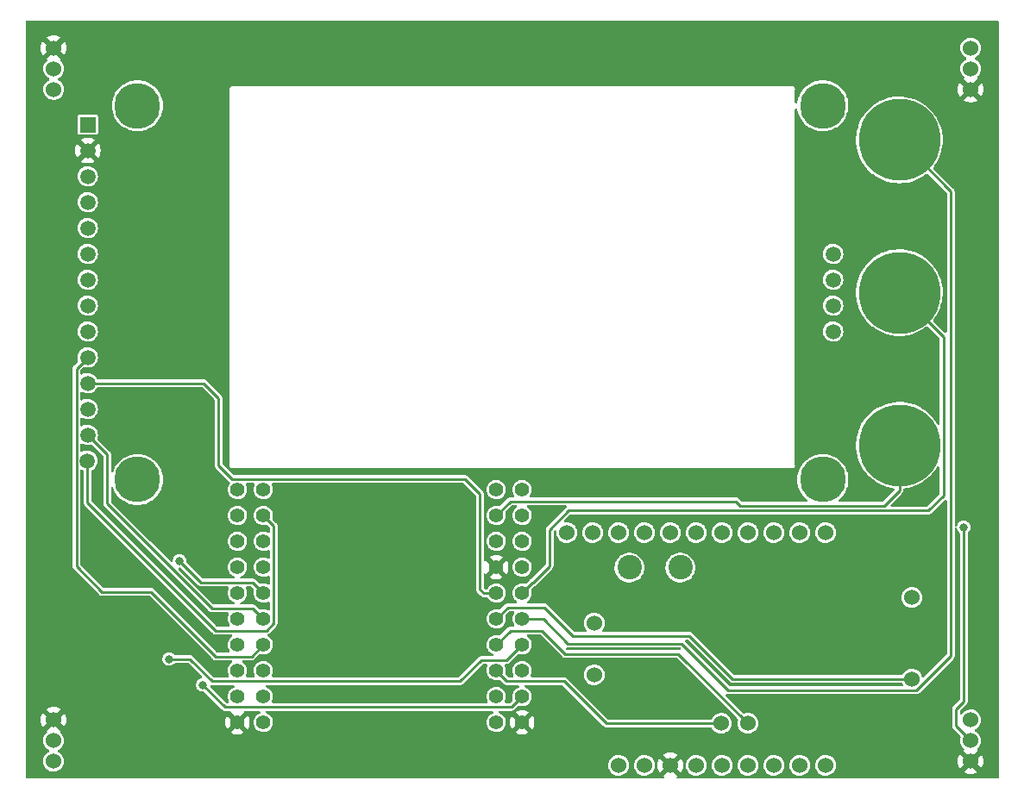
<source format=gbl>
%TF.GenerationSoftware,KiCad,Pcbnew,(6.0.0)*%
%TF.CreationDate,2022-01-06T15:15:50+01:00*%
%TF.ProjectId,Interconnect PCB,496e7465-7263-46f6-9e6e-656374205043,rev?*%
%TF.SameCoordinates,Original*%
%TF.FileFunction,Copper,L2,Bot*%
%TF.FilePolarity,Positive*%
%FSLAX46Y46*%
G04 Gerber Fmt 4.6, Leading zero omitted, Abs format (unit mm)*
G04 Created by KiCad (PCBNEW (6.0.0)) date 2022-01-06 15:15:50*
%MOMM*%
%LPD*%
G01*
G04 APERTURE LIST*
%TA.AperFunction,ComponentPad*%
%ADD10C,1.524000*%
%TD*%
%TA.AperFunction,ComponentPad*%
%ADD11C,2.400000*%
%TD*%
%TA.AperFunction,ComponentPad*%
%ADD12C,1.400000*%
%TD*%
%TA.AperFunction,ComponentPad*%
%ADD13C,8.000000*%
%TD*%
%TA.AperFunction,ComponentPad*%
%ADD14C,4.500000*%
%TD*%
%TA.AperFunction,ComponentPad*%
%ADD15R,1.500000X1.500000*%
%TD*%
%TA.AperFunction,ComponentPad*%
%ADD16C,1.500000*%
%TD*%
%TA.AperFunction,ViaPad*%
%ADD17C,0.800000*%
%TD*%
%TA.AperFunction,Conductor*%
%ADD18C,0.250000*%
%TD*%
G04 APERTURE END LIST*
D10*
%TO.P,U7,1,GND*%
%TO.N,GND*%
X105000000Y-131968000D03*
%TO.P,U7,2,DQ*%
%TO.N,/OneWire*%
X105000000Y-134000000D03*
%TO.P,U7,3,VDD*%
%TO.N,+3V3*%
X105000000Y-136032000D03*
%TD*%
%TO.P,U6,1,GND*%
%TO.N,GND*%
X105000000Y-65968000D03*
%TO.P,U6,2,DQ*%
%TO.N,/OneWire*%
X105000000Y-68000000D03*
%TO.P,U6,3,VDD*%
%TO.N,+3V3*%
X105000000Y-70032000D03*
%TD*%
%TO.P,U4,1,GND*%
%TO.N,GND*%
X195000000Y-70032000D03*
%TO.P,U4,2,DQ*%
%TO.N,/OneWire*%
X195000000Y-68000000D03*
%TO.P,U4,3,VDD*%
%TO.N,+3V3*%
X195000000Y-65968000D03*
%TD*%
%TO.P,U5,1,GND*%
%TO.N,GND*%
X195000000Y-136032000D03*
%TO.P,U5,2,DQ*%
%TO.N,/OneWire*%
X195000000Y-134000000D03*
%TO.P,U5,3,VDD*%
%TO.N,+3V3*%
X195000000Y-131968000D03*
%TD*%
D11*
%TO.P,J1,1,Pin_1*%
%TO.N,Net-(J1-Pad1)*%
X161500000Y-117000000D03*
%TO.P,J1,2,Pin_2*%
%TO.N,Net-(J1-Pad2)*%
X166500000Y-117000000D03*
%TD*%
D12*
%TO.P,U1,40,CLK*%
%TO.N,unconnected-(U1-Pad40)*%
X150970000Y-109350000D03*
%TO.P,U1,39,SD0*%
%TO.N,unconnected-(U1-Pad39)*%
X148430000Y-109350000D03*
%TO.P,U1,38,SD1*%
%TO.N,unconnected-(U1-Pad38)*%
X150970000Y-111890000D03*
%TO.P,U1,37,TD0*%
%TO.N,Net-(T3-Pad1)*%
X148430000Y-111890000D03*
%TO.P,U1,36,IO_02*%
%TO.N,unconnected-(U1-Pad36)*%
X150970000Y-114430000D03*
%TO.P,U1,35,VCC_(USB)*%
%TO.N,+5V*%
X148430000Y-114430000D03*
%TO.P,U1,34,IO_00*%
%TO.N,unconnected-(U1-Pad34)*%
X150970000Y-116970000D03*
%TO.P,U1,33,GND*%
%TO.N,GND*%
X148430000Y-116970000D03*
%TO.P,U1,32,IO_04*%
%TO.N,Net-(T2-Pad1)*%
X150970000Y-119510000D03*
%TO.P,U1,31,IO_16/D4*%
%TO.N,Net-(U1-Pad31)*%
X148430000Y-119510000D03*
%TO.P,U1,30,IO_12/TDI*%
%TO.N,Net-(T1-Pad1)*%
X150970000Y-122050000D03*
%TO.P,U1,29,IO_17/D3*%
%TO.N,/OneWire*%
X148430000Y-122050000D03*
%TO.P,U1,28,IO_32*%
%TO.N,Net-(U1-Pad28)*%
X150970000Y-124590000D03*
%TO.P,U1,27,IO_21/D2/SDA*%
%TO.N,Net-(U1-Pad27)*%
X148430000Y-124590000D03*
%TO.P,U1,26,IO_25*%
%TO.N,unconnected-(U1-Pad26)*%
X150970000Y-127130000D03*
%TO.P,U1,25,IO_22/D1/SCL*%
%TO.N,Net-(U1-Pad25)*%
X148430000Y-127130000D03*
%TO.P,U1,24,IO_27*%
%TO.N,Net-(U1-Pad24)*%
X150970000Y-129670000D03*
%TO.P,U1,23,RXD*%
%TO.N,unconnected-(U1-Pad23)*%
X148430000Y-129670000D03*
%TO.P,U1,22,GND*%
%TO.N,GND*%
X150970000Y-132210000D03*
%TO.P,U1,21,TXD*%
%TO.N,unconnected-(U1-Pad21)*%
X148430000Y-132210000D03*
%TO.P,U1,20,IO_10/SD3*%
%TO.N,unconnected-(U1-Pad20)*%
X125570000Y-109350000D03*
%TO.P,U1,19,CMD*%
%TO.N,unconnected-(U1-Pad19)*%
X123030000Y-109350000D03*
%TO.P,U1,18,IO_13/TCK*%
%TO.N,Net-(U1-Pad18)*%
X125570000Y-111890000D03*
%TO.P,U1,17,IO_09/SD2*%
%TO.N,unconnected-(U1-Pad17)*%
X123030000Y-111890000D03*
%TO.P,U1,16,3V3*%
%TO.N,+3V3*%
X125570000Y-114430000D03*
%TO.P,U1,15,NC*%
%TO.N,unconnected-(U1-Pad15)*%
X123030000Y-114430000D03*
%TO.P,U1,14,IO_05/D8*%
%TO.N,unconnected-(U1-Pad14)*%
X125570000Y-116970000D03*
%TO.P,U1,13,IO_14/TMS*%
%TO.N,Net-(U1-Pad13)*%
X123030000Y-116970000D03*
%TO.P,U1,12,IO_23/D7*%
%TO.N,/MOSI*%
X125570000Y-119510000D03*
%TO.P,U1,11,IO_34*%
%TO.N,unconnected-(U1-Pad11)*%
X123030000Y-119510000D03*
%TO.P,U1,10,IO_19/D6*%
%TO.N,/MISO*%
X125570000Y-122050000D03*
%TO.P,U1,9,IO_33*%
%TO.N,Net-(U1-Pad9)*%
X123030000Y-122050000D03*
%TO.P,U1,8,IO_18/D5*%
%TO.N,/SCK*%
X125570000Y-124590000D03*
%TO.P,U1,7,IO_35*%
%TO.N,unconnected-(U1-Pad7)*%
X123030000Y-124590000D03*
%TO.P,U1,6,IO_26/D0*%
%TO.N,unconnected-(U1-Pad6)*%
X125570000Y-127130000D03*
%TO.P,U1,5,IO_39/SVN*%
%TO.N,unconnected-(U1-Pad5)*%
X123030000Y-127130000D03*
%TO.P,U1,4,IO_36/SVP/A0*%
%TO.N,unconnected-(U1-Pad4)*%
X125570000Y-129670000D03*
%TO.P,U1,3,NC*%
%TO.N,unconnected-(U1-Pad3)*%
X123030000Y-129670000D03*
%TO.P,U1,2,RST*%
%TO.N,unconnected-(U1-Pad2)*%
X125570000Y-132210000D03*
%TO.P,U1,1,GND*%
%TO.N,GND*%
X123030000Y-132210000D03*
%TD*%
D13*
%TO.P,T2,1,BTN*%
%TO.N,Net-(T2-Pad1)*%
X188000000Y-90000000D03*
%TD*%
%TO.P,T3,1,BTN*%
%TO.N,Net-(T3-Pad1)*%
X188000000Y-105000000D03*
%TD*%
%TO.P,T1,1,BTN*%
%TO.N,Net-(T1-Pad1)*%
X188000000Y-75000000D03*
%TD*%
D14*
%TO.P,U2,*%
%TO.N,*%
X113230000Y-71640000D03*
X113230000Y-108360000D03*
X180490000Y-108360000D03*
X180490000Y-71640000D03*
D15*
%TO.P,U2,1,VCC*%
%TO.N,+3V3*%
X108340000Y-73490000D03*
D16*
%TO.P,U2,2,GND*%
%TO.N,GND*%
X108340000Y-76030000D03*
%TO.P,U2,3,~{CS}*%
%TO.N,Net-(U1-Pad13)*%
X108340000Y-78570000D03*
%TO.P,U2,4,RESET*%
%TO.N,Net-(U1-Pad9)*%
X108340000Y-81110000D03*
%TO.P,U2,5,D/~{C}*%
%TO.N,Net-(U1-Pad24)*%
X108340000Y-83650000D03*
%TO.P,U2,6,MOSI*%
%TO.N,/MOSI*%
X108340000Y-86190000D03*
%TO.P,U2,7,SCK*%
%TO.N,/SCK*%
X108340000Y-88730000D03*
%TO.P,U2,8,LED*%
%TO.N,Net-(U1-Pad28)*%
X108340000Y-91270000D03*
%TO.P,U2,9,MISO*%
%TO.N,/MISO*%
X108340000Y-93810000D03*
%TO.P,U2,10,T_CLK*%
%TO.N,/SCK*%
X108340000Y-96350000D03*
%TO.P,U2,11,T_CS*%
%TO.N,Net-(U1-Pad31)*%
X108340000Y-98890000D03*
%TO.P,U2,12,T_DIN*%
%TO.N,/MOSI*%
X108340000Y-101430000D03*
%TO.P,U2,13,T_DO*%
%TO.N,/MISO*%
X108340000Y-103970000D03*
%TO.P,U2,14,T_IRQ*%
%TO.N,Net-(U1-Pad18)*%
X108310000Y-106510000D03*
%TO.P,U2,15,SD_CS*%
%TO.N,unconnected-(U2-Pad15)*%
X181490000Y-86190000D03*
%TO.P,U2,16,SD_MOSI*%
%TO.N,unconnected-(U2-Pad16)*%
X181490000Y-88730000D03*
%TO.P,U2,17,SD_MISO*%
%TO.N,unconnected-(U2-Pad17)*%
X181490000Y-91270000D03*
%TO.P,U2,18,SD_SCK*%
%TO.N,unconnected-(U2-Pad18)*%
X181490000Y-93810000D03*
%TD*%
D10*
%TO.P,R1,1*%
%TO.N,+3V3*%
X189230000Y-119952000D03*
%TO.P,R1,2*%
%TO.N,/OneWire*%
X189230000Y-127952000D03*
%TD*%
%TO.P,U3,24,B2*%
%TO.N,Net-(J1-Pad2)*%
X158059000Y-127540000D03*
%TO.P,U3,23,B1*%
%TO.N,Net-(J1-Pad1)*%
X158059000Y-122460000D03*
%TO.P,U3,22,OUT*%
%TO.N,Net-(U1-Pad25)*%
X170520000Y-132313000D03*
%TO.P,U3,21,IN*%
%TO.N,Net-(U1-Pad27)*%
X173140000Y-132313000D03*
%TO.P,U3,20,-*%
%TO.N,unconnected-(U3-Pad20)*%
X160440000Y-136430000D03*
%TO.P,U3,19,5V*%
%TO.N,+5V*%
X162980000Y-136430000D03*
%TO.P,U3,18,GND*%
%TO.N,GND*%
X165520000Y-136430000D03*
%TO.P,U3,17,D4*%
%TO.N,unconnected-(U3-Pad17)*%
X168060000Y-136430000D03*
%TO.P,U3,16,D3*%
%TO.N,unconnected-(U3-Pad16)*%
X170600000Y-136430000D03*
%TO.P,U3,15,D2*%
%TO.N,unconnected-(U3-Pad15)*%
X173140000Y-136430000D03*
%TO.P,U3,14,D1*%
%TO.N,unconnected-(U3-Pad14)*%
X175680000Y-136430000D03*
%TO.P,U3,13,Rx*%
%TO.N,unconnected-(U3-Pad13)*%
X178220000Y-136430000D03*
%TO.P,U3,12,Tx*%
%TO.N,unconnected-(U3-Pad12)*%
X180760000Y-136430000D03*
%TO.P,U3,11,RST*%
%TO.N,unconnected-(U3-Pad11)*%
X180760000Y-113570000D03*
%TO.P,U3,10,A0*%
%TO.N,unconnected-(U3-Pad10)*%
X178220000Y-113570000D03*
%TO.P,U3,9,D0*%
%TO.N,unconnected-(U3-Pad9)*%
X175680000Y-113570000D03*
%TO.P,U3,8,D5*%
%TO.N,unconnected-(U3-Pad8)*%
X173140000Y-113570000D03*
%TO.P,U3,7,D6*%
%TO.N,unconnected-(U3-Pad7)*%
X170600000Y-113570000D03*
%TO.P,U3,6,D7*%
%TO.N,unconnected-(U3-Pad6)*%
X168060000Y-113570000D03*
%TO.P,U3,5,D8*%
%TO.N,unconnected-(U3-Pad5)*%
X165520000Y-113570000D03*
%TO.P,U3,4,3V3*%
%TO.N,+3V3*%
X162980000Y-113570000D03*
%TO.P,U3,3,3V3*%
%TO.N,unconnected-(U3-Pad3)*%
X160440000Y-113570000D03*
%TO.P,U3,2,DQ*%
%TO.N,unconnected-(U3-Pad2)*%
X157900000Y-113570000D03*
%TO.P,U3,1,GND*%
%TO.N,unconnected-(U3-Pad1)*%
X155360000Y-113570000D03*
%TD*%
D17*
%TO.N,/OneWire*%
X194310000Y-113030000D03*
%TO.N,/MOSI*%
X117348000Y-116332000D03*
%TO.N,Net-(U1-Pad24)*%
X119634000Y-128524000D03*
%TO.N,Net-(U1-Pad28)*%
X116332000Y-125984000D03*
%TD*%
D18*
%TO.N,Net-(T1-Pad1)*%
X155448000Y-124460000D02*
X153038000Y-122050000D01*
X171202511Y-129038511D02*
X166624000Y-124460000D01*
X189680049Y-129038511D02*
X171202511Y-129038511D01*
X166624000Y-124460000D02*
X155448000Y-124460000D01*
X153038000Y-122050000D02*
X150970000Y-122050000D01*
X193040000Y-125678560D02*
X189680049Y-129038511D01*
X193040000Y-80040000D02*
X193040000Y-125678560D01*
X188000000Y-75000000D02*
X193040000Y-80040000D01*
%TO.N,/OneWire*%
X193548000Y-130937000D02*
X194310000Y-130175000D01*
X193548000Y-130937000D02*
X193548000Y-132548000D01*
X194310000Y-130175000D02*
X194310000Y-113030000D01*
X193548000Y-132548000D02*
X195000000Y-134000000D01*
X149576000Y-120904000D02*
X148430000Y-122050000D01*
X153162000Y-120904000D02*
X149576000Y-120904000D01*
X155956000Y-123698000D02*
X153162000Y-120904000D01*
X167386000Y-123698000D02*
X155956000Y-123698000D01*
X171640000Y-127952000D02*
X167386000Y-123698000D01*
X189230000Y-127952000D02*
X171640000Y-127952000D01*
%TO.N,Net-(T2-Pad1)*%
X192324511Y-94324511D02*
X188000000Y-90000000D01*
X192324511Y-109935489D02*
X192324511Y-94324511D01*
X155569969Y-111384031D02*
X190875969Y-111384031D01*
X153670000Y-113284000D02*
X155569969Y-111384031D01*
X153670000Y-116840000D02*
X153670000Y-113284000D01*
X152024511Y-118485489D02*
X153670000Y-116840000D01*
X151994511Y-118485489D02*
X152024511Y-118485489D01*
X150970000Y-119510000D02*
X151994511Y-118485489D01*
X190875969Y-111384031D02*
X192324511Y-109935489D01*
%TO.N,Net-(T3-Pad1)*%
X149830000Y-110490000D02*
X148430000Y-111890000D01*
X171958000Y-110490000D02*
X149830000Y-110490000D01*
X172402511Y-110934511D02*
X171958000Y-110490000D01*
X186499489Y-110934511D02*
X172402511Y-110934511D01*
X188000000Y-109434000D02*
X186499489Y-110934511D01*
X188000000Y-105000000D02*
X188000000Y-109434000D01*
%TO.N,Net-(U1-Pad31)*%
X119718000Y-98890000D02*
X108340000Y-98890000D01*
X121158000Y-100330000D02*
X119718000Y-98890000D01*
X145409489Y-108325489D02*
X122549489Y-108325489D01*
X122549489Y-108325489D02*
X121158000Y-106934000D01*
X146812000Y-109728000D02*
X145409489Y-108325489D01*
X121158000Y-106934000D02*
X121158000Y-100330000D01*
X146812000Y-119126000D02*
X146812000Y-109728000D01*
X147196000Y-119510000D02*
X146812000Y-119126000D01*
X148430000Y-119510000D02*
X147196000Y-119510000D01*
%TO.N,Net-(U1-Pad27)*%
X155194000Y-125476000D02*
X166303000Y-125476000D01*
X152908000Y-123190000D02*
X155194000Y-125476000D01*
X149830000Y-123190000D02*
X152908000Y-123190000D01*
X166303000Y-125476000D02*
X173140000Y-132313000D01*
X148430000Y-124590000D02*
X149830000Y-123190000D01*
%TO.N,Net-(U1-Pad25)*%
X159237000Y-132313000D02*
X170520000Y-132313000D01*
X155078511Y-128154511D02*
X159237000Y-132313000D01*
X149454511Y-128154511D02*
X155078511Y-128154511D01*
X148430000Y-127130000D02*
X149454511Y-128154511D01*
%TO.N,Net-(U1-Pad18)*%
X108310000Y-110596000D02*
X108310000Y-106510000D01*
X125878878Y-123190000D02*
X120904000Y-123190000D01*
X126594511Y-122474367D02*
X125878878Y-123190000D01*
X120904000Y-123190000D02*
X108310000Y-110596000D01*
X126594511Y-112914511D02*
X126594511Y-122474367D01*
X125570000Y-111890000D02*
X126594511Y-112914511D01*
%TO.N,/SCK*%
X107235489Y-97454511D02*
X108340000Y-96350000D01*
X107235489Y-116887489D02*
X107235489Y-97454511D01*
X109728000Y-119380000D02*
X107235489Y-116887489D01*
X114554000Y-119380000D02*
X109728000Y-119380000D01*
X120904000Y-125730000D02*
X114554000Y-119380000D01*
X124430000Y-125730000D02*
X120904000Y-125730000D01*
X125570000Y-124590000D02*
X124430000Y-125730000D01*
%TO.N,Net-(U1-Pad28)*%
X120534511Y-128154511D02*
X118364000Y-125984000D01*
X118364000Y-125984000D02*
X116332000Y-125984000D01*
X146944511Y-126105489D02*
X144895489Y-128154511D01*
X149454511Y-126105489D02*
X146944511Y-126105489D01*
X150970000Y-124590000D02*
X149454511Y-126105489D01*
X144895489Y-128154511D02*
X120534511Y-128154511D01*
%TO.N,Net-(U1-Pad24)*%
X150970000Y-129670000D02*
X149945489Y-130694511D01*
X149945489Y-130694511D02*
X121804511Y-130694511D01*
X121804511Y-130694511D02*
X119634000Y-128524000D01*
%TO.N,/MISO*%
X124545489Y-121025489D02*
X125570000Y-122050000D01*
X110236000Y-105866000D02*
X110236000Y-110704878D01*
X110236000Y-110704878D02*
X120556611Y-121025489D01*
X120556611Y-121025489D02*
X124545489Y-121025489D01*
X108340000Y-103970000D02*
X110236000Y-105866000D01*
%TO.N,/MOSI*%
X124545489Y-118485489D02*
X125570000Y-119510000D01*
X119501489Y-118485489D02*
X124545489Y-118485489D01*
X117348000Y-116332000D02*
X119501489Y-118485489D01*
%TD*%
%TA.AperFunction,Conductor*%
%TO.N,GND*%
G36*
X197688121Y-63274002D02*
G01*
X197734614Y-63327658D01*
X197746000Y-63380000D01*
X197746000Y-137620000D01*
X197725998Y-137688121D01*
X197672342Y-137734614D01*
X197620000Y-137746000D01*
X166254355Y-137746000D01*
X166186234Y-137725998D01*
X166139741Y-137672342D01*
X166129637Y-137602068D01*
X166159131Y-137537488D01*
X166182084Y-137516787D01*
X166205765Y-137500205D01*
X166214139Y-137489729D01*
X166207071Y-137476281D01*
X165532812Y-136802022D01*
X165518868Y-136794408D01*
X165517035Y-136794539D01*
X165510420Y-136798790D01*
X164832207Y-137477003D01*
X164825777Y-137488777D01*
X164835072Y-137500792D01*
X164857916Y-137516787D01*
X164902244Y-137572244D01*
X164909553Y-137642863D01*
X164877522Y-137706224D01*
X164816321Y-137742209D01*
X164785645Y-137746000D01*
X102380000Y-137746000D01*
X102311879Y-137725998D01*
X102265386Y-137672342D01*
X102254000Y-137620000D01*
X102254000Y-136017739D01*
X103978682Y-136017739D01*
X103995362Y-136216386D01*
X104007379Y-136258294D01*
X104044786Y-136388744D01*
X104050310Y-136408009D01*
X104141430Y-136585311D01*
X104265253Y-136741537D01*
X104417063Y-136870737D01*
X104422441Y-136873743D01*
X104422443Y-136873744D01*
X104464397Y-136897191D01*
X104591076Y-136967989D01*
X104596935Y-136969893D01*
X104596938Y-136969894D01*
X104657703Y-136989638D01*
X104780665Y-137029591D01*
X104786775Y-137030320D01*
X104786777Y-137030320D01*
X104854314Y-137038373D01*
X104978609Y-137053194D01*
X104984744Y-137052722D01*
X104984746Y-137052722D01*
X105171226Y-137038373D01*
X105171231Y-137038372D01*
X105177367Y-137037900D01*
X105183297Y-137036244D01*
X105183299Y-137036244D01*
X105273369Y-137011096D01*
X105369370Y-136984292D01*
X105382155Y-136977834D01*
X105541802Y-136897191D01*
X105541804Y-136897190D01*
X105547303Y-136894412D01*
X105704390Y-136771682D01*
X105726962Y-136745532D01*
X105830618Y-136625446D01*
X105830619Y-136625444D01*
X105834647Y-136620778D01*
X105933112Y-136447448D01*
X105943660Y-136415739D01*
X159418682Y-136415739D01*
X159435362Y-136614386D01*
X159452437Y-136673932D01*
X159481555Y-136775476D01*
X159490310Y-136806009D01*
X159493125Y-136811486D01*
X159574535Y-136969894D01*
X159581430Y-136983311D01*
X159705253Y-137139537D01*
X159857063Y-137268737D01*
X159862441Y-137271743D01*
X159862443Y-137271744D01*
X159904397Y-137295191D01*
X160031076Y-137365989D01*
X160036935Y-137367893D01*
X160036938Y-137367894D01*
X160072701Y-137379514D01*
X160220665Y-137427591D01*
X160226775Y-137428320D01*
X160226777Y-137428320D01*
X160294314Y-137436373D01*
X160418609Y-137451194D01*
X160424744Y-137450722D01*
X160424746Y-137450722D01*
X160611226Y-137436373D01*
X160611231Y-137436372D01*
X160617367Y-137435900D01*
X160623297Y-137434244D01*
X160623299Y-137434244D01*
X160713368Y-137409096D01*
X160809370Y-137382292D01*
X160814870Y-137379514D01*
X160981802Y-137295191D01*
X160981804Y-137295190D01*
X160987303Y-137292412D01*
X161144390Y-137169682D01*
X161166962Y-137143532D01*
X161270618Y-137023446D01*
X161270619Y-137023444D01*
X161274647Y-137018778D01*
X161373112Y-136845448D01*
X161436035Y-136656294D01*
X161442105Y-136608247D01*
X161460578Y-136462023D01*
X161460579Y-136462013D01*
X161461020Y-136458520D01*
X161461418Y-136430000D01*
X161460020Y-136415739D01*
X161958682Y-136415739D01*
X161975362Y-136614386D01*
X161992437Y-136673932D01*
X162021555Y-136775476D01*
X162030310Y-136806009D01*
X162033125Y-136811486D01*
X162114535Y-136969894D01*
X162121430Y-136983311D01*
X162245253Y-137139537D01*
X162397063Y-137268737D01*
X162402441Y-137271743D01*
X162402443Y-137271744D01*
X162444397Y-137295191D01*
X162571076Y-137365989D01*
X162576935Y-137367893D01*
X162576938Y-137367894D01*
X162612701Y-137379514D01*
X162760665Y-137427591D01*
X162766775Y-137428320D01*
X162766777Y-137428320D01*
X162834314Y-137436373D01*
X162958609Y-137451194D01*
X162964744Y-137450722D01*
X162964746Y-137450722D01*
X163151226Y-137436373D01*
X163151231Y-137436372D01*
X163157367Y-137435900D01*
X163163297Y-137434244D01*
X163163299Y-137434244D01*
X163253368Y-137409096D01*
X163349370Y-137382292D01*
X163354870Y-137379514D01*
X163521802Y-137295191D01*
X163521804Y-137295190D01*
X163527303Y-137292412D01*
X163684390Y-137169682D01*
X163706962Y-137143532D01*
X163810618Y-137023446D01*
X163810619Y-137023444D01*
X163814647Y-137018778D01*
X163913112Y-136845448D01*
X163976035Y-136656294D01*
X163998963Y-136474805D01*
X164016009Y-136435720D01*
X164015524Y-136434797D01*
X164231296Y-136434797D01*
X164248361Y-136470531D01*
X164249490Y-136479615D01*
X164264038Y-136645896D01*
X164265941Y-136656691D01*
X164320609Y-136860715D01*
X164324355Y-136871007D01*
X164413623Y-137062441D01*
X164419103Y-137071932D01*
X164449794Y-137115765D01*
X164460271Y-137124140D01*
X164473718Y-137117072D01*
X165147978Y-136442812D01*
X165154356Y-136431132D01*
X165884408Y-136431132D01*
X165884539Y-136432965D01*
X165888790Y-136439580D01*
X166567003Y-137117793D01*
X166578777Y-137124223D01*
X166590793Y-137114926D01*
X166620897Y-137071932D01*
X166626377Y-137062441D01*
X166715645Y-136871007D01*
X166719391Y-136860715D01*
X166774059Y-136656691D01*
X166775963Y-136645895D01*
X166791782Y-136465075D01*
X166807034Y-136426084D01*
X166806210Y-136424418D01*
X167026741Y-136424418D01*
X167040833Y-136451229D01*
X167042861Y-136465513D01*
X167048494Y-136532591D01*
X167055362Y-136614386D01*
X167072437Y-136673932D01*
X167101555Y-136775476D01*
X167110310Y-136806009D01*
X167113125Y-136811486D01*
X167194535Y-136969894D01*
X167201430Y-136983311D01*
X167325253Y-137139537D01*
X167477063Y-137268737D01*
X167482441Y-137271743D01*
X167482443Y-137271744D01*
X167524397Y-137295191D01*
X167651076Y-137365989D01*
X167656935Y-137367893D01*
X167656938Y-137367894D01*
X167692701Y-137379514D01*
X167840665Y-137427591D01*
X167846775Y-137428320D01*
X167846777Y-137428320D01*
X167914314Y-137436373D01*
X168038609Y-137451194D01*
X168044744Y-137450722D01*
X168044746Y-137450722D01*
X168231226Y-137436373D01*
X168231231Y-137436372D01*
X168237367Y-137435900D01*
X168243297Y-137434244D01*
X168243299Y-137434244D01*
X168333368Y-137409096D01*
X168429370Y-137382292D01*
X168434870Y-137379514D01*
X168601802Y-137295191D01*
X168601804Y-137295190D01*
X168607303Y-137292412D01*
X168764390Y-137169682D01*
X168786962Y-137143532D01*
X168890618Y-137023446D01*
X168890619Y-137023444D01*
X168894647Y-137018778D01*
X168993112Y-136845448D01*
X169056035Y-136656294D01*
X169062105Y-136608247D01*
X169080578Y-136462023D01*
X169080579Y-136462013D01*
X169081020Y-136458520D01*
X169081418Y-136430000D01*
X169080020Y-136415739D01*
X169578682Y-136415739D01*
X169595362Y-136614386D01*
X169612437Y-136673932D01*
X169641555Y-136775476D01*
X169650310Y-136806009D01*
X169653125Y-136811486D01*
X169734535Y-136969894D01*
X169741430Y-136983311D01*
X169865253Y-137139537D01*
X170017063Y-137268737D01*
X170022441Y-137271743D01*
X170022443Y-137271744D01*
X170064397Y-137295191D01*
X170191076Y-137365989D01*
X170196935Y-137367893D01*
X170196938Y-137367894D01*
X170232701Y-137379514D01*
X170380665Y-137427591D01*
X170386775Y-137428320D01*
X170386777Y-137428320D01*
X170454314Y-137436373D01*
X170578609Y-137451194D01*
X170584744Y-137450722D01*
X170584746Y-137450722D01*
X170771226Y-137436373D01*
X170771231Y-137436372D01*
X170777367Y-137435900D01*
X170783297Y-137434244D01*
X170783299Y-137434244D01*
X170873368Y-137409096D01*
X170969370Y-137382292D01*
X170974870Y-137379514D01*
X171141802Y-137295191D01*
X171141804Y-137295190D01*
X171147303Y-137292412D01*
X171304390Y-137169682D01*
X171326962Y-137143532D01*
X171430618Y-137023446D01*
X171430619Y-137023444D01*
X171434647Y-137018778D01*
X171533112Y-136845448D01*
X171596035Y-136656294D01*
X171602105Y-136608247D01*
X171620578Y-136462023D01*
X171620579Y-136462013D01*
X171621020Y-136458520D01*
X171621418Y-136430000D01*
X171620020Y-136415739D01*
X172118682Y-136415739D01*
X172135362Y-136614386D01*
X172152437Y-136673932D01*
X172181555Y-136775476D01*
X172190310Y-136806009D01*
X172193125Y-136811486D01*
X172274535Y-136969894D01*
X172281430Y-136983311D01*
X172405253Y-137139537D01*
X172557063Y-137268737D01*
X172562441Y-137271743D01*
X172562443Y-137271744D01*
X172604397Y-137295191D01*
X172731076Y-137365989D01*
X172736935Y-137367893D01*
X172736938Y-137367894D01*
X172772701Y-137379514D01*
X172920665Y-137427591D01*
X172926775Y-137428320D01*
X172926777Y-137428320D01*
X172994314Y-137436373D01*
X173118609Y-137451194D01*
X173124744Y-137450722D01*
X173124746Y-137450722D01*
X173311226Y-137436373D01*
X173311231Y-137436372D01*
X173317367Y-137435900D01*
X173323297Y-137434244D01*
X173323299Y-137434244D01*
X173413368Y-137409096D01*
X173509370Y-137382292D01*
X173514870Y-137379514D01*
X173681802Y-137295191D01*
X173681804Y-137295190D01*
X173687303Y-137292412D01*
X173844390Y-137169682D01*
X173866962Y-137143532D01*
X173970618Y-137023446D01*
X173970619Y-137023444D01*
X173974647Y-137018778D01*
X174073112Y-136845448D01*
X174136035Y-136656294D01*
X174142105Y-136608247D01*
X174160578Y-136462023D01*
X174160579Y-136462013D01*
X174161020Y-136458520D01*
X174161418Y-136430000D01*
X174160020Y-136415739D01*
X174658682Y-136415739D01*
X174675362Y-136614386D01*
X174692437Y-136673932D01*
X174721555Y-136775476D01*
X174730310Y-136806009D01*
X174733125Y-136811486D01*
X174814535Y-136969894D01*
X174821430Y-136983311D01*
X174945253Y-137139537D01*
X175097063Y-137268737D01*
X175102441Y-137271743D01*
X175102443Y-137271744D01*
X175144397Y-137295191D01*
X175271076Y-137365989D01*
X175276935Y-137367893D01*
X175276938Y-137367894D01*
X175312701Y-137379514D01*
X175460665Y-137427591D01*
X175466775Y-137428320D01*
X175466777Y-137428320D01*
X175534314Y-137436373D01*
X175658609Y-137451194D01*
X175664744Y-137450722D01*
X175664746Y-137450722D01*
X175851226Y-137436373D01*
X175851231Y-137436372D01*
X175857367Y-137435900D01*
X175863297Y-137434244D01*
X175863299Y-137434244D01*
X175953368Y-137409096D01*
X176049370Y-137382292D01*
X176054870Y-137379514D01*
X176221802Y-137295191D01*
X176221804Y-137295190D01*
X176227303Y-137292412D01*
X176384390Y-137169682D01*
X176406962Y-137143532D01*
X176510618Y-137023446D01*
X176510619Y-137023444D01*
X176514647Y-137018778D01*
X176613112Y-136845448D01*
X176676035Y-136656294D01*
X176682105Y-136608247D01*
X176700578Y-136462023D01*
X176700579Y-136462013D01*
X176701020Y-136458520D01*
X176701418Y-136430000D01*
X176700020Y-136415739D01*
X177198682Y-136415739D01*
X177215362Y-136614386D01*
X177232437Y-136673932D01*
X177261555Y-136775476D01*
X177270310Y-136806009D01*
X177273125Y-136811486D01*
X177354535Y-136969894D01*
X177361430Y-136983311D01*
X177485253Y-137139537D01*
X177637063Y-137268737D01*
X177642441Y-137271743D01*
X177642443Y-137271744D01*
X177684397Y-137295191D01*
X177811076Y-137365989D01*
X177816935Y-137367893D01*
X177816938Y-137367894D01*
X177852701Y-137379514D01*
X178000665Y-137427591D01*
X178006775Y-137428320D01*
X178006777Y-137428320D01*
X178074314Y-137436373D01*
X178198609Y-137451194D01*
X178204744Y-137450722D01*
X178204746Y-137450722D01*
X178391226Y-137436373D01*
X178391231Y-137436372D01*
X178397367Y-137435900D01*
X178403297Y-137434244D01*
X178403299Y-137434244D01*
X178493368Y-137409096D01*
X178589370Y-137382292D01*
X178594870Y-137379514D01*
X178761802Y-137295191D01*
X178761804Y-137295190D01*
X178767303Y-137292412D01*
X178924390Y-137169682D01*
X178946962Y-137143532D01*
X179050618Y-137023446D01*
X179050619Y-137023444D01*
X179054647Y-137018778D01*
X179153112Y-136845448D01*
X179216035Y-136656294D01*
X179222105Y-136608247D01*
X179240578Y-136462023D01*
X179240579Y-136462013D01*
X179241020Y-136458520D01*
X179241418Y-136430000D01*
X179240020Y-136415739D01*
X179738682Y-136415739D01*
X179755362Y-136614386D01*
X179772437Y-136673932D01*
X179801555Y-136775476D01*
X179810310Y-136806009D01*
X179813125Y-136811486D01*
X179894535Y-136969894D01*
X179901430Y-136983311D01*
X180025253Y-137139537D01*
X180177063Y-137268737D01*
X180182441Y-137271743D01*
X180182443Y-137271744D01*
X180224397Y-137295191D01*
X180351076Y-137365989D01*
X180356935Y-137367893D01*
X180356938Y-137367894D01*
X180392701Y-137379514D01*
X180540665Y-137427591D01*
X180546775Y-137428320D01*
X180546777Y-137428320D01*
X180614314Y-137436373D01*
X180738609Y-137451194D01*
X180744744Y-137450722D01*
X180744746Y-137450722D01*
X180931226Y-137436373D01*
X180931231Y-137436372D01*
X180937367Y-137435900D01*
X180943297Y-137434244D01*
X180943299Y-137434244D01*
X181033368Y-137409096D01*
X181129370Y-137382292D01*
X181134870Y-137379514D01*
X181301802Y-137295191D01*
X181301804Y-137295190D01*
X181307303Y-137292412D01*
X181464390Y-137169682D01*
X181486962Y-137143532D01*
X181532499Y-137090777D01*
X194305777Y-137090777D01*
X194315074Y-137102793D01*
X194358069Y-137132898D01*
X194367555Y-137138376D01*
X194558993Y-137227645D01*
X194569285Y-137231391D01*
X194773309Y-137286059D01*
X194784104Y-137287962D01*
X194994525Y-137306372D01*
X195005475Y-137306372D01*
X195215896Y-137287962D01*
X195226691Y-137286059D01*
X195430715Y-137231391D01*
X195441007Y-137227645D01*
X195632445Y-137138376D01*
X195641931Y-137132898D01*
X195685764Y-137102207D01*
X195694139Y-137091729D01*
X195687071Y-137078281D01*
X195012812Y-136404022D01*
X194998868Y-136396408D01*
X194997035Y-136396539D01*
X194990420Y-136400790D01*
X194312207Y-137079003D01*
X194305777Y-137090777D01*
X181532499Y-137090777D01*
X181590618Y-137023446D01*
X181590619Y-137023444D01*
X181594647Y-137018778D01*
X181693112Y-136845448D01*
X181756035Y-136656294D01*
X181762105Y-136608247D01*
X181780578Y-136462023D01*
X181780579Y-136462013D01*
X181781020Y-136458520D01*
X181781418Y-136430000D01*
X181761965Y-136231606D01*
X181760184Y-136225707D01*
X181760183Y-136225702D01*
X181706129Y-136046667D01*
X181704348Y-136040768D01*
X181702597Y-136037475D01*
X193725628Y-136037475D01*
X193744038Y-136247896D01*
X193745941Y-136258691D01*
X193800609Y-136462715D01*
X193804355Y-136473007D01*
X193893623Y-136664441D01*
X193899103Y-136673932D01*
X193929794Y-136717765D01*
X193940271Y-136726140D01*
X193953718Y-136719072D01*
X194627978Y-136044812D01*
X194634356Y-136033132D01*
X195364408Y-136033132D01*
X195364539Y-136034965D01*
X195368790Y-136041580D01*
X196047003Y-136719793D01*
X196058777Y-136726223D01*
X196070793Y-136716926D01*
X196100897Y-136673932D01*
X196106377Y-136664441D01*
X196195645Y-136473007D01*
X196199391Y-136462715D01*
X196254059Y-136258691D01*
X196255962Y-136247896D01*
X196274372Y-136037475D01*
X196274372Y-136026525D01*
X196255962Y-135816104D01*
X196254059Y-135805309D01*
X196199391Y-135601285D01*
X196195645Y-135590993D01*
X196106377Y-135399559D01*
X196100897Y-135390068D01*
X196070206Y-135346235D01*
X196059729Y-135337860D01*
X196046282Y-135344928D01*
X195372022Y-136019188D01*
X195364408Y-136033132D01*
X194634356Y-136033132D01*
X194635592Y-136030868D01*
X194635461Y-136029035D01*
X194631210Y-136022420D01*
X193952997Y-135344207D01*
X193941223Y-135337777D01*
X193929207Y-135347074D01*
X193899103Y-135390068D01*
X193893623Y-135399559D01*
X193804355Y-135590993D01*
X193800609Y-135601285D01*
X193745941Y-135805309D01*
X193744038Y-135816104D01*
X193725628Y-136026525D01*
X193725628Y-136037475D01*
X181702597Y-136037475D01*
X181610761Y-135864756D01*
X181606871Y-135859986D01*
X181606868Y-135859982D01*
X181488663Y-135715049D01*
X181488660Y-135715046D01*
X181484768Y-135710274D01*
X181331170Y-135583206D01*
X181155815Y-135488392D01*
X180965385Y-135429444D01*
X180959260Y-135428800D01*
X180959259Y-135428800D01*
X180773260Y-135409251D01*
X180773258Y-135409251D01*
X180767131Y-135408607D01*
X180644252Y-135419790D01*
X180574746Y-135426115D01*
X180574745Y-135426115D01*
X180568605Y-135426674D01*
X180562691Y-135428415D01*
X180562689Y-135428415D01*
X180488620Y-135450215D01*
X180377370Y-135482958D01*
X180200709Y-135575314D01*
X180195909Y-135579174D01*
X180195908Y-135579174D01*
X180190893Y-135583206D01*
X180045351Y-135700225D01*
X179917214Y-135852933D01*
X179821179Y-136027621D01*
X179819318Y-136033488D01*
X179819317Y-136033490D01*
X179810524Y-136061210D01*
X179760902Y-136217635D01*
X179738682Y-136415739D01*
X179240020Y-136415739D01*
X179221965Y-136231606D01*
X179220184Y-136225707D01*
X179220183Y-136225702D01*
X179166129Y-136046667D01*
X179164348Y-136040768D01*
X179070761Y-135864756D01*
X179066871Y-135859986D01*
X179066868Y-135859982D01*
X178948663Y-135715049D01*
X178948660Y-135715046D01*
X178944768Y-135710274D01*
X178791170Y-135583206D01*
X178615815Y-135488392D01*
X178425385Y-135429444D01*
X178419260Y-135428800D01*
X178419259Y-135428800D01*
X178233260Y-135409251D01*
X178233258Y-135409251D01*
X178227131Y-135408607D01*
X178104252Y-135419790D01*
X178034746Y-135426115D01*
X178034745Y-135426115D01*
X178028605Y-135426674D01*
X178022691Y-135428415D01*
X178022689Y-135428415D01*
X177948620Y-135450215D01*
X177837370Y-135482958D01*
X177660709Y-135575314D01*
X177655909Y-135579174D01*
X177655908Y-135579174D01*
X177650893Y-135583206D01*
X177505351Y-135700225D01*
X177377214Y-135852933D01*
X177281179Y-136027621D01*
X177279318Y-136033488D01*
X177279317Y-136033490D01*
X177270524Y-136061210D01*
X177220902Y-136217635D01*
X177198682Y-136415739D01*
X176700020Y-136415739D01*
X176681965Y-136231606D01*
X176680184Y-136225707D01*
X176680183Y-136225702D01*
X176626129Y-136046667D01*
X176624348Y-136040768D01*
X176530761Y-135864756D01*
X176526871Y-135859986D01*
X176526868Y-135859982D01*
X176408663Y-135715049D01*
X176408660Y-135715046D01*
X176404768Y-135710274D01*
X176251170Y-135583206D01*
X176075815Y-135488392D01*
X175885385Y-135429444D01*
X175879260Y-135428800D01*
X175879259Y-135428800D01*
X175693260Y-135409251D01*
X175693258Y-135409251D01*
X175687131Y-135408607D01*
X175564252Y-135419790D01*
X175494746Y-135426115D01*
X175494745Y-135426115D01*
X175488605Y-135426674D01*
X175482691Y-135428415D01*
X175482689Y-135428415D01*
X175408620Y-135450215D01*
X175297370Y-135482958D01*
X175120709Y-135575314D01*
X175115909Y-135579174D01*
X175115908Y-135579174D01*
X175110893Y-135583206D01*
X174965351Y-135700225D01*
X174837214Y-135852933D01*
X174741179Y-136027621D01*
X174739318Y-136033488D01*
X174739317Y-136033490D01*
X174730524Y-136061210D01*
X174680902Y-136217635D01*
X174658682Y-136415739D01*
X174160020Y-136415739D01*
X174141965Y-136231606D01*
X174140184Y-136225707D01*
X174140183Y-136225702D01*
X174086129Y-136046667D01*
X174084348Y-136040768D01*
X173990761Y-135864756D01*
X173986871Y-135859986D01*
X173986868Y-135859982D01*
X173868663Y-135715049D01*
X173868660Y-135715046D01*
X173864768Y-135710274D01*
X173711170Y-135583206D01*
X173535815Y-135488392D01*
X173345385Y-135429444D01*
X173339260Y-135428800D01*
X173339259Y-135428800D01*
X173153260Y-135409251D01*
X173153258Y-135409251D01*
X173147131Y-135408607D01*
X173024252Y-135419790D01*
X172954746Y-135426115D01*
X172954745Y-135426115D01*
X172948605Y-135426674D01*
X172942691Y-135428415D01*
X172942689Y-135428415D01*
X172868620Y-135450215D01*
X172757370Y-135482958D01*
X172580709Y-135575314D01*
X172575909Y-135579174D01*
X172575908Y-135579174D01*
X172570893Y-135583206D01*
X172425351Y-135700225D01*
X172297214Y-135852933D01*
X172201179Y-136027621D01*
X172199318Y-136033488D01*
X172199317Y-136033490D01*
X172190524Y-136061210D01*
X172140902Y-136217635D01*
X172118682Y-136415739D01*
X171620020Y-136415739D01*
X171601965Y-136231606D01*
X171600184Y-136225707D01*
X171600183Y-136225702D01*
X171546129Y-136046667D01*
X171544348Y-136040768D01*
X171450761Y-135864756D01*
X171446871Y-135859986D01*
X171446868Y-135859982D01*
X171328663Y-135715049D01*
X171328660Y-135715046D01*
X171324768Y-135710274D01*
X171171170Y-135583206D01*
X170995815Y-135488392D01*
X170805385Y-135429444D01*
X170799260Y-135428800D01*
X170799259Y-135428800D01*
X170613260Y-135409251D01*
X170613258Y-135409251D01*
X170607131Y-135408607D01*
X170484252Y-135419790D01*
X170414746Y-135426115D01*
X170414745Y-135426115D01*
X170408605Y-135426674D01*
X170402691Y-135428415D01*
X170402689Y-135428415D01*
X170328620Y-135450215D01*
X170217370Y-135482958D01*
X170040709Y-135575314D01*
X170035909Y-135579174D01*
X170035908Y-135579174D01*
X170030893Y-135583206D01*
X169885351Y-135700225D01*
X169757214Y-135852933D01*
X169661179Y-136027621D01*
X169659318Y-136033488D01*
X169659317Y-136033490D01*
X169650524Y-136061210D01*
X169600902Y-136217635D01*
X169578682Y-136415739D01*
X169080020Y-136415739D01*
X169061965Y-136231606D01*
X169060184Y-136225707D01*
X169060183Y-136225702D01*
X169006129Y-136046667D01*
X169004348Y-136040768D01*
X168910761Y-135864756D01*
X168906871Y-135859986D01*
X168906868Y-135859982D01*
X168788663Y-135715049D01*
X168788660Y-135715046D01*
X168784768Y-135710274D01*
X168631170Y-135583206D01*
X168455815Y-135488392D01*
X168265385Y-135429444D01*
X168259260Y-135428800D01*
X168259259Y-135428800D01*
X168073260Y-135409251D01*
X168073258Y-135409251D01*
X168067131Y-135408607D01*
X167944252Y-135419790D01*
X167874746Y-135426115D01*
X167874745Y-135426115D01*
X167868605Y-135426674D01*
X167862691Y-135428415D01*
X167862689Y-135428415D01*
X167788620Y-135450215D01*
X167677370Y-135482958D01*
X167500709Y-135575314D01*
X167495909Y-135579174D01*
X167495908Y-135579174D01*
X167490893Y-135583206D01*
X167345351Y-135700225D01*
X167217214Y-135852933D01*
X167121179Y-136027621D01*
X167119318Y-136033488D01*
X167119317Y-136033490D01*
X167110524Y-136061210D01*
X167060902Y-136217635D01*
X167059335Y-136231606D01*
X167041710Y-136388744D01*
X167026741Y-136424418D01*
X166806210Y-136424418D01*
X166792395Y-136396502D01*
X166790974Y-136385682D01*
X166775962Y-136214104D01*
X166774059Y-136203309D01*
X166719391Y-135999285D01*
X166715645Y-135988993D01*
X166626377Y-135797559D01*
X166620897Y-135788068D01*
X166590206Y-135744235D01*
X166579729Y-135735860D01*
X166566282Y-135742928D01*
X165892022Y-136417188D01*
X165884408Y-136431132D01*
X165154356Y-136431132D01*
X165155592Y-136428868D01*
X165155461Y-136427035D01*
X165151210Y-136420420D01*
X164472997Y-135742207D01*
X164461223Y-135735777D01*
X164449207Y-135745074D01*
X164419103Y-135788068D01*
X164413623Y-135797559D01*
X164324355Y-135988993D01*
X164320609Y-135999285D01*
X164265941Y-136203309D01*
X164264037Y-136214105D01*
X164248600Y-136390559D01*
X164231296Y-136434797D01*
X164015524Y-136434797D01*
X163999549Y-136404405D01*
X163997680Y-136391874D01*
X163991155Y-136325329D01*
X163981965Y-136231606D01*
X163980184Y-136225707D01*
X163980183Y-136225702D01*
X163926129Y-136046667D01*
X163924348Y-136040768D01*
X163830761Y-135864756D01*
X163826871Y-135859986D01*
X163826868Y-135859982D01*
X163708663Y-135715049D01*
X163708660Y-135715046D01*
X163704768Y-135710274D01*
X163551170Y-135583206D01*
X163375815Y-135488392D01*
X163185385Y-135429444D01*
X163179260Y-135428800D01*
X163179259Y-135428800D01*
X162993260Y-135409251D01*
X162993258Y-135409251D01*
X162987131Y-135408607D01*
X162864252Y-135419790D01*
X162794746Y-135426115D01*
X162794745Y-135426115D01*
X162788605Y-135426674D01*
X162782691Y-135428415D01*
X162782689Y-135428415D01*
X162708620Y-135450215D01*
X162597370Y-135482958D01*
X162420709Y-135575314D01*
X162415909Y-135579174D01*
X162415908Y-135579174D01*
X162410893Y-135583206D01*
X162265351Y-135700225D01*
X162137214Y-135852933D01*
X162041179Y-136027621D01*
X162039318Y-136033488D01*
X162039317Y-136033490D01*
X162030524Y-136061210D01*
X161980902Y-136217635D01*
X161958682Y-136415739D01*
X161460020Y-136415739D01*
X161441965Y-136231606D01*
X161440184Y-136225707D01*
X161440183Y-136225702D01*
X161386129Y-136046667D01*
X161384348Y-136040768D01*
X161290761Y-135864756D01*
X161286871Y-135859986D01*
X161286868Y-135859982D01*
X161168663Y-135715049D01*
X161168660Y-135715046D01*
X161164768Y-135710274D01*
X161011170Y-135583206D01*
X160835815Y-135488392D01*
X160645385Y-135429444D01*
X160639260Y-135428800D01*
X160639259Y-135428800D01*
X160453260Y-135409251D01*
X160453258Y-135409251D01*
X160447131Y-135408607D01*
X160324252Y-135419790D01*
X160254746Y-135426115D01*
X160254745Y-135426115D01*
X160248605Y-135426674D01*
X160242691Y-135428415D01*
X160242689Y-135428415D01*
X160168620Y-135450215D01*
X160057370Y-135482958D01*
X159880709Y-135575314D01*
X159875909Y-135579174D01*
X159875908Y-135579174D01*
X159870893Y-135583206D01*
X159725351Y-135700225D01*
X159597214Y-135852933D01*
X159501179Y-136027621D01*
X159499318Y-136033488D01*
X159499317Y-136033490D01*
X159490524Y-136061210D01*
X159440902Y-136217635D01*
X159418682Y-136415739D01*
X105943660Y-136415739D01*
X105996035Y-136258294D01*
X106002981Y-136203309D01*
X106020578Y-136064023D01*
X106020579Y-136064013D01*
X106021020Y-136060520D01*
X106021418Y-136032000D01*
X106001965Y-135833606D01*
X106000184Y-135827707D01*
X106000183Y-135827702D01*
X105946129Y-135648667D01*
X105944348Y-135642768D01*
X105862265Y-135488392D01*
X105853655Y-135472198D01*
X105853653Y-135472195D01*
X105850761Y-135466756D01*
X105846871Y-135461986D01*
X105846868Y-135461982D01*
X105772070Y-135370271D01*
X164825860Y-135370271D01*
X164832928Y-135383718D01*
X165507188Y-136057978D01*
X165521132Y-136065592D01*
X165522965Y-136065461D01*
X165529580Y-136061210D01*
X166207793Y-135382997D01*
X166214223Y-135371223D01*
X166204926Y-135359207D01*
X166161931Y-135329102D01*
X166152445Y-135323624D01*
X165961007Y-135234355D01*
X165950715Y-135230609D01*
X165746691Y-135175941D01*
X165735896Y-135174038D01*
X165525475Y-135155628D01*
X165514525Y-135155628D01*
X165304104Y-135174038D01*
X165293309Y-135175941D01*
X165089285Y-135230609D01*
X165078993Y-135234355D01*
X164887559Y-135323623D01*
X164878068Y-135329103D01*
X164834235Y-135359794D01*
X164825860Y-135370271D01*
X105772070Y-135370271D01*
X105728663Y-135317049D01*
X105728660Y-135317046D01*
X105724768Y-135312274D01*
X105571170Y-135185206D01*
X105463004Y-135126721D01*
X105412596Y-135076726D01*
X105397218Y-135007415D01*
X105421754Y-134940793D01*
X105466121Y-134903420D01*
X105547303Y-134862412D01*
X105704390Y-134739682D01*
X105726962Y-134713532D01*
X105830618Y-134593446D01*
X105830619Y-134593444D01*
X105834647Y-134588778D01*
X105933112Y-134415448D01*
X105996035Y-134226294D01*
X106002105Y-134178247D01*
X106020578Y-134032023D01*
X106020579Y-134032013D01*
X106021020Y-134028520D01*
X106021418Y-134000000D01*
X106001965Y-133801606D01*
X106000184Y-133795707D01*
X106000183Y-133795702D01*
X105946129Y-133616667D01*
X105944348Y-133610768D01*
X105850761Y-133434756D01*
X105846871Y-133429986D01*
X105846868Y-133429982D01*
X105728663Y-133285049D01*
X105728660Y-133285046D01*
X105724768Y-133280274D01*
X105675854Y-133239809D01*
X105665353Y-133224261D01*
X122380294Y-133224261D01*
X122389590Y-133236276D01*
X122419189Y-133257001D01*
X122428677Y-133262479D01*
X122610277Y-133347159D01*
X122620571Y-133350907D01*
X122814122Y-133402769D01*
X122824909Y-133404671D01*
X123024525Y-133422135D01*
X123035475Y-133422135D01*
X123235091Y-133404671D01*
X123245878Y-133402769D01*
X123439429Y-133350907D01*
X123449723Y-133347159D01*
X123631323Y-133262479D01*
X123640811Y-133257001D01*
X123671248Y-133235689D01*
X123679623Y-133225212D01*
X123679123Y-133224261D01*
X150320294Y-133224261D01*
X150329590Y-133236276D01*
X150359189Y-133257001D01*
X150368677Y-133262479D01*
X150550277Y-133347159D01*
X150560571Y-133350907D01*
X150754122Y-133402769D01*
X150764909Y-133404671D01*
X150964525Y-133422135D01*
X150975475Y-133422135D01*
X151175091Y-133404671D01*
X151185878Y-133402769D01*
X151379429Y-133350907D01*
X151389723Y-133347159D01*
X151571323Y-133262479D01*
X151580811Y-133257001D01*
X151611248Y-133235689D01*
X151619623Y-133225212D01*
X151612554Y-133211764D01*
X150982812Y-132582022D01*
X150968868Y-132574408D01*
X150967035Y-132574539D01*
X150960420Y-132578790D01*
X150326724Y-133212486D01*
X150320294Y-133224261D01*
X123679123Y-133224261D01*
X123672554Y-133211764D01*
X123042812Y-132582022D01*
X123028868Y-132574408D01*
X123027035Y-132574539D01*
X123020420Y-132578790D01*
X122386724Y-133212486D01*
X122380294Y-133224261D01*
X105665353Y-133224261D01*
X105636117Y-133180976D01*
X105634494Y-133109998D01*
X105671503Y-133049411D01*
X105683899Y-133039512D01*
X105685765Y-133038205D01*
X105694139Y-133027729D01*
X105687071Y-133014281D01*
X105012812Y-132340022D01*
X104998868Y-132332408D01*
X104997035Y-132332539D01*
X104990420Y-132336790D01*
X104312207Y-133015003D01*
X104305777Y-133026777D01*
X104315073Y-133038792D01*
X104315574Y-133039143D01*
X104359902Y-133094600D01*
X104367211Y-133165220D01*
X104335180Y-133228580D01*
X104322256Y-133240552D01*
X104291486Y-133265292D01*
X104285351Y-133270225D01*
X104157214Y-133422933D01*
X104061179Y-133597621D01*
X104000902Y-133787635D01*
X103978682Y-133985739D01*
X103995362Y-134184386D01*
X104050310Y-134376009D01*
X104141430Y-134553311D01*
X104265253Y-134709537D01*
X104417063Y-134838737D01*
X104538091Y-134906377D01*
X104587793Y-134957067D01*
X104602202Y-135026586D01*
X104576738Y-135092859D01*
X104534992Y-135128024D01*
X104440709Y-135177314D01*
X104435909Y-135181174D01*
X104435908Y-135181174D01*
X104430893Y-135185206D01*
X104285351Y-135302225D01*
X104157214Y-135454933D01*
X104061179Y-135629621D01*
X104000902Y-135819635D01*
X103978682Y-136017739D01*
X102254000Y-136017739D01*
X102254000Y-131973475D01*
X103725628Y-131973475D01*
X103744038Y-132183896D01*
X103745941Y-132194691D01*
X103800609Y-132398715D01*
X103804355Y-132409007D01*
X103893623Y-132600441D01*
X103899103Y-132609932D01*
X103929794Y-132653765D01*
X103940271Y-132662140D01*
X103953718Y-132655072D01*
X104627978Y-131980812D01*
X104634356Y-131969132D01*
X105364408Y-131969132D01*
X105364539Y-131970965D01*
X105368790Y-131977580D01*
X106047003Y-132655793D01*
X106058777Y-132662223D01*
X106070793Y-132652926D01*
X106100897Y-132609932D01*
X106106377Y-132600441D01*
X106195645Y-132409007D01*
X106199391Y-132398715D01*
X106248490Y-132215475D01*
X121817865Y-132215475D01*
X121835329Y-132415091D01*
X121837231Y-132425878D01*
X121889093Y-132619429D01*
X121892841Y-132629723D01*
X121977521Y-132811323D01*
X121982999Y-132820811D01*
X122004311Y-132851248D01*
X122014788Y-132859623D01*
X122028236Y-132852554D01*
X122657978Y-132222812D01*
X122664356Y-132211132D01*
X123394408Y-132211132D01*
X123394539Y-132212965D01*
X123398790Y-132219580D01*
X124032486Y-132853276D01*
X124044261Y-132859706D01*
X124056276Y-132850410D01*
X124077001Y-132820811D01*
X124082479Y-132811323D01*
X124167159Y-132629723D01*
X124170907Y-132619429D01*
X124222769Y-132425878D01*
X124224671Y-132415091D01*
X124242135Y-132215475D01*
X124242135Y-132204525D01*
X124224671Y-132004909D01*
X124222769Y-131994122D01*
X124170907Y-131800571D01*
X124167159Y-131790277D01*
X124082479Y-131608677D01*
X124077001Y-131599189D01*
X124055689Y-131568752D01*
X124045212Y-131560377D01*
X124031764Y-131567446D01*
X123402022Y-132197188D01*
X123394408Y-132211132D01*
X122664356Y-132211132D01*
X122665592Y-132208868D01*
X122665461Y-132207035D01*
X122661210Y-132200420D01*
X122027514Y-131566724D01*
X122015739Y-131560294D01*
X122003724Y-131569590D01*
X121982999Y-131599189D01*
X121977521Y-131608677D01*
X121892841Y-131790277D01*
X121889093Y-131800571D01*
X121837231Y-131994122D01*
X121835329Y-132004909D01*
X121817865Y-132204525D01*
X121817865Y-132215475D01*
X106248490Y-132215475D01*
X106254059Y-132194691D01*
X106255962Y-132183896D01*
X106274372Y-131973475D01*
X106274372Y-131962525D01*
X106255962Y-131752104D01*
X106254059Y-131741309D01*
X106199391Y-131537285D01*
X106195645Y-131526993D01*
X106106377Y-131335559D01*
X106100897Y-131326068D01*
X106070206Y-131282235D01*
X106059729Y-131273860D01*
X106046282Y-131280928D01*
X105372022Y-131955188D01*
X105364408Y-131969132D01*
X104634356Y-131969132D01*
X104635592Y-131966868D01*
X104635461Y-131965035D01*
X104631210Y-131958420D01*
X103952997Y-131280207D01*
X103941223Y-131273777D01*
X103929207Y-131283074D01*
X103899103Y-131326068D01*
X103893623Y-131335559D01*
X103804355Y-131526993D01*
X103800609Y-131537285D01*
X103745941Y-131741309D01*
X103744038Y-131752104D01*
X103725628Y-131962525D01*
X103725628Y-131973475D01*
X102254000Y-131973475D01*
X102254000Y-130908271D01*
X104305860Y-130908271D01*
X104312928Y-130921718D01*
X104987188Y-131595978D01*
X105001132Y-131603592D01*
X105002965Y-131603461D01*
X105009580Y-131599210D01*
X105687793Y-130920997D01*
X105694223Y-130909223D01*
X105684926Y-130897207D01*
X105641931Y-130867102D01*
X105632445Y-130861624D01*
X105441007Y-130772355D01*
X105430715Y-130768609D01*
X105226691Y-130713941D01*
X105215896Y-130712038D01*
X105005475Y-130693628D01*
X104994525Y-130693628D01*
X104784104Y-130712038D01*
X104773309Y-130713941D01*
X104569285Y-130768609D01*
X104558993Y-130772355D01*
X104367559Y-130861623D01*
X104358068Y-130867103D01*
X104314235Y-130897794D01*
X104305860Y-130908271D01*
X102254000Y-130908271D01*
X102254000Y-116869365D01*
X106851169Y-116869365D01*
X106852393Y-116879706D01*
X106855116Y-116902712D01*
X106855466Y-116908643D01*
X106855561Y-116908635D01*
X106855989Y-116913813D01*
X106855989Y-116919013D01*
X106856843Y-116924142D01*
X106856843Y-116924145D01*
X106859158Y-116938054D01*
X106859995Y-116943932D01*
X106864597Y-116982812D01*
X106866019Y-116994830D01*
X106869982Y-117003082D01*
X106871485Y-117012115D01*
X106876432Y-117021284D01*
X106876433Y-117021286D01*
X106895823Y-117057221D01*
X106898520Y-117062514D01*
X106917274Y-117101571D01*
X106917277Y-117101575D01*
X106920708Y-117108721D01*
X106924303Y-117112997D01*
X106926226Y-117114920D01*
X106927998Y-117116852D01*
X106928041Y-117116931D01*
X106927917Y-117117044D01*
X106928393Y-117117584D01*
X106931479Y-117123303D01*
X106939124Y-117130370D01*
X106971075Y-117159905D01*
X106974641Y-117163335D01*
X109421522Y-119610216D01*
X109436664Y-119628964D01*
X109437779Y-119630189D01*
X109443429Y-119638940D01*
X109451607Y-119645387D01*
X109451609Y-119645389D01*
X109469800Y-119659729D01*
X109474241Y-119663675D01*
X109474303Y-119663602D01*
X109478267Y-119666961D01*
X109481944Y-119670638D01*
X109497692Y-119681892D01*
X109502362Y-119685398D01*
X109542647Y-119717156D01*
X109551281Y-119720188D01*
X109558734Y-119725514D01*
X109607850Y-119740203D01*
X109613492Y-119742036D01*
X109654367Y-119756390D01*
X109661851Y-119759018D01*
X109667416Y-119759500D01*
X109670124Y-119759500D01*
X109672758Y-119759614D01*
X109672856Y-119759643D01*
X109672849Y-119759807D01*
X109673553Y-119759851D01*
X109679778Y-119761713D01*
X109733635Y-119759597D01*
X109738582Y-119759500D01*
X114344616Y-119759500D01*
X114412737Y-119779502D01*
X114433711Y-119796405D01*
X120597522Y-125960216D01*
X120612664Y-125978964D01*
X120613779Y-125980189D01*
X120619429Y-125988940D01*
X120627607Y-125995387D01*
X120627609Y-125995389D01*
X120645800Y-126009729D01*
X120650241Y-126013675D01*
X120650303Y-126013602D01*
X120654267Y-126016961D01*
X120657944Y-126020638D01*
X120673692Y-126031892D01*
X120678362Y-126035398D01*
X120718647Y-126067156D01*
X120727281Y-126070188D01*
X120734734Y-126075514D01*
X120783850Y-126090203D01*
X120789492Y-126092036D01*
X120830199Y-126106331D01*
X120837851Y-126109018D01*
X120843416Y-126109500D01*
X120846124Y-126109500D01*
X120848758Y-126109614D01*
X120848856Y-126109643D01*
X120848849Y-126109807D01*
X120849553Y-126109851D01*
X120855778Y-126111713D01*
X120909635Y-126109597D01*
X120914582Y-126109500D01*
X122418093Y-126109500D01*
X122486214Y-126129502D01*
X122532707Y-126183158D01*
X122542811Y-126253432D01*
X122513317Y-126318012D01*
X122497046Y-126333696D01*
X122358940Y-126444736D01*
X122238619Y-126588130D01*
X122235655Y-126593522D01*
X122235652Y-126593526D01*
X122182464Y-126690276D01*
X122148441Y-126752163D01*
X122146580Y-126758030D01*
X122146579Y-126758032D01*
X122128081Y-126816345D01*
X122091841Y-126930588D01*
X122070975Y-127116609D01*
X122086639Y-127303139D01*
X122088338Y-127309064D01*
X122135877Y-127474851D01*
X122138235Y-127483075D01*
X122182224Y-127568668D01*
X122193915Y-127591417D01*
X122207262Y-127661147D01*
X122180792Y-127727025D01*
X122122907Y-127768133D01*
X122081848Y-127775011D01*
X120743895Y-127775011D01*
X120675774Y-127755009D01*
X120654800Y-127738106D01*
X118670478Y-125753784D01*
X118655336Y-125735036D01*
X118654221Y-125733811D01*
X118648571Y-125725060D01*
X118640393Y-125718613D01*
X118640391Y-125718611D01*
X118622200Y-125704271D01*
X118617759Y-125700325D01*
X118617697Y-125700398D01*
X118613733Y-125697039D01*
X118610056Y-125693362D01*
X118594308Y-125682108D01*
X118589638Y-125678602D01*
X118549353Y-125646844D01*
X118540719Y-125643812D01*
X118533266Y-125638486D01*
X118484150Y-125623797D01*
X118478508Y-125621964D01*
X118437633Y-125607610D01*
X118437632Y-125607610D01*
X118430149Y-125604982D01*
X118424584Y-125604500D01*
X118421876Y-125604500D01*
X118419242Y-125604386D01*
X118419144Y-125604357D01*
X118419151Y-125604193D01*
X118418447Y-125604149D01*
X118412222Y-125602287D01*
X118358365Y-125604403D01*
X118353418Y-125604500D01*
X116931682Y-125604500D01*
X116863561Y-125584498D01*
X116837114Y-125558860D01*
X116835878Y-125559949D01*
X116830855Y-125554251D01*
X116826553Y-125547992D01*
X116811994Y-125535020D01*
X116713946Y-125447664D01*
X116708275Y-125442611D01*
X116700889Y-125438700D01*
X116620269Y-125396014D01*
X116568274Y-125368484D01*
X116414633Y-125329892D01*
X116407034Y-125329852D01*
X116407033Y-125329852D01*
X116341181Y-125329507D01*
X116256221Y-125329062D01*
X116248841Y-125330834D01*
X116248839Y-125330834D01*
X116109563Y-125364271D01*
X116109560Y-125364272D01*
X116102184Y-125366043D01*
X115961414Y-125438700D01*
X115842039Y-125542838D01*
X115750950Y-125672444D01*
X115726163Y-125736019D01*
X115697661Y-125809124D01*
X115693406Y-125820037D01*
X115692414Y-125827570D01*
X115692414Y-125827571D01*
X115674568Y-125963131D01*
X115672729Y-125977096D01*
X115678775Y-126031858D01*
X115687827Y-126113846D01*
X115690113Y-126134553D01*
X115692723Y-126141684D01*
X115692723Y-126141686D01*
X115728965Y-126240721D01*
X115744553Y-126283319D01*
X115748789Y-126289622D01*
X115748789Y-126289623D01*
X115823232Y-126400405D01*
X115832908Y-126414805D01*
X115838527Y-126419918D01*
X115838528Y-126419919D01*
X115915337Y-126489809D01*
X115950076Y-126521419D01*
X116089293Y-126597008D01*
X116242522Y-126637207D01*
X116326477Y-126638526D01*
X116393319Y-126639576D01*
X116393322Y-126639576D01*
X116400916Y-126639695D01*
X116555332Y-126604329D01*
X116625742Y-126568917D01*
X116690072Y-126536563D01*
X116690075Y-126536561D01*
X116696855Y-126533151D01*
X116702626Y-126528222D01*
X116702629Y-126528220D01*
X116811542Y-126435199D01*
X116811543Y-126435198D01*
X116817314Y-126430269D01*
X116827586Y-126415974D01*
X116883581Y-126372326D01*
X116929909Y-126363500D01*
X118154616Y-126363500D01*
X118222737Y-126383502D01*
X118243711Y-126400405D01*
X119523434Y-127680128D01*
X119557460Y-127742440D01*
X119552395Y-127813255D01*
X119509848Y-127870091D01*
X119463754Y-127891741D01*
X119447803Y-127895571D01*
X119411563Y-127904271D01*
X119411560Y-127904272D01*
X119404184Y-127906043D01*
X119263414Y-127978700D01*
X119144039Y-128082838D01*
X119052950Y-128212444D01*
X119026735Y-128279682D01*
X118998734Y-128351502D01*
X118995406Y-128360037D01*
X118994414Y-128367570D01*
X118994414Y-128367571D01*
X118976281Y-128505311D01*
X118974729Y-128517096D01*
X118979546Y-128560722D01*
X118989638Y-128652133D01*
X118992113Y-128674553D01*
X118994723Y-128681684D01*
X118994723Y-128681686D01*
X119030965Y-128780721D01*
X119046553Y-128823319D01*
X119050789Y-128829622D01*
X119050789Y-128829623D01*
X119078798Y-128871304D01*
X119134908Y-128954805D01*
X119252076Y-129061419D01*
X119391293Y-129137008D01*
X119544522Y-129177207D01*
X119641138Y-129178725D01*
X119702772Y-129179693D01*
X119770570Y-129200762D01*
X119789888Y-129216582D01*
X121498033Y-130924727D01*
X121513175Y-130943475D01*
X121514290Y-130944700D01*
X121519940Y-130953451D01*
X121528118Y-130959898D01*
X121528120Y-130959900D01*
X121546311Y-130974240D01*
X121550752Y-130978186D01*
X121550814Y-130978113D01*
X121554778Y-130981472D01*
X121558455Y-130985149D01*
X121574203Y-130996403D01*
X121578873Y-130999909D01*
X121619158Y-131031667D01*
X121627792Y-131034699D01*
X121635245Y-131040025D01*
X121684361Y-131054714D01*
X121690003Y-131056547D01*
X121730710Y-131070842D01*
X121738362Y-131073529D01*
X121743927Y-131074011D01*
X121746635Y-131074011D01*
X121749269Y-131074125D01*
X121749367Y-131074154D01*
X121749360Y-131074318D01*
X121750064Y-131074362D01*
X121756289Y-131076224D01*
X121810146Y-131074108D01*
X121815093Y-131074011D01*
X122251821Y-131074011D01*
X122319942Y-131094013D01*
X122366435Y-131147669D01*
X122371347Y-131177607D01*
X122387446Y-131208236D01*
X123017188Y-131837978D01*
X123031132Y-131845592D01*
X123032965Y-131845461D01*
X123039580Y-131841210D01*
X123673276Y-131207514D01*
X123688304Y-131179994D01*
X123697085Y-131139626D01*
X123747287Y-131089424D01*
X123807673Y-131074011D01*
X125174727Y-131074011D01*
X125242848Y-131094013D01*
X125289341Y-131147669D01*
X125299445Y-131217943D01*
X125269951Y-131282523D01*
X125221928Y-131316836D01*
X125216617Y-131318982D01*
X125210708Y-131320721D01*
X125044822Y-131407444D01*
X125040022Y-131411304D01*
X125040021Y-131411304D01*
X125030718Y-131418784D01*
X124898940Y-131524736D01*
X124778619Y-131668130D01*
X124775655Y-131673522D01*
X124775652Y-131673526D01*
X124726078Y-131763702D01*
X124688441Y-131832163D01*
X124686580Y-131838030D01*
X124686579Y-131838032D01*
X124637064Y-131994122D01*
X124631841Y-132010588D01*
X124610975Y-132196609D01*
X124626639Y-132383139D01*
X124631105Y-132398715D01*
X124672541Y-132543216D01*
X124678235Y-132563075D01*
X124681050Y-132568552D01*
X124681051Y-132568555D01*
X124750155Y-132703018D01*
X124763797Y-132729562D01*
X124767620Y-132734386D01*
X124767623Y-132734390D01*
X124808345Y-132785768D01*
X124880068Y-132876259D01*
X124884762Y-132880254D01*
X125007441Y-132984662D01*
X125022618Y-132997579D01*
X125027996Y-133000585D01*
X125027998Y-133000586D01*
X125058631Y-133017706D01*
X125186018Y-133088900D01*
X125364043Y-133146744D01*
X125549914Y-133168908D01*
X125556049Y-133168436D01*
X125556051Y-133168436D01*
X125730408Y-133155020D01*
X125730413Y-133155019D01*
X125736549Y-133154547D01*
X125742479Y-133152891D01*
X125742481Y-133152891D01*
X125910913Y-133105864D01*
X125910912Y-133105864D01*
X125916841Y-133104209D01*
X125935864Y-133094600D01*
X126018846Y-133052682D01*
X126083921Y-133019810D01*
X126109989Y-132999444D01*
X126226571Y-132908360D01*
X126226572Y-132908360D01*
X126231427Y-132904566D01*
X126329557Y-132790881D01*
X126349709Y-132767535D01*
X126349710Y-132767533D01*
X126353738Y-132762867D01*
X126446198Y-132600108D01*
X126505283Y-132422491D01*
X126528744Y-132236780D01*
X126529118Y-132210000D01*
X126510852Y-132023706D01*
X126456749Y-131844509D01*
X126453305Y-131838032D01*
X126371764Y-131684674D01*
X126371762Y-131684671D01*
X126368870Y-131679232D01*
X126364980Y-131674462D01*
X126364977Y-131674458D01*
X126254457Y-131538948D01*
X126254454Y-131538945D01*
X126250562Y-131534173D01*
X126106332Y-131414855D01*
X125941673Y-131325824D01*
X125924073Y-131320376D01*
X125864914Y-131281125D01*
X125836366Y-131216121D01*
X125847494Y-131146002D01*
X125894765Y-131093030D01*
X125961332Y-131074011D01*
X148034727Y-131074011D01*
X148102848Y-131094013D01*
X148149341Y-131147669D01*
X148159445Y-131217943D01*
X148129951Y-131282523D01*
X148081928Y-131316836D01*
X148076617Y-131318982D01*
X148070708Y-131320721D01*
X147904822Y-131407444D01*
X147900022Y-131411304D01*
X147900021Y-131411304D01*
X147890718Y-131418784D01*
X147758940Y-131524736D01*
X147638619Y-131668130D01*
X147635655Y-131673522D01*
X147635652Y-131673526D01*
X147586078Y-131763702D01*
X147548441Y-131832163D01*
X147546580Y-131838030D01*
X147546579Y-131838032D01*
X147497064Y-131994122D01*
X147491841Y-132010588D01*
X147470975Y-132196609D01*
X147486639Y-132383139D01*
X147491105Y-132398715D01*
X147532541Y-132543216D01*
X147538235Y-132563075D01*
X147541050Y-132568552D01*
X147541051Y-132568555D01*
X147610155Y-132703018D01*
X147623797Y-132729562D01*
X147627620Y-132734386D01*
X147627623Y-132734390D01*
X147668345Y-132785768D01*
X147740068Y-132876259D01*
X147744762Y-132880254D01*
X147867441Y-132984662D01*
X147882618Y-132997579D01*
X147887996Y-133000585D01*
X147887998Y-133000586D01*
X147918631Y-133017706D01*
X148046018Y-133088900D01*
X148224043Y-133146744D01*
X148409914Y-133168908D01*
X148416049Y-133168436D01*
X148416051Y-133168436D01*
X148590408Y-133155020D01*
X148590413Y-133155019D01*
X148596549Y-133154547D01*
X148602479Y-133152891D01*
X148602481Y-133152891D01*
X148770913Y-133105864D01*
X148770912Y-133105864D01*
X148776841Y-133104209D01*
X148795864Y-133094600D01*
X148878846Y-133052682D01*
X148943921Y-133019810D01*
X148969989Y-132999444D01*
X149086571Y-132908360D01*
X149086572Y-132908360D01*
X149091427Y-132904566D01*
X149189557Y-132790881D01*
X149209709Y-132767535D01*
X149209710Y-132767533D01*
X149213738Y-132762867D01*
X149306198Y-132600108D01*
X149365283Y-132422491D01*
X149388744Y-132236780D01*
X149389042Y-132215475D01*
X149757865Y-132215475D01*
X149775329Y-132415091D01*
X149777231Y-132425878D01*
X149829093Y-132619429D01*
X149832841Y-132629723D01*
X149917521Y-132811323D01*
X149922999Y-132820811D01*
X149944311Y-132851248D01*
X149954788Y-132859623D01*
X149968236Y-132852554D01*
X150597978Y-132222812D01*
X150604356Y-132211132D01*
X151334408Y-132211132D01*
X151334539Y-132212965D01*
X151338790Y-132219580D01*
X151972486Y-132853276D01*
X151984261Y-132859706D01*
X151996276Y-132850410D01*
X152017001Y-132820811D01*
X152022479Y-132811323D01*
X152107159Y-132629723D01*
X152110907Y-132619429D01*
X152162769Y-132425878D01*
X152164671Y-132415091D01*
X152182135Y-132215475D01*
X152182135Y-132204525D01*
X152164671Y-132004909D01*
X152162769Y-131994122D01*
X152110907Y-131800571D01*
X152107159Y-131790277D01*
X152022479Y-131608677D01*
X152017001Y-131599189D01*
X151995689Y-131568752D01*
X151985212Y-131560377D01*
X151971764Y-131567446D01*
X151342022Y-132197188D01*
X151334408Y-132211132D01*
X150604356Y-132211132D01*
X150605592Y-132208868D01*
X150605461Y-132207035D01*
X150601210Y-132200420D01*
X149967514Y-131566724D01*
X149955739Y-131560294D01*
X149943724Y-131569590D01*
X149922999Y-131599189D01*
X149917521Y-131608677D01*
X149832841Y-131790277D01*
X149829093Y-131800571D01*
X149777231Y-131994122D01*
X149775329Y-132004909D01*
X149757865Y-132204525D01*
X149757865Y-132215475D01*
X149389042Y-132215475D01*
X149389118Y-132210000D01*
X149370852Y-132023706D01*
X149316749Y-131844509D01*
X149313305Y-131838032D01*
X149231764Y-131684674D01*
X149231762Y-131684671D01*
X149228870Y-131679232D01*
X149224980Y-131674462D01*
X149224977Y-131674458D01*
X149114457Y-131538948D01*
X149114454Y-131538945D01*
X149110562Y-131534173D01*
X148966332Y-131414855D01*
X148801673Y-131325824D01*
X148784073Y-131320376D01*
X148724914Y-131281125D01*
X148696366Y-131216121D01*
X148700090Y-131192654D01*
X150319256Y-131192654D01*
X150327446Y-131208236D01*
X150957188Y-131837978D01*
X150971132Y-131845592D01*
X150972965Y-131845461D01*
X150979580Y-131841210D01*
X151613276Y-131207514D01*
X151619706Y-131195739D01*
X151610410Y-131183724D01*
X151580811Y-131162999D01*
X151571323Y-131157521D01*
X151389723Y-131072841D01*
X151379429Y-131069093D01*
X151185878Y-131017231D01*
X151175091Y-131015329D01*
X150975475Y-130997865D01*
X150964525Y-130997865D01*
X150764909Y-131015329D01*
X150754122Y-131017231D01*
X150560571Y-131069093D01*
X150550277Y-131072841D01*
X150363693Y-131159845D01*
X150362895Y-131158133D01*
X150332191Y-131165580D01*
X150319468Y-131190608D01*
X150319256Y-131192654D01*
X148700090Y-131192654D01*
X148707494Y-131146002D01*
X148754765Y-131093030D01*
X148821332Y-131074011D01*
X149891569Y-131074011D01*
X149915517Y-131076560D01*
X149917182Y-131076639D01*
X149927365Y-131078831D01*
X149937706Y-131077607D01*
X149960712Y-131074884D01*
X149966643Y-131074534D01*
X149966635Y-131074439D01*
X149971813Y-131074011D01*
X149977013Y-131074011D01*
X149982142Y-131073157D01*
X149982145Y-131073157D01*
X149996054Y-131070842D01*
X150001932Y-131070005D01*
X150042490Y-131065205D01*
X150042491Y-131065205D01*
X150052830Y-131063981D01*
X150061082Y-131060018D01*
X150070115Y-131058515D01*
X150079284Y-131053568D01*
X150079286Y-131053567D01*
X150115221Y-131034177D01*
X150120514Y-131031480D01*
X150159079Y-131012962D01*
X150192234Y-131007541D01*
X150215522Y-130961503D01*
X150217909Y-130958921D01*
X150221335Y-130955359D01*
X150562951Y-130613743D01*
X150625263Y-130579717D01*
X150690982Y-130583005D01*
X150764043Y-130606744D01*
X150949914Y-130628908D01*
X150956049Y-130628436D01*
X150956051Y-130628436D01*
X151130408Y-130615020D01*
X151130413Y-130615019D01*
X151136549Y-130614547D01*
X151142479Y-130612891D01*
X151142481Y-130612891D01*
X151310913Y-130565864D01*
X151310912Y-130565864D01*
X151316841Y-130564209D01*
X151483921Y-130479810D01*
X151549264Y-130428759D01*
X151626571Y-130368360D01*
X151626572Y-130368360D01*
X151631427Y-130364566D01*
X151719844Y-130262134D01*
X151749709Y-130227535D01*
X151749710Y-130227533D01*
X151753738Y-130222867D01*
X151846198Y-130060108D01*
X151905283Y-129882491D01*
X151928744Y-129696780D01*
X151929118Y-129670000D01*
X151910852Y-129483706D01*
X151856749Y-129304509D01*
X151801586Y-129200762D01*
X151771764Y-129144674D01*
X151771762Y-129144671D01*
X151768870Y-129139232D01*
X151764980Y-129134462D01*
X151764977Y-129134458D01*
X151654457Y-128998948D01*
X151654454Y-128998945D01*
X151650562Y-128994173D01*
X151602975Y-128954805D01*
X151511081Y-128878784D01*
X151506332Y-128874855D01*
X151341673Y-128785824D01*
X151324073Y-128780376D01*
X151264914Y-128741125D01*
X151236366Y-128676121D01*
X151247494Y-128606002D01*
X151294765Y-128553030D01*
X151361332Y-128534011D01*
X154869127Y-128534011D01*
X154937248Y-128554013D01*
X154958222Y-128570916D01*
X158930522Y-132543216D01*
X158945664Y-132561964D01*
X158946779Y-132563189D01*
X158952429Y-132571940D01*
X158960607Y-132578387D01*
X158960609Y-132578389D01*
X158978800Y-132592729D01*
X158983242Y-132596676D01*
X158983304Y-132596603D01*
X158987267Y-132599961D01*
X158990944Y-132603638D01*
X158995173Y-132606660D01*
X159006646Y-132614859D01*
X159011392Y-132618422D01*
X159025728Y-132629723D01*
X159051647Y-132650156D01*
X159060283Y-132653189D01*
X159067735Y-132658514D01*
X159113548Y-132672215D01*
X159116855Y-132673204D01*
X159122502Y-132675039D01*
X159163370Y-132689391D01*
X159163372Y-132689391D01*
X159170851Y-132692018D01*
X159176416Y-132692500D01*
X159179123Y-132692500D01*
X159181755Y-132692614D01*
X159181856Y-132692644D01*
X159181849Y-132692807D01*
X159182549Y-132692851D01*
X159188778Y-132694714D01*
X159239559Y-132692718D01*
X159242650Y-132692597D01*
X159247598Y-132692500D01*
X169495193Y-132692500D01*
X169563314Y-132712502D01*
X169607259Y-132760905D01*
X169611539Y-132769232D01*
X169658036Y-132859706D01*
X169661430Y-132866311D01*
X169785253Y-133022537D01*
X169789946Y-133026531D01*
X169789947Y-133026532D01*
X169803663Y-133038205D01*
X169937063Y-133151737D01*
X169942441Y-133154743D01*
X169942443Y-133154744D01*
X169984397Y-133178191D01*
X170111076Y-133248989D01*
X170116935Y-133250893D01*
X170116938Y-133250894D01*
X170152593Y-133262479D01*
X170300665Y-133310591D01*
X170306775Y-133311320D01*
X170306777Y-133311320D01*
X170374314Y-133319373D01*
X170498609Y-133334194D01*
X170504744Y-133333722D01*
X170504746Y-133333722D01*
X170691226Y-133319373D01*
X170691231Y-133319372D01*
X170697367Y-133318900D01*
X170703297Y-133317244D01*
X170703299Y-133317244D01*
X170835710Y-133280274D01*
X170889370Y-133265292D01*
X170894939Y-133262479D01*
X171061802Y-133178191D01*
X171061804Y-133178190D01*
X171067303Y-133175412D01*
X171224390Y-133052682D01*
X171228416Y-133048018D01*
X171350618Y-132906446D01*
X171350619Y-132906444D01*
X171354647Y-132901778D01*
X171453112Y-132728448D01*
X171516035Y-132539294D01*
X171531726Y-132415091D01*
X171540578Y-132345023D01*
X171540579Y-132345013D01*
X171541020Y-132341520D01*
X171541418Y-132313000D01*
X171521965Y-132114606D01*
X171520184Y-132108707D01*
X171520183Y-132108702D01*
X171466129Y-131929667D01*
X171464348Y-131923768D01*
X171393370Y-131790277D01*
X171373655Y-131753198D01*
X171373653Y-131753195D01*
X171370761Y-131747756D01*
X171366871Y-131742986D01*
X171366868Y-131742982D01*
X171248663Y-131598049D01*
X171248660Y-131598046D01*
X171244768Y-131593274D01*
X171227234Y-131578768D01*
X171161920Y-131524736D01*
X171091170Y-131466206D01*
X170915815Y-131371392D01*
X170725385Y-131312444D01*
X170719260Y-131311800D01*
X170719259Y-131311800D01*
X170533260Y-131292251D01*
X170533258Y-131292251D01*
X170527131Y-131291607D01*
X170404252Y-131302790D01*
X170334746Y-131309115D01*
X170334745Y-131309115D01*
X170328605Y-131309674D01*
X170322691Y-131311415D01*
X170322689Y-131311415D01*
X170279923Y-131324002D01*
X170137370Y-131365958D01*
X169960709Y-131458314D01*
X169955909Y-131462174D01*
X169955908Y-131462174D01*
X169950893Y-131466206D01*
X169805351Y-131583225D01*
X169677214Y-131735933D01*
X169674250Y-131741325D01*
X169674247Y-131741329D01*
X169604499Y-131868201D01*
X169554153Y-131918260D01*
X169494084Y-131933500D01*
X159446384Y-131933500D01*
X159378263Y-131913498D01*
X159357289Y-131896595D01*
X155384989Y-127924295D01*
X155369847Y-127905547D01*
X155368732Y-127904322D01*
X155363082Y-127895571D01*
X155354904Y-127889124D01*
X155354902Y-127889122D01*
X155336711Y-127874782D01*
X155332270Y-127870836D01*
X155332208Y-127870909D01*
X155328244Y-127867550D01*
X155324567Y-127863873D01*
X155308819Y-127852619D01*
X155304149Y-127849113D01*
X155263864Y-127817355D01*
X155255230Y-127814323D01*
X155247777Y-127808997D01*
X155198661Y-127794308D01*
X155193019Y-127792475D01*
X155152144Y-127778121D01*
X155152143Y-127778121D01*
X155144660Y-127775493D01*
X155139095Y-127775011D01*
X155136387Y-127775011D01*
X155133753Y-127774897D01*
X155133655Y-127774868D01*
X155133662Y-127774704D01*
X155132958Y-127774660D01*
X155126733Y-127772798D01*
X155072876Y-127774914D01*
X155067929Y-127775011D01*
X151917882Y-127775011D01*
X151849761Y-127755009D01*
X151803268Y-127701353D01*
X151793164Y-127631079D01*
X151808326Y-127586774D01*
X151843000Y-127525739D01*
X157037682Y-127525739D01*
X157054362Y-127724386D01*
X157080574Y-127815798D01*
X157096378Y-127870909D01*
X157109310Y-127916009D01*
X157154870Y-128004660D01*
X157195048Y-128082838D01*
X157200430Y-128093311D01*
X157324253Y-128249537D01*
X157476063Y-128378737D01*
X157481441Y-128381743D01*
X157481443Y-128381744D01*
X157585348Y-128439814D01*
X157650076Y-128475989D01*
X157655935Y-128477893D01*
X157655938Y-128477894D01*
X157703091Y-128493215D01*
X157839665Y-128537591D01*
X157845775Y-128538320D01*
X157845777Y-128538320D01*
X157913314Y-128546373D01*
X158037609Y-128561194D01*
X158043744Y-128560722D01*
X158043746Y-128560722D01*
X158230226Y-128546373D01*
X158230231Y-128546372D01*
X158236367Y-128545900D01*
X158242297Y-128544244D01*
X158242299Y-128544244D01*
X158339532Y-128517096D01*
X158428370Y-128492292D01*
X158433870Y-128489514D01*
X158600802Y-128405191D01*
X158600804Y-128405190D01*
X158606303Y-128402412D01*
X158749277Y-128290708D01*
X158758534Y-128283476D01*
X158763390Y-128279682D01*
X158785962Y-128253532D01*
X158889618Y-128133446D01*
X158889619Y-128133444D01*
X158893647Y-128128778D01*
X158992112Y-127955448D01*
X159055035Y-127766294D01*
X159063239Y-127701353D01*
X159079578Y-127572023D01*
X159079579Y-127572013D01*
X159080020Y-127568520D01*
X159080418Y-127540000D01*
X159060965Y-127341606D01*
X159059184Y-127335707D01*
X159059183Y-127335702D01*
X159005129Y-127156667D01*
X159003348Y-127150768D01*
X158925820Y-127004958D01*
X158912655Y-126980198D01*
X158912653Y-126980195D01*
X158909761Y-126974756D01*
X158905871Y-126969986D01*
X158905868Y-126969982D01*
X158787663Y-126825049D01*
X158787660Y-126825046D01*
X158783768Y-126820274D01*
X158630170Y-126693206D01*
X158454815Y-126598392D01*
X158264385Y-126539444D01*
X158258260Y-126538800D01*
X158258259Y-126538800D01*
X158072260Y-126519251D01*
X158072258Y-126519251D01*
X158066131Y-126518607D01*
X157943252Y-126529790D01*
X157873746Y-126536115D01*
X157873745Y-126536115D01*
X157867605Y-126536674D01*
X157861691Y-126538415D01*
X157861689Y-126538415D01*
X157731539Y-126576721D01*
X157676370Y-126592958D01*
X157499709Y-126685314D01*
X157494909Y-126689174D01*
X157494908Y-126689174D01*
X157489893Y-126693206D01*
X157344351Y-126810225D01*
X157216214Y-126962933D01*
X157120179Y-127137621D01*
X157118318Y-127143488D01*
X157118317Y-127143490D01*
X157114137Y-127156667D01*
X157059902Y-127327635D01*
X157037682Y-127525739D01*
X151843000Y-127525739D01*
X151843152Y-127525471D01*
X151843154Y-127525466D01*
X151846198Y-127520108D01*
X151905283Y-127342491D01*
X151928744Y-127156780D01*
X151929118Y-127130000D01*
X151910852Y-126943706D01*
X151856749Y-126764509D01*
X151816693Y-126689174D01*
X151771764Y-126604674D01*
X151771762Y-126604671D01*
X151768870Y-126599232D01*
X151764980Y-126594462D01*
X151764977Y-126594458D01*
X151654457Y-126458948D01*
X151654454Y-126458945D01*
X151650562Y-126454173D01*
X151637955Y-126443743D01*
X151551626Y-126372326D01*
X151506332Y-126334855D01*
X151341673Y-126245824D01*
X151241462Y-126214804D01*
X151168744Y-126192294D01*
X151168741Y-126192293D01*
X151162857Y-126190472D01*
X151156732Y-126189828D01*
X151156731Y-126189828D01*
X150982824Y-126171549D01*
X150982823Y-126171549D01*
X150976696Y-126170905D01*
X150900143Y-126177872D01*
X150796418Y-126187312D01*
X150796415Y-126187313D01*
X150790279Y-126187871D01*
X150784373Y-126189609D01*
X150784369Y-126189610D01*
X150698767Y-126214804D01*
X150610708Y-126240721D01*
X150444822Y-126327444D01*
X150440022Y-126331304D01*
X150440021Y-126331304D01*
X150430718Y-126338784D01*
X150298940Y-126444736D01*
X150178619Y-126588130D01*
X150175655Y-126593522D01*
X150175652Y-126593526D01*
X150122464Y-126690276D01*
X150088441Y-126752163D01*
X150086580Y-126758030D01*
X150086579Y-126758032D01*
X150068081Y-126816345D01*
X150031841Y-126930588D01*
X150010975Y-127116609D01*
X150026639Y-127303139D01*
X150028338Y-127309064D01*
X150075877Y-127474851D01*
X150078235Y-127483075D01*
X150122224Y-127568668D01*
X150133915Y-127591417D01*
X150147262Y-127661147D01*
X150120792Y-127727025D01*
X150062907Y-127768133D01*
X150021848Y-127775011D01*
X149663895Y-127775011D01*
X149595774Y-127755009D01*
X149574800Y-127738106D01*
X149373857Y-127537163D01*
X149339831Y-127474851D01*
X149343393Y-127408297D01*
X149363338Y-127348339D01*
X149363339Y-127348336D01*
X149365283Y-127342491D01*
X149388744Y-127156780D01*
X149389118Y-127130000D01*
X149370852Y-126943706D01*
X149316749Y-126764509D01*
X149266572Y-126670140D01*
X149252253Y-126600605D01*
X149277801Y-126534365D01*
X149335105Y-126492452D01*
X149377824Y-126484989D01*
X149400591Y-126484989D01*
X149424539Y-126487538D01*
X149426204Y-126487617D01*
X149436387Y-126489809D01*
X149446728Y-126488585D01*
X149469734Y-126485862D01*
X149475665Y-126485512D01*
X149475657Y-126485417D01*
X149480835Y-126484989D01*
X149486035Y-126484989D01*
X149491164Y-126484135D01*
X149491167Y-126484135D01*
X149505076Y-126481820D01*
X149510954Y-126480983D01*
X149551512Y-126476183D01*
X149551513Y-126476183D01*
X149561852Y-126474959D01*
X149570104Y-126470996D01*
X149579137Y-126469493D01*
X149588306Y-126464546D01*
X149588308Y-126464545D01*
X149624243Y-126445155D01*
X149629536Y-126442458D01*
X149668593Y-126423704D01*
X149668597Y-126423701D01*
X149675743Y-126420270D01*
X149680019Y-126416675D01*
X149681942Y-126414752D01*
X149683874Y-126412980D01*
X149683953Y-126412937D01*
X149684066Y-126413061D01*
X149684606Y-126412585D01*
X149690325Y-126409499D01*
X149726928Y-126369902D01*
X149730357Y-126366337D01*
X150562951Y-125533743D01*
X150625263Y-125499717D01*
X150690982Y-125503005D01*
X150764043Y-125526744D01*
X150949914Y-125548908D01*
X150956049Y-125548436D01*
X150956051Y-125548436D01*
X151130408Y-125535020D01*
X151130413Y-125535019D01*
X151136549Y-125534547D01*
X151142479Y-125532891D01*
X151142481Y-125532891D01*
X151310913Y-125485864D01*
X151310912Y-125485864D01*
X151316841Y-125484209D01*
X151322341Y-125481431D01*
X151413824Y-125435219D01*
X151483921Y-125399810D01*
X151512376Y-125377579D01*
X151626571Y-125288360D01*
X151626572Y-125288360D01*
X151631427Y-125284566D01*
X151728236Y-125172411D01*
X151749709Y-125147535D01*
X151749710Y-125147533D01*
X151753738Y-125142867D01*
X151846198Y-124980108D01*
X151905283Y-124802491D01*
X151928744Y-124616780D01*
X151929118Y-124590000D01*
X151910852Y-124403706D01*
X151856749Y-124224509D01*
X151789986Y-124098945D01*
X151771764Y-124064674D01*
X151771762Y-124064671D01*
X151768870Y-124059232D01*
X151764980Y-124054462D01*
X151764977Y-124054458D01*
X151654457Y-123918948D01*
X151654454Y-123918945D01*
X151650562Y-123914173D01*
X151506332Y-123794855D01*
X151507463Y-123793488D01*
X151467534Y-123745285D01*
X151458992Y-123674804D01*
X151489912Y-123610894D01*
X151550475Y-123573846D01*
X151583281Y-123569500D01*
X152698616Y-123569500D01*
X152766737Y-123589502D01*
X152787711Y-123606405D01*
X154887522Y-125706216D01*
X154902664Y-125724964D01*
X154903779Y-125726189D01*
X154909429Y-125734940D01*
X154917607Y-125741387D01*
X154917609Y-125741389D01*
X154935800Y-125755729D01*
X154940244Y-125759678D01*
X154940306Y-125759604D01*
X154944263Y-125762957D01*
X154947944Y-125766638D01*
X154963654Y-125777865D01*
X154968380Y-125781413D01*
X155008647Y-125813156D01*
X155017284Y-125816189D01*
X155024734Y-125821513D01*
X155034710Y-125824497D01*
X155034711Y-125824497D01*
X155044990Y-125827571D01*
X155073849Y-125836202D01*
X155079486Y-125838034D01*
X155115566Y-125850704D01*
X155127851Y-125855018D01*
X155133416Y-125855500D01*
X155136124Y-125855500D01*
X155138758Y-125855614D01*
X155138856Y-125855643D01*
X155138849Y-125855807D01*
X155139553Y-125855851D01*
X155145778Y-125857713D01*
X155199635Y-125855597D01*
X155204582Y-125855500D01*
X166093616Y-125855500D01*
X166161737Y-125875502D01*
X166182711Y-125892405D01*
X172146947Y-131856641D01*
X172180973Y-131918953D01*
X172177954Y-131983833D01*
X172140902Y-132100635D01*
X172118682Y-132298739D01*
X172135362Y-132497386D01*
X172157448Y-132574408D01*
X172181566Y-132658514D01*
X172190310Y-132689009D01*
X172225513Y-132757507D01*
X172278036Y-132859706D01*
X172281430Y-132866311D01*
X172405253Y-133022537D01*
X172409946Y-133026531D01*
X172409947Y-133026532D01*
X172423663Y-133038205D01*
X172557063Y-133151737D01*
X172562441Y-133154743D01*
X172562443Y-133154744D01*
X172604397Y-133178191D01*
X172731076Y-133248989D01*
X172736935Y-133250893D01*
X172736938Y-133250894D01*
X172772593Y-133262479D01*
X172920665Y-133310591D01*
X172926775Y-133311320D01*
X172926777Y-133311320D01*
X172994314Y-133319373D01*
X173118609Y-133334194D01*
X173124744Y-133333722D01*
X173124746Y-133333722D01*
X173311226Y-133319373D01*
X173311231Y-133319372D01*
X173317367Y-133318900D01*
X173323297Y-133317244D01*
X173323299Y-133317244D01*
X173455710Y-133280274D01*
X173509370Y-133265292D01*
X173514939Y-133262479D01*
X173681802Y-133178191D01*
X173681804Y-133178190D01*
X173687303Y-133175412D01*
X173844390Y-133052682D01*
X173848416Y-133048018D01*
X173970618Y-132906446D01*
X173970619Y-132906444D01*
X173974647Y-132901778D01*
X174073112Y-132728448D01*
X174136035Y-132539294D01*
X174151726Y-132415091D01*
X174160578Y-132345023D01*
X174160579Y-132345013D01*
X174161020Y-132341520D01*
X174161418Y-132313000D01*
X174141965Y-132114606D01*
X174140184Y-132108707D01*
X174140183Y-132108702D01*
X174086129Y-131929667D01*
X174084348Y-131923768D01*
X174013370Y-131790277D01*
X173993655Y-131753198D01*
X173993653Y-131753195D01*
X173990761Y-131747756D01*
X173986871Y-131742986D01*
X173986868Y-131742982D01*
X173868663Y-131598049D01*
X173868660Y-131598046D01*
X173864768Y-131593274D01*
X173847234Y-131578768D01*
X173781920Y-131524736D01*
X173711170Y-131466206D01*
X173535815Y-131371392D01*
X173345385Y-131312444D01*
X173339260Y-131311800D01*
X173339259Y-131311800D01*
X173153260Y-131292251D01*
X173153258Y-131292251D01*
X173147131Y-131291607D01*
X173024252Y-131302790D01*
X172954746Y-131309115D01*
X172954745Y-131309115D01*
X172948605Y-131309674D01*
X172942691Y-131311415D01*
X172942689Y-131311415D01*
X172807724Y-131351138D01*
X172736728Y-131351184D01*
X172683054Y-131319360D01*
X170980369Y-129616675D01*
X170946343Y-129554363D01*
X170951408Y-129483548D01*
X170993955Y-129426712D01*
X171060475Y-129401901D01*
X171111212Y-129408697D01*
X171136362Y-129417529D01*
X171141927Y-129418011D01*
X171144635Y-129418011D01*
X171147269Y-129418125D01*
X171147367Y-129418154D01*
X171147360Y-129418318D01*
X171148064Y-129418362D01*
X171154289Y-129420224D01*
X171208146Y-129418108D01*
X171213093Y-129418011D01*
X189626129Y-129418011D01*
X189650077Y-129420560D01*
X189651742Y-129420639D01*
X189661925Y-129422831D01*
X189672266Y-129421607D01*
X189695272Y-129418884D01*
X189701203Y-129418534D01*
X189701195Y-129418439D01*
X189706373Y-129418011D01*
X189711573Y-129418011D01*
X189716702Y-129417157D01*
X189716705Y-129417157D01*
X189730614Y-129414842D01*
X189736492Y-129414005D01*
X189777050Y-129409205D01*
X189777051Y-129409205D01*
X189787390Y-129407981D01*
X189795642Y-129404018D01*
X189804675Y-129402515D01*
X189813844Y-129397568D01*
X189813846Y-129397567D01*
X189849781Y-129378177D01*
X189855074Y-129375480D01*
X189894131Y-129356726D01*
X189894135Y-129356723D01*
X189901281Y-129353292D01*
X189905557Y-129349697D01*
X189907480Y-129347774D01*
X189909412Y-129346002D01*
X189909491Y-129345959D01*
X189909604Y-129346083D01*
X189910144Y-129345607D01*
X189915863Y-129342521D01*
X189952466Y-129302924D01*
X189955895Y-129299359D01*
X193270216Y-125985038D01*
X193288964Y-125969896D01*
X193290189Y-125968781D01*
X193298940Y-125963131D01*
X193305387Y-125954953D01*
X193305389Y-125954951D01*
X193319729Y-125936760D01*
X193323678Y-125932316D01*
X193323604Y-125932254D01*
X193326957Y-125928297D01*
X193330638Y-125924616D01*
X193341865Y-125908906D01*
X193345421Y-125904169D01*
X193370708Y-125872092D01*
X193377156Y-125863913D01*
X193380189Y-125855276D01*
X193385513Y-125847826D01*
X193400202Y-125798711D01*
X193402034Y-125793074D01*
X193416390Y-125752193D01*
X193416390Y-125752192D01*
X193419018Y-125744709D01*
X193419500Y-125739144D01*
X193419500Y-125736436D01*
X193419614Y-125733802D01*
X193419643Y-125733704D01*
X193419807Y-125733711D01*
X193419851Y-125733007D01*
X193421713Y-125726782D01*
X193419597Y-125672925D01*
X193419500Y-125667978D01*
X193419500Y-113205576D01*
X193439502Y-113137455D01*
X193493158Y-113090962D01*
X193563432Y-113080858D01*
X193628012Y-113110352D01*
X193667594Y-113175849D01*
X193668113Y-113180553D01*
X193670723Y-113187684D01*
X193670723Y-113187686D01*
X193719654Y-113321396D01*
X193722553Y-113329319D01*
X193726789Y-113335622D01*
X193726789Y-113335623D01*
X193793923Y-113435528D01*
X193810908Y-113460805D01*
X193816527Y-113465918D01*
X193816528Y-113465919D01*
X193889299Y-113532135D01*
X193926222Y-113592775D01*
X193930500Y-113625329D01*
X193930500Y-129965616D01*
X193910498Y-130033737D01*
X193893595Y-130054711D01*
X193317784Y-130630522D01*
X193299036Y-130645664D01*
X193297811Y-130646779D01*
X193289060Y-130652429D01*
X193282613Y-130660607D01*
X193282611Y-130660609D01*
X193268271Y-130678800D01*
X193264325Y-130683241D01*
X193264398Y-130683303D01*
X193261039Y-130687267D01*
X193257362Y-130690944D01*
X193246108Y-130706692D01*
X193242602Y-130711362D01*
X193210844Y-130751647D01*
X193207812Y-130760281D01*
X193202486Y-130767734D01*
X193199501Y-130777715D01*
X193187799Y-130816844D01*
X193185964Y-130822492D01*
X193172222Y-130861624D01*
X193168982Y-130870851D01*
X193168500Y-130876416D01*
X193168500Y-130879124D01*
X193168386Y-130881758D01*
X193168357Y-130881856D01*
X193168193Y-130881849D01*
X193168149Y-130882553D01*
X193166287Y-130888778D01*
X193166696Y-130899183D01*
X193168403Y-130942635D01*
X193168500Y-130947582D01*
X193168500Y-132494080D01*
X193165951Y-132518028D01*
X193165872Y-132519693D01*
X193163680Y-132529876D01*
X193164904Y-132540217D01*
X193167627Y-132563223D01*
X193167977Y-132569154D01*
X193168072Y-132569146D01*
X193168500Y-132574324D01*
X193168500Y-132579524D01*
X193169354Y-132584653D01*
X193169354Y-132584656D01*
X193171669Y-132598565D01*
X193172506Y-132604443D01*
X193174161Y-132618422D01*
X193178530Y-132655341D01*
X193182493Y-132663593D01*
X193183996Y-132672626D01*
X193188943Y-132681795D01*
X193188944Y-132681797D01*
X193208334Y-132717732D01*
X193211031Y-132723025D01*
X193229785Y-132762082D01*
X193229788Y-132762086D01*
X193233219Y-132769232D01*
X193236814Y-132773508D01*
X193238737Y-132775431D01*
X193240509Y-132777363D01*
X193240552Y-132777442D01*
X193240428Y-132777555D01*
X193240904Y-132778095D01*
X193243990Y-132783814D01*
X193251635Y-132790881D01*
X193283586Y-132820416D01*
X193287152Y-132823846D01*
X194006947Y-133543641D01*
X194040973Y-133605953D01*
X194037954Y-133670833D01*
X194000902Y-133787635D01*
X193978682Y-133985739D01*
X193995362Y-134184386D01*
X194050310Y-134376009D01*
X194141430Y-134553311D01*
X194265253Y-134709537D01*
X194269947Y-134713532D01*
X194269951Y-134713536D01*
X194325825Y-134761088D01*
X194364739Y-134820470D01*
X194365370Y-134891464D01*
X194327519Y-134951529D01*
X194316432Y-134960256D01*
X194314235Y-134961795D01*
X194305860Y-134972271D01*
X194312928Y-134985718D01*
X194987188Y-135659978D01*
X195001132Y-135667592D01*
X195002965Y-135667461D01*
X195009580Y-135663210D01*
X195687793Y-134984997D01*
X195694223Y-134973223D01*
X195682023Y-134957454D01*
X195640817Y-134905903D01*
X195633509Y-134835284D01*
X195665540Y-134771923D01*
X195679840Y-134758863D01*
X195704390Y-134739682D01*
X195726962Y-134713532D01*
X195830618Y-134593446D01*
X195830619Y-134593444D01*
X195834647Y-134588778D01*
X195933112Y-134415448D01*
X195996035Y-134226294D01*
X196002105Y-134178247D01*
X196020578Y-134032023D01*
X196020579Y-134032013D01*
X196021020Y-134028520D01*
X196021418Y-134000000D01*
X196001965Y-133801606D01*
X196000184Y-133795707D01*
X196000183Y-133795702D01*
X195946129Y-133616667D01*
X195944348Y-133610768D01*
X195850761Y-133434756D01*
X195846871Y-133429986D01*
X195846868Y-133429982D01*
X195728663Y-133285049D01*
X195728660Y-133285046D01*
X195724768Y-133280274D01*
X195571170Y-133153206D01*
X195463004Y-133094721D01*
X195412596Y-133044726D01*
X195397218Y-132975415D01*
X195421754Y-132908793D01*
X195466121Y-132871420D01*
X195547303Y-132830412D01*
X195704390Y-132707682D01*
X195715584Y-132694714D01*
X195830618Y-132561446D01*
X195830619Y-132561444D01*
X195834647Y-132556778D01*
X195933112Y-132383448D01*
X195996035Y-132194294D01*
X196007867Y-132100635D01*
X196020578Y-132000023D01*
X196020579Y-132000013D01*
X196021020Y-131996520D01*
X196021418Y-131968000D01*
X196001965Y-131769606D01*
X196000184Y-131763707D01*
X196000183Y-131763702D01*
X195946129Y-131584667D01*
X195944348Y-131578768D01*
X195868723Y-131436538D01*
X195853655Y-131408198D01*
X195853653Y-131408195D01*
X195850761Y-131402756D01*
X195846871Y-131397986D01*
X195846868Y-131397982D01*
X195728663Y-131253049D01*
X195728660Y-131253046D01*
X195724768Y-131248274D01*
X195571170Y-131121206D01*
X195395815Y-131026392D01*
X195205385Y-130967444D01*
X195199260Y-130966800D01*
X195199259Y-130966800D01*
X195013260Y-130947251D01*
X195013258Y-130947251D01*
X195007131Y-130946607D01*
X194891545Y-130957126D01*
X194814746Y-130964115D01*
X194814745Y-130964115D01*
X194808605Y-130964674D01*
X194802691Y-130966415D01*
X194802689Y-130966415D01*
X194695833Y-130997865D01*
X194617370Y-131020958D01*
X194440709Y-131113314D01*
X194435909Y-131117174D01*
X194435908Y-131117174D01*
X194430893Y-131121206D01*
X194285351Y-131238225D01*
X194223074Y-131312444D01*
X194170186Y-131375474D01*
X194157214Y-131390933D01*
X194156314Y-131392570D01*
X194102476Y-131436538D01*
X194031937Y-131444587D01*
X193968245Y-131413223D01*
X193931620Y-131352402D01*
X193927500Y-131320446D01*
X193927500Y-131146384D01*
X193947502Y-131078263D01*
X193964405Y-131057289D01*
X194540216Y-130481478D01*
X194558964Y-130466336D01*
X194560189Y-130465221D01*
X194568940Y-130459571D01*
X194575387Y-130451393D01*
X194575389Y-130451391D01*
X194589729Y-130433200D01*
X194593675Y-130428759D01*
X194593602Y-130428697D01*
X194596961Y-130424733D01*
X194600638Y-130421056D01*
X194611892Y-130405308D01*
X194615398Y-130400638D01*
X194647156Y-130360353D01*
X194650188Y-130351719D01*
X194655514Y-130344266D01*
X194670203Y-130295150D01*
X194672036Y-130289508D01*
X194686390Y-130248633D01*
X194686390Y-130248632D01*
X194689018Y-130241149D01*
X194689500Y-130235584D01*
X194689500Y-130232876D01*
X194689614Y-130230242D01*
X194689643Y-130230144D01*
X194689807Y-130230151D01*
X194689851Y-130229447D01*
X194691713Y-130223222D01*
X194689597Y-130169365D01*
X194689500Y-130164418D01*
X194689500Y-113624730D01*
X194709502Y-113556609D01*
X194733669Y-113528919D01*
X194789536Y-113481204D01*
X194795314Y-113476269D01*
X194887755Y-113347624D01*
X194946842Y-113200641D01*
X194955834Y-113137455D01*
X194968581Y-113047891D01*
X194968581Y-113047888D01*
X194969162Y-113043807D01*
X194969307Y-113030000D01*
X194965675Y-112999982D01*
X194960234Y-112955022D01*
X194950276Y-112872733D01*
X194894280Y-112724546D01*
X194877703Y-112700426D01*
X194808855Y-112600251D01*
X194808854Y-112600249D01*
X194804553Y-112593992D01*
X194793974Y-112584566D01*
X194750542Y-112545870D01*
X194686275Y-112488611D01*
X194678889Y-112484700D01*
X194552988Y-112418039D01*
X194552989Y-112418039D01*
X194546274Y-112414484D01*
X194392633Y-112375892D01*
X194385034Y-112375852D01*
X194385033Y-112375852D01*
X194319181Y-112375507D01*
X194234221Y-112375062D01*
X194226841Y-112376834D01*
X194226839Y-112376834D01*
X194087563Y-112410271D01*
X194087560Y-112410272D01*
X194080184Y-112412043D01*
X193939414Y-112484700D01*
X193820039Y-112588838D01*
X193728950Y-112718444D01*
X193709278Y-112768900D01*
X193677552Y-112850274D01*
X193671406Y-112866037D01*
X193670414Y-112873570D01*
X193668526Y-112880925D01*
X193667284Y-112880606D01*
X193641699Y-112938439D01*
X193582434Y-112977530D01*
X193511442Y-112978375D01*
X193451264Y-112940704D01*
X193421005Y-112876479D01*
X193419500Y-112857065D01*
X193419500Y-80093920D01*
X193422049Y-80069973D01*
X193422128Y-80068307D01*
X193424320Y-80058124D01*
X193423096Y-80047782D01*
X193423096Y-80047779D01*
X193420374Y-80024787D01*
X193420023Y-80018846D01*
X193419928Y-80018854D01*
X193419500Y-80013674D01*
X193419500Y-80008476D01*
X193416329Y-79989424D01*
X193415492Y-79983547D01*
X193410693Y-79942997D01*
X193410692Y-79942995D01*
X193409469Y-79932659D01*
X193405508Y-79924410D01*
X193404004Y-79915374D01*
X193399056Y-79906203D01*
X193379652Y-79870240D01*
X193376957Y-79864951D01*
X193358212Y-79825915D01*
X193354780Y-79818768D01*
X193351186Y-79814492D01*
X193349246Y-79812552D01*
X193347493Y-79810641D01*
X193347444Y-79810551D01*
X193347567Y-79810439D01*
X193347095Y-79809904D01*
X193344010Y-79804186D01*
X193304413Y-79767583D01*
X193300848Y-79764154D01*
X191345254Y-77808560D01*
X191311228Y-77746248D01*
X191316293Y-77675433D01*
X191336015Y-77640684D01*
X191399606Y-77561309D01*
X191445866Y-77503568D01*
X191453371Y-77492143D01*
X191664548Y-77170656D01*
X191664554Y-77170646D01*
X191666179Y-77168172D01*
X191853952Y-76813532D01*
X192007516Y-76442795D01*
X192125510Y-76059251D01*
X192130954Y-76032966D01*
X192206282Y-75669218D01*
X192206283Y-75669213D01*
X192206885Y-75666305D01*
X192207212Y-75663347D01*
X192250648Y-75269904D01*
X192250649Y-75269892D01*
X192250919Y-75267445D01*
X192259324Y-75000000D01*
X192240421Y-74599162D01*
X192183880Y-74201882D01*
X192170104Y-74144500D01*
X192090894Y-73814567D01*
X192090892Y-73814560D01*
X192090202Y-73811686D01*
X191960219Y-73432038D01*
X191795085Y-73066307D01*
X191596266Y-72717740D01*
X191365526Y-72389430D01*
X191104914Y-72084292D01*
X191008003Y-71990379D01*
X190818880Y-71807106D01*
X190818871Y-71807098D01*
X190816741Y-71805034D01*
X190503568Y-71554134D01*
X190273532Y-71403029D01*
X190170656Y-71335452D01*
X190170646Y-71335446D01*
X190168172Y-71333821D01*
X189813532Y-71146048D01*
X189680096Y-71090777D01*
X194305777Y-71090777D01*
X194315074Y-71102793D01*
X194358069Y-71132898D01*
X194367555Y-71138376D01*
X194558993Y-71227645D01*
X194569285Y-71231391D01*
X194773309Y-71286059D01*
X194784104Y-71287962D01*
X194994525Y-71306372D01*
X195005475Y-71306372D01*
X195215896Y-71287962D01*
X195226691Y-71286059D01*
X195430715Y-71231391D01*
X195441007Y-71227645D01*
X195632445Y-71138376D01*
X195641931Y-71132898D01*
X195685764Y-71102207D01*
X195694139Y-71091729D01*
X195687071Y-71078281D01*
X195012812Y-70404022D01*
X194998868Y-70396408D01*
X194997035Y-70396539D01*
X194990420Y-70400790D01*
X194312207Y-71079003D01*
X194305777Y-71090777D01*
X189680096Y-71090777D01*
X189442795Y-70992484D01*
X189439972Y-70991616D01*
X189439965Y-70991613D01*
X189062089Y-70875363D01*
X189062087Y-70875363D01*
X189059251Y-70874490D01*
X189056348Y-70873889D01*
X189056341Y-70873887D01*
X188669218Y-70793718D01*
X188669213Y-70793717D01*
X188666305Y-70793115D01*
X188663356Y-70792789D01*
X188663347Y-70792788D01*
X188270409Y-70749408D01*
X188270404Y-70749408D01*
X188267445Y-70749081D01*
X188264461Y-70749034D01*
X188264459Y-70749034D01*
X188173997Y-70747613D01*
X187866211Y-70742778D01*
X187863267Y-70743010D01*
X187863257Y-70743010D01*
X187498947Y-70771682D01*
X187466165Y-70774262D01*
X187070857Y-70843254D01*
X187067986Y-70844040D01*
X187067979Y-70844041D01*
X186686660Y-70948358D01*
X186686650Y-70948361D01*
X186683796Y-70949142D01*
X186681032Y-70950186D01*
X186681021Y-70950190D01*
X186311191Y-71089938D01*
X186308418Y-71090986D01*
X185948055Y-71267526D01*
X185945520Y-71269079D01*
X185945519Y-71269080D01*
X185837210Y-71335452D01*
X185605905Y-71477196D01*
X185603520Y-71478986D01*
X185603521Y-71478986D01*
X185287379Y-71716351D01*
X185287372Y-71716357D01*
X185285005Y-71718134D01*
X185282824Y-71720119D01*
X185282815Y-71720126D01*
X185084153Y-71900895D01*
X184988203Y-71988203D01*
X184986223Y-71990379D01*
X184720126Y-72282815D01*
X184720119Y-72282824D01*
X184718134Y-72285005D01*
X184716357Y-72287372D01*
X184716351Y-72287379D01*
X184556512Y-72500266D01*
X184477196Y-72605905D01*
X184267526Y-72948055D01*
X184090986Y-73308418D01*
X184089939Y-73311188D01*
X184089938Y-73311191D01*
X183950190Y-73681021D01*
X183950186Y-73681032D01*
X183949142Y-73683796D01*
X183948361Y-73686650D01*
X183948358Y-73686660D01*
X183855353Y-74026631D01*
X183843254Y-74070857D01*
X183774262Y-74466165D01*
X183774030Y-74469113D01*
X183748949Y-74787804D01*
X183742778Y-74866211D01*
X183749081Y-75267445D01*
X183749408Y-75270404D01*
X183749408Y-75270409D01*
X183792553Y-75661210D01*
X183793115Y-75666305D01*
X183793717Y-75669213D01*
X183793718Y-75669218D01*
X183869047Y-76032966D01*
X183874490Y-76059251D01*
X183992484Y-76442795D01*
X184146048Y-76813532D01*
X184333821Y-77168172D01*
X184335446Y-77170646D01*
X184335452Y-77170656D01*
X184546629Y-77492143D01*
X184554134Y-77503568D01*
X184805034Y-77816741D01*
X184807098Y-77818871D01*
X184807106Y-77818880D01*
X184989069Y-78006651D01*
X185084292Y-78104914D01*
X185086546Y-78106839D01*
X185360275Y-78340625D01*
X185389430Y-78365526D01*
X185717740Y-78596266D01*
X185893928Y-78696762D01*
X186063731Y-78793616D01*
X186063736Y-78793619D01*
X186066307Y-78795085D01*
X186432038Y-78960219D01*
X186811686Y-79090202D01*
X186814560Y-79090892D01*
X186814567Y-79090894D01*
X187199003Y-79183189D01*
X187199007Y-79183190D01*
X187201882Y-79183880D01*
X187204815Y-79184297D01*
X187204818Y-79184298D01*
X187335754Y-79202933D01*
X187599162Y-79240421D01*
X188000000Y-79259324D01*
X188400838Y-79240421D01*
X188664246Y-79202933D01*
X188795182Y-79184298D01*
X188795185Y-79184297D01*
X188798118Y-79183880D01*
X188800993Y-79183190D01*
X188800997Y-79183189D01*
X189185433Y-79090894D01*
X189185440Y-79090892D01*
X189188314Y-79090202D01*
X189567962Y-78960219D01*
X189933693Y-78795085D01*
X189936264Y-78793619D01*
X189936269Y-78793616D01*
X190106072Y-78696762D01*
X190282260Y-78596266D01*
X190610570Y-78365526D01*
X190639726Y-78340625D01*
X190704515Y-78311595D01*
X190774715Y-78322202D01*
X190810649Y-78347343D01*
X192623595Y-80160289D01*
X192657621Y-80222601D01*
X192660500Y-80249384D01*
X192660500Y-93819616D01*
X192640498Y-93887737D01*
X192586842Y-93934230D01*
X192516568Y-93944334D01*
X192451988Y-93914840D01*
X192445405Y-93908711D01*
X191345254Y-92808560D01*
X191311228Y-92746248D01*
X191316293Y-92675433D01*
X191336015Y-92640684D01*
X191444007Y-92505888D01*
X191445866Y-92503568D01*
X191593598Y-92278667D01*
X191664548Y-92170656D01*
X191664554Y-92170646D01*
X191666179Y-92168172D01*
X191853952Y-91813532D01*
X192007516Y-91442795D01*
X192059592Y-91273522D01*
X192124637Y-91062089D01*
X192124637Y-91062087D01*
X192125510Y-91059251D01*
X192161521Y-90885363D01*
X192206282Y-90669218D01*
X192206283Y-90669213D01*
X192206885Y-90666305D01*
X192218757Y-90558770D01*
X192250648Y-90269904D01*
X192250649Y-90269892D01*
X192250919Y-90267445D01*
X192259324Y-90000000D01*
X192240421Y-89599162D01*
X192198765Y-89306468D01*
X192184298Y-89204818D01*
X192184297Y-89204815D01*
X192183880Y-89201882D01*
X192115757Y-88918129D01*
X192090894Y-88814567D01*
X192090892Y-88814560D01*
X192090202Y-88811686D01*
X191960219Y-88432038D01*
X191795085Y-88066307D01*
X191770694Y-88023544D01*
X191644577Y-87802438D01*
X191596266Y-87717740D01*
X191365526Y-87389430D01*
X191104914Y-87084292D01*
X191008003Y-86990379D01*
X190818880Y-86807106D01*
X190818871Y-86807098D01*
X190816741Y-86805034D01*
X190503568Y-86554134D01*
X190384075Y-86475642D01*
X190170656Y-86335452D01*
X190170646Y-86335446D01*
X190168172Y-86333821D01*
X189813532Y-86146048D01*
X189442795Y-85992484D01*
X189439972Y-85991616D01*
X189439965Y-85991613D01*
X189062089Y-85875363D01*
X189062087Y-85875363D01*
X189059251Y-85874490D01*
X189056348Y-85873889D01*
X189056341Y-85873887D01*
X188669218Y-85793718D01*
X188669213Y-85793717D01*
X188666305Y-85793115D01*
X188663356Y-85792789D01*
X188663347Y-85792788D01*
X188270409Y-85749408D01*
X188270404Y-85749408D01*
X188267445Y-85749081D01*
X188264461Y-85749034D01*
X188264459Y-85749034D01*
X188173997Y-85747613D01*
X187866211Y-85742778D01*
X187863267Y-85743010D01*
X187863257Y-85743010D01*
X187477427Y-85773376D01*
X187466165Y-85774262D01*
X187070857Y-85843254D01*
X187067986Y-85844040D01*
X187067979Y-85844041D01*
X186686660Y-85948358D01*
X186686650Y-85948361D01*
X186683796Y-85949142D01*
X186681032Y-85950186D01*
X186681021Y-85950190D01*
X186311191Y-86089938D01*
X186308418Y-86090986D01*
X186305751Y-86092293D01*
X186305750Y-86092293D01*
X186048777Y-86218183D01*
X185948055Y-86267526D01*
X185945520Y-86269079D01*
X185945519Y-86269080D01*
X185837210Y-86335452D01*
X185605905Y-86477196D01*
X185603520Y-86478986D01*
X185603521Y-86478986D01*
X185287379Y-86716351D01*
X185287372Y-86716357D01*
X185285005Y-86718134D01*
X185282824Y-86720119D01*
X185282815Y-86720126D01*
X184993234Y-86983625D01*
X184988203Y-86988203D01*
X184986223Y-86990379D01*
X184720126Y-87282815D01*
X184720119Y-87282824D01*
X184718134Y-87285005D01*
X184716357Y-87287372D01*
X184716351Y-87287379D01*
X184637908Y-87391856D01*
X184477196Y-87605905D01*
X184475642Y-87608441D01*
X184302936Y-87890272D01*
X184267526Y-87948055D01*
X184266214Y-87950734D01*
X184266213Y-87950735D01*
X184234806Y-88014845D01*
X184090986Y-88308418D01*
X184089939Y-88311188D01*
X184089938Y-88311191D01*
X183950190Y-88681021D01*
X183950186Y-88681032D01*
X183949142Y-88683796D01*
X183948361Y-88686650D01*
X183948358Y-88686660D01*
X183844041Y-89067979D01*
X183843254Y-89070857D01*
X183774262Y-89466165D01*
X183774030Y-89469113D01*
X183752779Y-89739139D01*
X183742778Y-89866211D01*
X183749081Y-90267445D01*
X183749408Y-90270404D01*
X183749408Y-90270409D01*
X183780810Y-90554845D01*
X183793115Y-90666305D01*
X183793717Y-90669213D01*
X183793718Y-90669218D01*
X183838480Y-90885363D01*
X183874490Y-91059251D01*
X183875363Y-91062087D01*
X183875363Y-91062089D01*
X183940409Y-91273522D01*
X183992484Y-91442795D01*
X184146048Y-91813532D01*
X184333821Y-92168172D01*
X184335446Y-92170646D01*
X184335452Y-92170656D01*
X184406402Y-92278667D01*
X184554134Y-92503568D01*
X184734547Y-92728759D01*
X184792671Y-92801309D01*
X184805034Y-92816741D01*
X184807098Y-92818871D01*
X184807106Y-92818880D01*
X184960463Y-92977132D01*
X185084292Y-93104914D01*
X185086546Y-93106839D01*
X185360275Y-93340625D01*
X185389430Y-93365526D01*
X185717740Y-93596266D01*
X185893928Y-93696762D01*
X186063731Y-93793616D01*
X186063736Y-93793619D01*
X186066307Y-93795085D01*
X186432038Y-93960219D01*
X186811686Y-94090202D01*
X186814560Y-94090892D01*
X186814567Y-94090894D01*
X187199003Y-94183189D01*
X187199007Y-94183190D01*
X187201882Y-94183880D01*
X187204815Y-94184297D01*
X187204818Y-94184298D01*
X187335754Y-94202933D01*
X187599162Y-94240421D01*
X188000000Y-94259324D01*
X188400838Y-94240421D01*
X188664246Y-94202933D01*
X188795182Y-94184298D01*
X188795185Y-94184297D01*
X188798118Y-94183880D01*
X188800993Y-94183190D01*
X188800997Y-94183189D01*
X189185433Y-94090894D01*
X189185440Y-94090892D01*
X189188314Y-94090202D01*
X189567962Y-93960219D01*
X189933693Y-93795085D01*
X189936264Y-93793619D01*
X189936269Y-93793616D01*
X190106072Y-93696762D01*
X190282260Y-93596266D01*
X190610570Y-93365526D01*
X190639726Y-93340625D01*
X190704515Y-93311595D01*
X190774715Y-93322202D01*
X190810649Y-93347343D01*
X191908106Y-94444800D01*
X191942132Y-94507112D01*
X191945011Y-94533895D01*
X191945011Y-102853943D01*
X191925009Y-102922064D01*
X191871353Y-102968557D01*
X191801079Y-102978661D01*
X191736499Y-102949167D01*
X191709563Y-102916371D01*
X191597731Y-102720309D01*
X191596266Y-102717740D01*
X191365526Y-102389430D01*
X191104914Y-102084292D01*
X191008003Y-101990379D01*
X190818880Y-101807106D01*
X190818871Y-101807098D01*
X190816741Y-101805034D01*
X190503568Y-101554134D01*
X190352154Y-101454674D01*
X190170656Y-101335452D01*
X190170646Y-101335446D01*
X190168172Y-101333821D01*
X189813532Y-101146048D01*
X189442795Y-100992484D01*
X189439972Y-100991616D01*
X189439965Y-100991613D01*
X189062089Y-100875363D01*
X189062087Y-100875363D01*
X189059251Y-100874490D01*
X189056348Y-100873889D01*
X189056341Y-100873887D01*
X188669218Y-100793718D01*
X188669213Y-100793717D01*
X188666305Y-100793115D01*
X188663356Y-100792789D01*
X188663347Y-100792788D01*
X188270409Y-100749408D01*
X188270404Y-100749408D01*
X188267445Y-100749081D01*
X188264461Y-100749034D01*
X188264459Y-100749034D01*
X188173997Y-100747613D01*
X187866211Y-100742778D01*
X187863267Y-100743010D01*
X187863257Y-100743010D01*
X187477427Y-100773376D01*
X187466165Y-100774262D01*
X187070857Y-100843254D01*
X187067986Y-100844040D01*
X187067979Y-100844041D01*
X186686660Y-100948358D01*
X186686650Y-100948361D01*
X186683796Y-100949142D01*
X186681032Y-100950186D01*
X186681021Y-100950190D01*
X186311191Y-101089938D01*
X186308418Y-101090986D01*
X185948055Y-101267526D01*
X185945520Y-101269079D01*
X185945519Y-101269080D01*
X185837210Y-101335452D01*
X185605905Y-101477196D01*
X185603520Y-101478986D01*
X185603521Y-101478986D01*
X185287379Y-101716351D01*
X185287372Y-101716357D01*
X185285005Y-101718134D01*
X185282824Y-101720119D01*
X185282815Y-101720126D01*
X185150478Y-101840544D01*
X184988203Y-101988203D01*
X184986223Y-101990379D01*
X184720126Y-102282815D01*
X184720119Y-102282824D01*
X184718134Y-102285005D01*
X184716357Y-102287372D01*
X184716351Y-102287379D01*
X184602407Y-102439139D01*
X184477196Y-102605905D01*
X184267526Y-102948055D01*
X184266214Y-102950734D01*
X184266213Y-102950735D01*
X184109197Y-103271244D01*
X184090986Y-103308418D01*
X184089939Y-103311188D01*
X184089938Y-103311191D01*
X183950190Y-103681021D01*
X183950186Y-103681032D01*
X183949142Y-103683796D01*
X183948361Y-103686650D01*
X183948358Y-103686660D01*
X183864095Y-103994674D01*
X183843254Y-104070857D01*
X183774262Y-104466165D01*
X183774030Y-104469113D01*
X183743092Y-104862227D01*
X183742778Y-104866211D01*
X183749081Y-105267445D01*
X183749408Y-105270404D01*
X183749408Y-105270409D01*
X183792116Y-105657254D01*
X183793115Y-105666305D01*
X183793717Y-105669213D01*
X183793718Y-105669218D01*
X183857007Y-105974827D01*
X183874490Y-106059251D01*
X183875363Y-106062087D01*
X183875363Y-106062089D01*
X183988285Y-106429145D01*
X183992484Y-106442795D01*
X184146048Y-106813532D01*
X184333821Y-107168172D01*
X184335446Y-107170646D01*
X184335452Y-107170656D01*
X184512366Y-107439982D01*
X184554134Y-107503568D01*
X184805034Y-107816741D01*
X184807098Y-107818871D01*
X184807106Y-107818880D01*
X184972845Y-107989909D01*
X185084292Y-108104914D01*
X185086546Y-108106839D01*
X185378326Y-108356042D01*
X185389430Y-108365526D01*
X185717740Y-108596266D01*
X185861768Y-108678418D01*
X186063731Y-108793616D01*
X186063736Y-108793619D01*
X186066307Y-108795085D01*
X186432038Y-108960219D01*
X186811686Y-109090202D01*
X186814560Y-109090892D01*
X186814567Y-109090894D01*
X187199003Y-109183189D01*
X187199007Y-109183190D01*
X187201882Y-109183880D01*
X187204815Y-109184297D01*
X187204818Y-109184298D01*
X187251422Y-109190931D01*
X187400046Y-109212083D01*
X187464667Y-109241483D01*
X187503136Y-109301154D01*
X187503238Y-109372150D01*
X187471386Y-109425920D01*
X186379200Y-110518106D01*
X186316888Y-110552132D01*
X186290105Y-110555011D01*
X182117525Y-110555011D01*
X182049404Y-110535009D01*
X182002911Y-110481353D01*
X181992807Y-110411079D01*
X182022301Y-110346499D01*
X182043464Y-110327075D01*
X182086381Y-110295894D01*
X182086383Y-110295893D01*
X182089585Y-110293566D01*
X182140383Y-110245864D01*
X182275153Y-110119306D01*
X182319312Y-110077838D01*
X182520189Y-109835019D01*
X182689050Y-109568938D01*
X182790424Y-109353505D01*
X182821540Y-109287381D01*
X182821542Y-109287377D01*
X182823229Y-109283791D01*
X182920613Y-108984075D01*
X182979664Y-108674518D01*
X182999452Y-108360000D01*
X182979664Y-108045482D01*
X182920613Y-107735925D01*
X182858667Y-107545276D01*
X182824455Y-107439982D01*
X182824455Y-107439981D01*
X182823229Y-107436209D01*
X182788496Y-107362396D01*
X182738628Y-107256421D01*
X182689050Y-107151062D01*
X182520189Y-106884981D01*
X182319312Y-106642162D01*
X182089585Y-106426434D01*
X181834632Y-106241200D01*
X181558473Y-106089380D01*
X181391306Y-106023194D01*
X181269146Y-105974827D01*
X181269143Y-105974826D01*
X181265463Y-105973369D01*
X181261629Y-105972385D01*
X181261621Y-105972382D01*
X181057293Y-105919920D01*
X180960224Y-105894997D01*
X180956296Y-105894501D01*
X180956292Y-105894500D01*
X180792296Y-105873783D01*
X180647570Y-105855500D01*
X180332430Y-105855500D01*
X180187704Y-105873783D01*
X180023708Y-105894500D01*
X180023704Y-105894501D01*
X180019776Y-105894997D01*
X179922707Y-105919920D01*
X179718379Y-105972382D01*
X179718371Y-105972385D01*
X179714537Y-105973369D01*
X179710857Y-105974826D01*
X179710854Y-105974827D01*
X179588694Y-106023194D01*
X179421527Y-106089380D01*
X179145368Y-106241200D01*
X178890415Y-106426434D01*
X178660688Y-106642162D01*
X178459811Y-106884981D01*
X178290950Y-107151062D01*
X178241372Y-107256421D01*
X178191505Y-107362396D01*
X178156771Y-107436209D01*
X178155545Y-107439981D01*
X178155545Y-107439982D01*
X178121333Y-107545276D01*
X178059387Y-107735925D01*
X178000336Y-108045482D01*
X177980548Y-108360000D01*
X178000336Y-108674518D01*
X178059387Y-108984075D01*
X178156771Y-109283791D01*
X178158458Y-109287377D01*
X178158460Y-109287381D01*
X178189576Y-109353505D01*
X178290950Y-109568938D01*
X178459811Y-109835019D01*
X178660688Y-110077838D01*
X178704847Y-110119306D01*
X178839618Y-110245864D01*
X178890415Y-110293566D01*
X178893617Y-110295893D01*
X178893619Y-110295894D01*
X178936536Y-110327075D01*
X178979890Y-110383297D01*
X178985965Y-110454034D01*
X178952833Y-110516825D01*
X178891013Y-110551737D01*
X178862475Y-110555011D01*
X172611895Y-110555011D01*
X172543774Y-110535009D01*
X172522800Y-110518106D01*
X172264478Y-110259784D01*
X172249336Y-110241036D01*
X172248221Y-110239811D01*
X172242571Y-110231060D01*
X172234393Y-110224613D01*
X172234391Y-110224611D01*
X172216200Y-110210271D01*
X172211759Y-110206325D01*
X172211697Y-110206398D01*
X172207733Y-110203039D01*
X172204056Y-110199362D01*
X172188308Y-110188108D01*
X172183638Y-110184602D01*
X172143353Y-110152844D01*
X172134719Y-110149812D01*
X172127266Y-110144486D01*
X172078150Y-110129797D01*
X172072508Y-110127964D01*
X172031633Y-110113610D01*
X172031632Y-110113610D01*
X172024149Y-110110982D01*
X172018584Y-110110500D01*
X172015876Y-110110500D01*
X172013242Y-110110386D01*
X172013144Y-110110357D01*
X172013151Y-110110193D01*
X172012447Y-110110149D01*
X172006222Y-110108287D01*
X171952365Y-110110403D01*
X171947418Y-110110500D01*
X151849611Y-110110500D01*
X151781490Y-110090498D01*
X151734997Y-110036842D01*
X151724893Y-109966568D01*
X151746652Y-109911867D01*
X151749705Y-109907540D01*
X151753738Y-109902867D01*
X151846198Y-109740108D01*
X151905283Y-109562491D01*
X151928744Y-109376780D01*
X151929118Y-109350000D01*
X151910852Y-109163706D01*
X151856749Y-108984509D01*
X151843187Y-108959002D01*
X151771764Y-108824674D01*
X151771762Y-108824671D01*
X151768870Y-108819232D01*
X151764980Y-108814462D01*
X151764977Y-108814458D01*
X151654457Y-108678948D01*
X151654454Y-108678945D01*
X151650562Y-108674173D01*
X151635379Y-108661612D01*
X151553588Y-108593949D01*
X151506332Y-108554855D01*
X151341673Y-108465824D01*
X151252265Y-108438148D01*
X151168744Y-108412294D01*
X151168741Y-108412293D01*
X151162857Y-108410472D01*
X151156732Y-108409828D01*
X151156731Y-108409828D01*
X150982824Y-108391549D01*
X150982823Y-108391549D01*
X150976696Y-108390905D01*
X150900143Y-108397872D01*
X150796418Y-108407312D01*
X150796415Y-108407313D01*
X150790279Y-108407871D01*
X150784373Y-108409609D01*
X150784369Y-108409610D01*
X150649075Y-108449429D01*
X150610708Y-108460721D01*
X150444822Y-108547444D01*
X150440022Y-108551304D01*
X150440021Y-108551304D01*
X150434547Y-108555705D01*
X150298940Y-108664736D01*
X150178619Y-108808130D01*
X150175655Y-108813522D01*
X150175652Y-108813526D01*
X150156194Y-108848921D01*
X150088441Y-108972163D01*
X150086580Y-108978030D01*
X150086579Y-108978032D01*
X150083464Y-108987851D01*
X150031841Y-109150588D01*
X150010975Y-109336609D01*
X150011491Y-109342752D01*
X150025865Y-109513918D01*
X150026639Y-109523139D01*
X150028338Y-109529064D01*
X150076343Y-109696476D01*
X150078235Y-109703075D01*
X150081050Y-109708552D01*
X150081051Y-109708555D01*
X150118755Y-109781920D01*
X150163797Y-109869562D01*
X150167620Y-109874386D01*
X150167623Y-109874390D01*
X150192864Y-109906235D01*
X150219502Y-109972045D01*
X150206332Y-110041809D01*
X150157535Y-110093378D01*
X150094119Y-110110500D01*
X149883920Y-110110500D01*
X149859972Y-110107951D01*
X149858307Y-110107872D01*
X149848124Y-110105680D01*
X149837783Y-110106904D01*
X149814777Y-110109627D01*
X149808846Y-110109977D01*
X149808854Y-110110072D01*
X149803676Y-110110500D01*
X149798476Y-110110500D01*
X149793347Y-110111354D01*
X149793344Y-110111354D01*
X149779435Y-110113669D01*
X149773557Y-110114506D01*
X149732999Y-110119306D01*
X149732998Y-110119306D01*
X149722659Y-110120530D01*
X149714407Y-110124493D01*
X149705374Y-110125996D01*
X149696205Y-110130943D01*
X149696203Y-110130944D01*
X149660268Y-110150334D01*
X149654975Y-110153031D01*
X149615918Y-110171785D01*
X149615914Y-110171788D01*
X149608768Y-110175219D01*
X149604492Y-110178814D01*
X149602569Y-110180737D01*
X149600637Y-110182509D01*
X149600558Y-110182552D01*
X149600445Y-110182428D01*
X149599905Y-110182904D01*
X149594186Y-110185990D01*
X149587119Y-110193635D01*
X149557584Y-110225586D01*
X149554154Y-110229152D01*
X148836946Y-110946360D01*
X148774634Y-110980386D01*
X148710592Y-110977630D01*
X148628744Y-110952294D01*
X148628741Y-110952293D01*
X148622857Y-110950472D01*
X148616732Y-110949828D01*
X148616731Y-110949828D01*
X148442824Y-110931549D01*
X148442823Y-110931549D01*
X148436696Y-110930905D01*
X148360143Y-110937872D01*
X148256418Y-110947312D01*
X148256415Y-110947313D01*
X148250279Y-110947871D01*
X148244373Y-110949609D01*
X148244369Y-110949610D01*
X148125724Y-110984529D01*
X148070708Y-111000721D01*
X147904822Y-111087444D01*
X147900022Y-111091304D01*
X147900021Y-111091304D01*
X147890718Y-111098784D01*
X147758940Y-111204736D01*
X147638619Y-111348130D01*
X147635655Y-111353522D01*
X147635652Y-111353526D01*
X147564450Y-111483043D01*
X147548441Y-111512163D01*
X147546580Y-111518030D01*
X147546579Y-111518032D01*
X147495074Y-111680396D01*
X147491841Y-111690588D01*
X147470975Y-111876609D01*
X147486639Y-112063139D01*
X147488338Y-112069064D01*
X147535877Y-112234851D01*
X147538235Y-112243075D01*
X147541050Y-112248552D01*
X147541051Y-112248555D01*
X147606493Y-112375892D01*
X147623797Y-112409562D01*
X147627620Y-112414386D01*
X147627623Y-112414390D01*
X147731834Y-112545870D01*
X147740068Y-112556259D01*
X147744762Y-112560254D01*
X147840925Y-112642095D01*
X147882618Y-112677579D01*
X147887996Y-112680585D01*
X147887998Y-112680586D01*
X147922396Y-112699810D01*
X148046018Y-112768900D01*
X148224043Y-112826744D01*
X148409914Y-112848908D01*
X148416049Y-112848436D01*
X148416051Y-112848436D01*
X148590408Y-112835020D01*
X148590413Y-112835019D01*
X148596549Y-112834547D01*
X148602479Y-112832891D01*
X148602481Y-112832891D01*
X148754993Y-112790309D01*
X148776841Y-112784209D01*
X148783933Y-112780627D01*
X148893016Y-112725524D01*
X148943921Y-112699810D01*
X148952281Y-112693279D01*
X149086571Y-112588360D01*
X149086572Y-112588360D01*
X149091427Y-112584566D01*
X149213738Y-112442867D01*
X149306198Y-112280108D01*
X149365283Y-112102491D01*
X149388744Y-111916780D01*
X149389118Y-111890000D01*
X149370852Y-111703706D01*
X149342124Y-111608554D01*
X149341583Y-111537562D01*
X149373651Y-111483043D01*
X149950289Y-110906405D01*
X150012601Y-110872379D01*
X150039384Y-110869500D01*
X150358093Y-110869500D01*
X150426214Y-110889502D01*
X150472707Y-110943158D01*
X150482811Y-111013432D01*
X150453317Y-111078012D01*
X150437046Y-111093696D01*
X150298940Y-111204736D01*
X150178619Y-111348130D01*
X150175655Y-111353522D01*
X150175652Y-111353526D01*
X150104450Y-111483043D01*
X150088441Y-111512163D01*
X150086580Y-111518030D01*
X150086579Y-111518032D01*
X150035074Y-111680396D01*
X150031841Y-111690588D01*
X150010975Y-111876609D01*
X150026639Y-112063139D01*
X150028338Y-112069064D01*
X150075877Y-112234851D01*
X150078235Y-112243075D01*
X150081050Y-112248552D01*
X150081051Y-112248555D01*
X150146493Y-112375892D01*
X150163797Y-112409562D01*
X150167620Y-112414386D01*
X150167623Y-112414390D01*
X150271834Y-112545870D01*
X150280068Y-112556259D01*
X150284762Y-112560254D01*
X150380925Y-112642095D01*
X150422618Y-112677579D01*
X150427996Y-112680585D01*
X150427998Y-112680586D01*
X150462396Y-112699810D01*
X150586018Y-112768900D01*
X150764043Y-112826744D01*
X150949914Y-112848908D01*
X150956049Y-112848436D01*
X150956051Y-112848436D01*
X151130408Y-112835020D01*
X151130413Y-112835019D01*
X151136549Y-112834547D01*
X151142479Y-112832891D01*
X151142481Y-112832891D01*
X151294993Y-112790309D01*
X151316841Y-112784209D01*
X151323933Y-112780627D01*
X151433016Y-112725524D01*
X151483921Y-112699810D01*
X151492281Y-112693279D01*
X151626571Y-112588360D01*
X151626572Y-112588360D01*
X151631427Y-112584566D01*
X151753738Y-112442867D01*
X151846198Y-112280108D01*
X151905283Y-112102491D01*
X151928744Y-111916780D01*
X151929118Y-111890000D01*
X151910852Y-111703706D01*
X151856749Y-111524509D01*
X151768870Y-111359232D01*
X151764980Y-111354462D01*
X151764977Y-111354458D01*
X151654457Y-111218948D01*
X151654454Y-111218945D01*
X151650562Y-111214173D01*
X151506332Y-111094855D01*
X151507463Y-111093488D01*
X151467534Y-111045285D01*
X151458992Y-110974804D01*
X151489912Y-110910894D01*
X151550475Y-110873846D01*
X151583281Y-110869500D01*
X155240698Y-110869500D01*
X155308819Y-110889502D01*
X155355312Y-110943158D01*
X155365416Y-111013432D01*
X155333223Y-111081028D01*
X155297553Y-111119616D01*
X155294123Y-111123183D01*
X153439784Y-112977522D01*
X153421036Y-112992664D01*
X153419811Y-112993779D01*
X153411060Y-112999429D01*
X153404613Y-113007607D01*
X153404611Y-113007609D01*
X153390271Y-113025800D01*
X153386325Y-113030241D01*
X153386398Y-113030303D01*
X153383039Y-113034267D01*
X153379362Y-113037944D01*
X153368108Y-113053692D01*
X153364602Y-113058362D01*
X153332844Y-113098647D01*
X153329812Y-113107281D01*
X153324486Y-113114734D01*
X153321501Y-113124715D01*
X153309799Y-113163844D01*
X153307964Y-113169492D01*
X153294548Y-113207695D01*
X153290982Y-113217851D01*
X153290500Y-113223416D01*
X153290500Y-113226124D01*
X153290386Y-113228758D01*
X153290357Y-113228856D01*
X153290193Y-113228849D01*
X153290149Y-113229553D01*
X153288287Y-113235778D01*
X153288696Y-113246183D01*
X153290403Y-113289635D01*
X153290500Y-113294582D01*
X153290500Y-116630616D01*
X153270498Y-116698737D01*
X153253595Y-116719711D01*
X151844871Y-118128435D01*
X151810318Y-118152923D01*
X151773279Y-118170709D01*
X151769003Y-118174303D01*
X151767063Y-118176243D01*
X151765152Y-118177996D01*
X151765062Y-118178045D01*
X151764950Y-118177922D01*
X151764415Y-118178394D01*
X151758697Y-118181479D01*
X151751630Y-118189124D01*
X151722095Y-118221075D01*
X151718665Y-118224641D01*
X151376946Y-118566360D01*
X151314634Y-118600386D01*
X151250592Y-118597630D01*
X151168744Y-118572294D01*
X151168741Y-118572293D01*
X151162857Y-118570472D01*
X151156732Y-118569828D01*
X151156731Y-118569828D01*
X150982824Y-118551549D01*
X150982823Y-118551549D01*
X150976696Y-118550905D01*
X150900143Y-118557872D01*
X150796418Y-118567312D01*
X150796415Y-118567313D01*
X150790279Y-118567871D01*
X150784373Y-118569609D01*
X150784369Y-118569610D01*
X150689165Y-118597630D01*
X150610708Y-118620721D01*
X150444822Y-118707444D01*
X150440022Y-118711304D01*
X150440021Y-118711304D01*
X150434547Y-118715705D01*
X150298940Y-118824736D01*
X150178619Y-118968130D01*
X150175655Y-118973522D01*
X150175652Y-118973526D01*
X150136678Y-119044420D01*
X150088441Y-119132163D01*
X150086580Y-119138030D01*
X150086579Y-119138032D01*
X150033704Y-119304715D01*
X150031841Y-119310588D01*
X150010975Y-119496609D01*
X150011491Y-119502752D01*
X150025843Y-119673656D01*
X150026639Y-119683139D01*
X150028338Y-119689064D01*
X150074903Y-119851454D01*
X150078235Y-119863075D01*
X150081050Y-119868552D01*
X150081051Y-119868555D01*
X150119764Y-119943883D01*
X150163797Y-120029562D01*
X150167620Y-120034386D01*
X150167623Y-120034390D01*
X150190194Y-120062867D01*
X150280068Y-120176259D01*
X150284762Y-120180254D01*
X150417923Y-120293584D01*
X150417926Y-120293586D01*
X150422618Y-120297579D01*
X150422331Y-120297917D01*
X150464532Y-120350334D01*
X150472090Y-120420927D01*
X150440282Y-120484400D01*
X150379208Y-120520600D01*
X150348102Y-120524500D01*
X149629920Y-120524500D01*
X149605972Y-120521951D01*
X149604307Y-120521872D01*
X149594124Y-120519680D01*
X149583783Y-120520904D01*
X149560777Y-120523627D01*
X149554846Y-120523977D01*
X149554854Y-120524072D01*
X149549676Y-120524500D01*
X149544476Y-120524500D01*
X149539347Y-120525354D01*
X149539344Y-120525354D01*
X149525435Y-120527669D01*
X149519557Y-120528506D01*
X149478999Y-120533306D01*
X149478998Y-120533306D01*
X149468659Y-120534530D01*
X149460407Y-120538493D01*
X149451374Y-120539996D01*
X149442205Y-120544943D01*
X149442203Y-120544944D01*
X149406268Y-120564334D01*
X149400976Y-120567031D01*
X149354768Y-120589219D01*
X149350493Y-120592813D01*
X149348568Y-120594738D01*
X149346638Y-120596509D01*
X149346553Y-120596555D01*
X149346441Y-120596432D01*
X149345906Y-120596904D01*
X149340186Y-120599990D01*
X149333119Y-120607635D01*
X149303584Y-120639586D01*
X149300154Y-120643152D01*
X148836946Y-121106360D01*
X148774634Y-121140386D01*
X148710592Y-121137630D01*
X148628744Y-121112294D01*
X148628741Y-121112293D01*
X148622857Y-121110472D01*
X148616732Y-121109828D01*
X148616731Y-121109828D01*
X148442824Y-121091549D01*
X148442823Y-121091549D01*
X148436696Y-121090905D01*
X148360143Y-121097872D01*
X148256418Y-121107312D01*
X148256415Y-121107313D01*
X148250279Y-121107871D01*
X148244373Y-121109609D01*
X148244369Y-121109610D01*
X148149165Y-121137630D01*
X148070708Y-121160721D01*
X147904822Y-121247444D01*
X147900022Y-121251304D01*
X147900021Y-121251304D01*
X147894547Y-121255705D01*
X147758940Y-121364736D01*
X147638619Y-121508130D01*
X147635655Y-121513522D01*
X147635652Y-121513526D01*
X147582464Y-121610276D01*
X147548441Y-121672163D01*
X147546580Y-121678030D01*
X147546579Y-121678032D01*
X147510724Y-121791060D01*
X147491841Y-121850588D01*
X147470975Y-122036609D01*
X147486639Y-122223139D01*
X147538235Y-122403075D01*
X147541050Y-122408552D01*
X147541051Y-122408555D01*
X147620982Y-122564085D01*
X147623797Y-122569562D01*
X147627620Y-122574386D01*
X147627623Y-122574390D01*
X147700683Y-122666568D01*
X147740068Y-122716259D01*
X147744762Y-122720254D01*
X147869147Y-122826114D01*
X147882618Y-122837579D01*
X147887996Y-122840585D01*
X147887998Y-122840586D01*
X147949967Y-122875219D01*
X148046018Y-122928900D01*
X148224043Y-122986744D01*
X148409914Y-123008908D01*
X148416049Y-123008436D01*
X148416051Y-123008436D01*
X148590408Y-122995020D01*
X148590413Y-122995019D01*
X148596549Y-122994547D01*
X148602479Y-122992891D01*
X148602481Y-122992891D01*
X148770913Y-122945864D01*
X148770912Y-122945864D01*
X148776841Y-122944209D01*
X148802872Y-122931060D01*
X148865622Y-122899362D01*
X148943921Y-122859810D01*
X148954243Y-122851746D01*
X149086571Y-122748360D01*
X149086572Y-122748360D01*
X149091427Y-122744566D01*
X149187165Y-122633652D01*
X149209709Y-122607535D01*
X149209710Y-122607533D01*
X149213738Y-122602867D01*
X149306198Y-122440108D01*
X149365283Y-122262491D01*
X149388744Y-122076780D01*
X149389118Y-122050000D01*
X149370852Y-121863706D01*
X149342124Y-121768554D01*
X149341583Y-121697562D01*
X149373651Y-121643043D01*
X149696289Y-121320405D01*
X149758601Y-121286379D01*
X149785384Y-121283500D01*
X150096898Y-121283500D01*
X150165019Y-121303502D01*
X150211512Y-121357158D01*
X150221616Y-121427432D01*
X150193419Y-121490492D01*
X150182578Y-121503411D01*
X150182575Y-121503415D01*
X150178619Y-121508130D01*
X150175655Y-121513522D01*
X150175652Y-121513526D01*
X150122464Y-121610276D01*
X150088441Y-121672163D01*
X150086580Y-121678030D01*
X150086579Y-121678032D01*
X150050724Y-121791060D01*
X150031841Y-121850588D01*
X150010975Y-122036609D01*
X150026639Y-122223139D01*
X150078235Y-122403075D01*
X150081050Y-122408552D01*
X150081051Y-122408555D01*
X150160982Y-122564085D01*
X150163797Y-122569562D01*
X150167620Y-122574386D01*
X150167623Y-122574390D01*
X150192864Y-122606235D01*
X150219502Y-122672045D01*
X150206332Y-122741809D01*
X150157535Y-122793378D01*
X150094119Y-122810500D01*
X149883920Y-122810500D01*
X149859972Y-122807951D01*
X149858307Y-122807872D01*
X149848124Y-122805680D01*
X149814777Y-122809627D01*
X149808846Y-122809977D01*
X149808854Y-122810072D01*
X149803676Y-122810500D01*
X149798476Y-122810500D01*
X149793347Y-122811354D01*
X149793344Y-122811354D01*
X149779435Y-122813669D01*
X149773557Y-122814506D01*
X149732999Y-122819306D01*
X149732998Y-122819306D01*
X149722659Y-122820530D01*
X149714407Y-122824493D01*
X149705374Y-122825996D01*
X149696205Y-122830943D01*
X149696203Y-122830944D01*
X149660268Y-122850334D01*
X149654975Y-122853031D01*
X149615918Y-122871785D01*
X149615914Y-122871788D01*
X149608768Y-122875219D01*
X149604492Y-122878814D01*
X149602569Y-122880737D01*
X149600637Y-122882509D01*
X149600558Y-122882552D01*
X149600445Y-122882428D01*
X149599905Y-122882904D01*
X149594186Y-122885990D01*
X149587119Y-122893635D01*
X149557584Y-122925586D01*
X149554154Y-122929152D01*
X148836946Y-123646360D01*
X148774634Y-123680386D01*
X148710592Y-123677630D01*
X148628744Y-123652294D01*
X148628741Y-123652293D01*
X148622857Y-123650472D01*
X148616732Y-123649828D01*
X148616731Y-123649828D01*
X148442824Y-123631549D01*
X148442823Y-123631549D01*
X148436696Y-123630905D01*
X148360143Y-123637872D01*
X148256418Y-123647312D01*
X148256415Y-123647313D01*
X148250279Y-123647871D01*
X148244373Y-123649609D01*
X148244369Y-123649610D01*
X148158767Y-123674804D01*
X148070708Y-123700721D01*
X147904822Y-123787444D01*
X147900022Y-123791304D01*
X147900021Y-123791304D01*
X147890718Y-123798784D01*
X147758940Y-123904736D01*
X147638619Y-124048130D01*
X147635655Y-124053522D01*
X147635652Y-124053526D01*
X147579091Y-124156411D01*
X147548441Y-124212163D01*
X147546580Y-124218030D01*
X147546579Y-124218032D01*
X147540384Y-124237562D01*
X147491841Y-124390588D01*
X147470975Y-124576609D01*
X147486639Y-124763139D01*
X147488338Y-124769064D01*
X147519118Y-124876405D01*
X147538235Y-124943075D01*
X147541050Y-124948552D01*
X147541051Y-124948555D01*
X147617332Y-125096982D01*
X147623797Y-125109562D01*
X147627620Y-125114386D01*
X147627623Y-125114390D01*
X147688877Y-125191672D01*
X147740068Y-125256259D01*
X147744762Y-125260254D01*
X147876109Y-125372039D01*
X147882618Y-125377579D01*
X147887996Y-125380585D01*
X147887998Y-125380586D01*
X147922396Y-125399810D01*
X148046018Y-125468900D01*
X148080662Y-125480156D01*
X148139266Y-125520230D01*
X148166903Y-125585627D01*
X148154796Y-125655583D01*
X148106790Y-125707889D01*
X148041724Y-125725989D01*
X146998436Y-125725989D01*
X146974478Y-125723439D01*
X146972819Y-125723361D01*
X146962635Y-125721168D01*
X146952293Y-125722392D01*
X146952290Y-125722392D01*
X146930565Y-125724964D01*
X146929755Y-125725060D01*
X146929290Y-125725115D01*
X146923359Y-125725465D01*
X146923367Y-125725561D01*
X146918191Y-125725989D01*
X146912987Y-125725989D01*
X146893923Y-125729162D01*
X146888077Y-125729993D01*
X146876628Y-125731348D01*
X146837170Y-125736019D01*
X146828918Y-125739982D01*
X146819885Y-125741485D01*
X146810716Y-125746432D01*
X146810714Y-125746433D01*
X146774779Y-125765823D01*
X146769486Y-125768520D01*
X146750046Y-125777855D01*
X146723279Y-125790708D01*
X146719004Y-125794302D01*
X146717079Y-125796227D01*
X146715149Y-125797998D01*
X146715064Y-125798044D01*
X146714952Y-125797921D01*
X146714417Y-125798393D01*
X146708697Y-125801479D01*
X146701630Y-125809124D01*
X146672095Y-125841075D01*
X146668665Y-125844641D01*
X144775200Y-127738106D01*
X144712888Y-127772132D01*
X144686105Y-127775011D01*
X126517882Y-127775011D01*
X126449761Y-127755009D01*
X126403268Y-127701353D01*
X126393164Y-127631079D01*
X126408326Y-127586774D01*
X126443152Y-127525471D01*
X126443154Y-127525466D01*
X126446198Y-127520108D01*
X126505283Y-127342491D01*
X126528744Y-127156780D01*
X126529118Y-127130000D01*
X126510852Y-126943706D01*
X126456749Y-126764509D01*
X126416693Y-126689174D01*
X126371764Y-126604674D01*
X126371762Y-126604671D01*
X126368870Y-126599232D01*
X126364980Y-126594462D01*
X126364977Y-126594458D01*
X126254457Y-126458948D01*
X126254454Y-126458945D01*
X126250562Y-126454173D01*
X126237955Y-126443743D01*
X126151626Y-126372326D01*
X126106332Y-126334855D01*
X125941673Y-126245824D01*
X125841462Y-126214804D01*
X125768744Y-126192294D01*
X125768741Y-126192293D01*
X125762857Y-126190472D01*
X125756732Y-126189828D01*
X125756731Y-126189828D01*
X125582824Y-126171549D01*
X125582823Y-126171549D01*
X125576696Y-126170905D01*
X125500143Y-126177872D01*
X125396418Y-126187312D01*
X125396415Y-126187313D01*
X125390279Y-126187871D01*
X125384373Y-126189609D01*
X125384369Y-126189610D01*
X125298767Y-126214804D01*
X125210708Y-126240721D01*
X125044822Y-126327444D01*
X125040022Y-126331304D01*
X125040021Y-126331304D01*
X125030718Y-126338784D01*
X124898940Y-126444736D01*
X124778619Y-126588130D01*
X124775655Y-126593522D01*
X124775652Y-126593526D01*
X124722464Y-126690276D01*
X124688441Y-126752163D01*
X124686580Y-126758030D01*
X124686579Y-126758032D01*
X124668081Y-126816345D01*
X124631841Y-126930588D01*
X124610975Y-127116609D01*
X124626639Y-127303139D01*
X124628338Y-127309064D01*
X124675877Y-127474851D01*
X124678235Y-127483075D01*
X124722224Y-127568668D01*
X124733915Y-127591417D01*
X124747262Y-127661147D01*
X124720792Y-127727025D01*
X124662907Y-127768133D01*
X124621848Y-127775011D01*
X123977882Y-127775011D01*
X123909761Y-127755009D01*
X123863268Y-127701353D01*
X123853164Y-127631079D01*
X123868326Y-127586774D01*
X123903152Y-127525471D01*
X123903154Y-127525466D01*
X123906198Y-127520108D01*
X123965283Y-127342491D01*
X123988744Y-127156780D01*
X123989118Y-127130000D01*
X123970852Y-126943706D01*
X123916749Y-126764509D01*
X123876693Y-126689174D01*
X123831764Y-126604674D01*
X123831762Y-126604671D01*
X123828870Y-126599232D01*
X123824980Y-126594462D01*
X123824977Y-126594458D01*
X123714457Y-126458948D01*
X123714454Y-126458945D01*
X123710562Y-126454173D01*
X123697955Y-126443743D01*
X123566332Y-126334855D01*
X123567463Y-126333488D01*
X123527534Y-126285285D01*
X123518992Y-126214804D01*
X123549912Y-126150894D01*
X123610475Y-126113846D01*
X123643281Y-126109500D01*
X124376080Y-126109500D01*
X124400028Y-126112049D01*
X124401693Y-126112128D01*
X124411876Y-126114320D01*
X124422217Y-126113096D01*
X124445223Y-126110373D01*
X124451154Y-126110023D01*
X124451146Y-126109928D01*
X124456324Y-126109500D01*
X124461524Y-126109500D01*
X124466653Y-126108646D01*
X124466656Y-126108646D01*
X124480565Y-126106331D01*
X124486443Y-126105494D01*
X124527001Y-126100694D01*
X124527002Y-126100694D01*
X124537341Y-126099470D01*
X124545593Y-126095507D01*
X124554626Y-126094004D01*
X124563795Y-126089057D01*
X124563797Y-126089056D01*
X124599732Y-126069666D01*
X124605025Y-126066969D01*
X124644082Y-126048215D01*
X124644086Y-126048212D01*
X124651232Y-126044781D01*
X124655508Y-126041186D01*
X124657431Y-126039263D01*
X124659363Y-126037491D01*
X124659442Y-126037448D01*
X124659555Y-126037572D01*
X124660095Y-126037096D01*
X124665814Y-126034010D01*
X124702416Y-125994414D01*
X124705845Y-125990849D01*
X125162951Y-125533743D01*
X125225263Y-125499717D01*
X125290982Y-125503005D01*
X125364043Y-125526744D01*
X125549914Y-125548908D01*
X125556049Y-125548436D01*
X125556051Y-125548436D01*
X125730408Y-125535020D01*
X125730413Y-125535019D01*
X125736549Y-125534547D01*
X125742479Y-125532891D01*
X125742481Y-125532891D01*
X125910913Y-125485864D01*
X125910912Y-125485864D01*
X125916841Y-125484209D01*
X125922341Y-125481431D01*
X126013824Y-125435219D01*
X126083921Y-125399810D01*
X126112376Y-125377579D01*
X126226571Y-125288360D01*
X126226572Y-125288360D01*
X126231427Y-125284566D01*
X126328236Y-125172411D01*
X126349709Y-125147535D01*
X126349710Y-125147533D01*
X126353738Y-125142867D01*
X126446198Y-124980108D01*
X126505283Y-124802491D01*
X126528744Y-124616780D01*
X126529118Y-124590000D01*
X126510852Y-124403706D01*
X126456749Y-124224509D01*
X126389986Y-124098945D01*
X126371764Y-124064674D01*
X126371762Y-124064671D01*
X126368870Y-124059232D01*
X126364980Y-124054462D01*
X126364977Y-124054458D01*
X126254457Y-123918948D01*
X126254454Y-123918945D01*
X126250562Y-123914173D01*
X126106332Y-123794855D01*
X126100915Y-123791926D01*
X126100909Y-123791922D01*
X126037218Y-123757485D01*
X125986809Y-123707490D01*
X125971431Y-123638179D01*
X125995967Y-123571557D01*
X126037311Y-123535763D01*
X126045296Y-123531454D01*
X126048613Y-123529665D01*
X126053903Y-123526969D01*
X126092960Y-123508215D01*
X126092964Y-123508212D01*
X126100110Y-123504781D01*
X126104386Y-123501186D01*
X126106309Y-123499263D01*
X126108241Y-123497491D01*
X126108320Y-123497448D01*
X126108433Y-123497572D01*
X126108973Y-123497096D01*
X126114692Y-123494010D01*
X126151295Y-123454413D01*
X126154724Y-123450848D01*
X126824727Y-122780845D01*
X126843475Y-122765703D01*
X126844700Y-122764588D01*
X126853451Y-122758938D01*
X126859898Y-122750760D01*
X126859900Y-122750758D01*
X126874240Y-122732567D01*
X126878186Y-122728126D01*
X126878113Y-122728064D01*
X126881472Y-122724100D01*
X126885149Y-122720423D01*
X126896403Y-122704675D01*
X126899909Y-122700005D01*
X126931667Y-122659720D01*
X126934699Y-122651086D01*
X126940025Y-122643633D01*
X126954714Y-122594517D01*
X126956547Y-122588875D01*
X126970901Y-122548000D01*
X126970901Y-122547999D01*
X126973529Y-122540516D01*
X126974011Y-122534951D01*
X126974011Y-122532243D01*
X126974125Y-122529609D01*
X126974154Y-122529511D01*
X126974318Y-122529518D01*
X126974362Y-122528814D01*
X126976224Y-122522589D01*
X126974108Y-122468732D01*
X126974011Y-122463785D01*
X126974011Y-112968431D01*
X126976560Y-112944484D01*
X126976639Y-112942818D01*
X126978831Y-112932635D01*
X126977607Y-112922293D01*
X126977607Y-112922290D01*
X126974885Y-112899298D01*
X126974534Y-112893357D01*
X126974439Y-112893365D01*
X126974011Y-112888185D01*
X126974011Y-112882987D01*
X126970840Y-112863935D01*
X126970003Y-112858058D01*
X126969886Y-112857065D01*
X126968451Y-112844944D01*
X126965204Y-112817508D01*
X126965203Y-112817506D01*
X126963980Y-112807170D01*
X126960019Y-112798921D01*
X126958515Y-112789885D01*
X126953520Y-112780627D01*
X126934163Y-112744751D01*
X126931468Y-112739462D01*
X126912723Y-112700426D01*
X126909291Y-112693279D01*
X126905697Y-112689003D01*
X126903757Y-112687063D01*
X126902004Y-112685152D01*
X126901955Y-112685062D01*
X126902078Y-112684950D01*
X126901606Y-112684415D01*
X126898521Y-112678697D01*
X126858924Y-112642094D01*
X126855359Y-112638665D01*
X126513857Y-112297163D01*
X126479831Y-112234851D01*
X126483393Y-112168297D01*
X126503338Y-112108339D01*
X126503339Y-112108336D01*
X126505283Y-112102491D01*
X126528744Y-111916780D01*
X126529118Y-111890000D01*
X126510852Y-111703706D01*
X126456749Y-111524509D01*
X126368870Y-111359232D01*
X126364980Y-111354462D01*
X126364977Y-111354458D01*
X126254457Y-111218948D01*
X126254454Y-111218945D01*
X126250562Y-111214173D01*
X126106332Y-111094855D01*
X125941673Y-111005824D01*
X125841462Y-110974804D01*
X125768744Y-110952294D01*
X125768741Y-110952293D01*
X125762857Y-110950472D01*
X125756732Y-110949828D01*
X125756731Y-110949828D01*
X125582824Y-110931549D01*
X125582823Y-110931549D01*
X125576696Y-110930905D01*
X125500143Y-110937872D01*
X125396418Y-110947312D01*
X125396415Y-110947313D01*
X125390279Y-110947871D01*
X125384373Y-110949609D01*
X125384369Y-110949610D01*
X125265724Y-110984529D01*
X125210708Y-111000721D01*
X125044822Y-111087444D01*
X125040022Y-111091304D01*
X125040021Y-111091304D01*
X125030718Y-111098784D01*
X124898940Y-111204736D01*
X124778619Y-111348130D01*
X124775655Y-111353522D01*
X124775652Y-111353526D01*
X124704450Y-111483043D01*
X124688441Y-111512163D01*
X124686580Y-111518030D01*
X124686579Y-111518032D01*
X124635074Y-111680396D01*
X124631841Y-111690588D01*
X124610975Y-111876609D01*
X124626639Y-112063139D01*
X124628338Y-112069064D01*
X124675877Y-112234851D01*
X124678235Y-112243075D01*
X124681050Y-112248552D01*
X124681051Y-112248555D01*
X124746493Y-112375892D01*
X124763797Y-112409562D01*
X124767620Y-112414386D01*
X124767623Y-112414390D01*
X124871834Y-112545870D01*
X124880068Y-112556259D01*
X124884762Y-112560254D01*
X124980925Y-112642095D01*
X125022618Y-112677579D01*
X125027996Y-112680585D01*
X125027998Y-112680586D01*
X125062396Y-112699810D01*
X125186018Y-112768900D01*
X125364043Y-112826744D01*
X125549914Y-112848908D01*
X125556049Y-112848436D01*
X125556051Y-112848436D01*
X125730408Y-112835020D01*
X125730413Y-112835019D01*
X125736549Y-112834547D01*
X125742479Y-112832891D01*
X125742481Y-112832891D01*
X125854270Y-112801679D01*
X125925261Y-112802626D01*
X125977249Y-112833943D01*
X126178106Y-113034800D01*
X126212132Y-113097112D01*
X126215011Y-113123895D01*
X126215011Y-113482250D01*
X126195009Y-113550371D01*
X126141353Y-113596864D01*
X126071079Y-113606968D01*
X126029082Y-113593086D01*
X126028507Y-113592775D01*
X125941673Y-113545824D01*
X125852265Y-113518148D01*
X125768744Y-113492294D01*
X125768741Y-113492293D01*
X125762857Y-113490472D01*
X125756732Y-113489828D01*
X125756731Y-113489828D01*
X125582824Y-113471549D01*
X125582823Y-113471549D01*
X125576696Y-113470905D01*
X125500143Y-113477872D01*
X125396418Y-113487312D01*
X125396415Y-113487313D01*
X125390279Y-113487871D01*
X125384373Y-113489609D01*
X125384369Y-113489610D01*
X125250808Y-113528919D01*
X125210708Y-113540721D01*
X125044822Y-113627444D01*
X125040022Y-113631304D01*
X125040021Y-113631304D01*
X125030718Y-113638784D01*
X124898940Y-113744736D01*
X124778619Y-113888130D01*
X124775655Y-113893522D01*
X124775652Y-113893526D01*
X124701455Y-114028491D01*
X124688441Y-114052163D01*
X124686580Y-114058030D01*
X124686579Y-114058032D01*
X124653140Y-114163446D01*
X124631841Y-114230588D01*
X124610975Y-114416609D01*
X124614052Y-114453255D01*
X124625575Y-114590465D01*
X124626639Y-114603139D01*
X124678235Y-114783075D01*
X124763797Y-114949562D01*
X124767620Y-114954386D01*
X124767623Y-114954390D01*
X124790194Y-114982867D01*
X124880068Y-115096259D01*
X125022618Y-115217579D01*
X125027996Y-115220585D01*
X125027998Y-115220586D01*
X125104318Y-115263240D01*
X125186018Y-115308900D01*
X125364043Y-115366744D01*
X125549914Y-115388908D01*
X125556049Y-115388436D01*
X125556051Y-115388436D01*
X125730408Y-115375020D01*
X125730413Y-115375019D01*
X125736549Y-115374547D01*
X125742479Y-115372891D01*
X125742481Y-115372891D01*
X125855364Y-115341373D01*
X125916841Y-115324209D01*
X125922337Y-115321433D01*
X125922344Y-115321430D01*
X126032200Y-115265937D01*
X126102022Y-115253076D01*
X126167713Y-115280005D01*
X126208417Y-115338174D01*
X126215011Y-115378402D01*
X126215011Y-116022250D01*
X126195009Y-116090371D01*
X126141353Y-116136864D01*
X126071079Y-116146968D01*
X126029082Y-116133086D01*
X125941673Y-116085824D01*
X125852265Y-116058148D01*
X125768744Y-116032294D01*
X125768741Y-116032293D01*
X125762857Y-116030472D01*
X125756732Y-116029828D01*
X125756731Y-116029828D01*
X125582824Y-116011549D01*
X125582823Y-116011549D01*
X125576696Y-116010905D01*
X125500143Y-116017872D01*
X125396418Y-116027312D01*
X125396415Y-116027313D01*
X125390279Y-116027871D01*
X125384373Y-116029609D01*
X125384369Y-116029610D01*
X125249075Y-116069429D01*
X125210708Y-116080721D01*
X125044822Y-116167444D01*
X125040022Y-116171304D01*
X125040021Y-116171304D01*
X125034714Y-116175571D01*
X124898940Y-116284736D01*
X124778619Y-116428130D01*
X124775655Y-116433522D01*
X124775652Y-116433526D01*
X124725409Y-116524919D01*
X124688441Y-116592163D01*
X124686580Y-116598030D01*
X124686579Y-116598032D01*
X124652682Y-116704888D01*
X124631841Y-116770588D01*
X124610975Y-116956609D01*
X124614052Y-116993255D01*
X124624448Y-117117044D01*
X124626639Y-117143139D01*
X124678235Y-117323075D01*
X124681050Y-117328552D01*
X124681051Y-117328555D01*
X124686311Y-117338790D01*
X124763797Y-117489562D01*
X124767620Y-117494386D01*
X124767623Y-117494390D01*
X124828600Y-117571323D01*
X124880068Y-117636259D01*
X124884762Y-117640254D01*
X125010248Y-117747051D01*
X125022618Y-117757579D01*
X125027996Y-117760585D01*
X125027998Y-117760586D01*
X125104318Y-117803239D01*
X125186018Y-117848900D01*
X125364043Y-117906744D01*
X125549914Y-117928908D01*
X125556049Y-117928436D01*
X125556051Y-117928436D01*
X125730408Y-117915020D01*
X125730413Y-117915019D01*
X125736549Y-117914547D01*
X125742479Y-117912891D01*
X125742481Y-117912891D01*
X125855364Y-117881373D01*
X125916841Y-117864209D01*
X125922337Y-117861433D01*
X125922344Y-117861430D01*
X126032200Y-117805937D01*
X126102022Y-117793076D01*
X126167713Y-117820005D01*
X126208417Y-117878174D01*
X126215011Y-117918402D01*
X126215011Y-118562250D01*
X126195009Y-118630371D01*
X126141353Y-118676864D01*
X126071079Y-118686968D01*
X126029082Y-118673086D01*
X125950082Y-118630371D01*
X125941673Y-118625824D01*
X125850592Y-118597630D01*
X125768744Y-118572294D01*
X125768741Y-118572293D01*
X125762857Y-118570472D01*
X125756732Y-118569828D01*
X125756731Y-118569828D01*
X125582824Y-118551549D01*
X125582823Y-118551549D01*
X125576696Y-118550905D01*
X125500143Y-118557872D01*
X125396418Y-118567312D01*
X125396415Y-118567313D01*
X125390279Y-118567871D01*
X125384370Y-118569610D01*
X125384360Y-118569612D01*
X125287659Y-118598073D01*
X125216663Y-118598119D01*
X125162989Y-118566295D01*
X124851967Y-118255273D01*
X124836825Y-118236525D01*
X124835710Y-118235300D01*
X124830060Y-118226549D01*
X124821882Y-118220102D01*
X124821880Y-118220100D01*
X124803689Y-118205760D01*
X124799248Y-118201814D01*
X124799186Y-118201887D01*
X124795222Y-118198528D01*
X124791545Y-118194851D01*
X124775797Y-118183597D01*
X124771127Y-118180091D01*
X124730842Y-118148333D01*
X124722208Y-118145301D01*
X124714755Y-118139975D01*
X124665639Y-118125286D01*
X124659997Y-118123453D01*
X124619122Y-118109099D01*
X124619121Y-118109099D01*
X124611638Y-118106471D01*
X124606073Y-118105989D01*
X124603365Y-118105989D01*
X124600731Y-118105875D01*
X124600633Y-118105846D01*
X124600640Y-118105682D01*
X124599936Y-118105638D01*
X124593711Y-118103776D01*
X124539854Y-118105892D01*
X124534907Y-118105989D01*
X123425108Y-118105989D01*
X123356987Y-118085987D01*
X123310494Y-118032331D01*
X123300390Y-117962057D01*
X123329884Y-117897477D01*
X123376919Y-117864363D01*
X123376841Y-117864209D01*
X123382339Y-117861432D01*
X123382341Y-117861431D01*
X123517659Y-117793076D01*
X123543921Y-117779810D01*
X123572376Y-117757579D01*
X123686571Y-117668360D01*
X123686572Y-117668360D01*
X123691427Y-117664566D01*
X123813738Y-117522867D01*
X123906198Y-117360108D01*
X123965283Y-117182491D01*
X123988744Y-116996780D01*
X123989118Y-116970000D01*
X123970852Y-116783706D01*
X123916749Y-116604509D01*
X123913305Y-116598032D01*
X123831764Y-116444674D01*
X123831762Y-116444671D01*
X123828870Y-116439232D01*
X123824980Y-116434462D01*
X123824977Y-116434458D01*
X123714457Y-116298948D01*
X123714454Y-116298945D01*
X123710562Y-116294173D01*
X123687169Y-116274820D01*
X123638447Y-116234514D01*
X123566332Y-116174855D01*
X123401673Y-116085824D01*
X123312265Y-116058148D01*
X123228744Y-116032294D01*
X123228741Y-116032293D01*
X123222857Y-116030472D01*
X123216732Y-116029828D01*
X123216731Y-116029828D01*
X123042824Y-116011549D01*
X123042823Y-116011549D01*
X123036696Y-116010905D01*
X122960143Y-116017872D01*
X122856418Y-116027312D01*
X122856415Y-116027313D01*
X122850279Y-116027871D01*
X122844373Y-116029609D01*
X122844369Y-116029610D01*
X122709075Y-116069429D01*
X122670708Y-116080721D01*
X122504822Y-116167444D01*
X122500022Y-116171304D01*
X122500021Y-116171304D01*
X122494714Y-116175571D01*
X122358940Y-116284736D01*
X122238619Y-116428130D01*
X122235655Y-116433522D01*
X122235652Y-116433526D01*
X122185409Y-116524919D01*
X122148441Y-116592163D01*
X122146580Y-116598030D01*
X122146579Y-116598032D01*
X122112682Y-116704888D01*
X122091841Y-116770588D01*
X122070975Y-116956609D01*
X122074052Y-116993255D01*
X122084448Y-117117044D01*
X122086639Y-117143139D01*
X122138235Y-117323075D01*
X122141050Y-117328552D01*
X122141051Y-117328555D01*
X122146311Y-117338790D01*
X122223797Y-117489562D01*
X122227620Y-117494386D01*
X122227623Y-117494390D01*
X122288600Y-117571323D01*
X122340068Y-117636259D01*
X122344762Y-117640254D01*
X122470248Y-117747051D01*
X122482618Y-117757579D01*
X122487996Y-117760585D01*
X122487998Y-117760586D01*
X122564318Y-117803239D01*
X122646018Y-117848900D01*
X122680662Y-117860156D01*
X122739266Y-117900230D01*
X122766903Y-117965627D01*
X122754796Y-118035583D01*
X122706790Y-118087889D01*
X122641724Y-118105989D01*
X119710873Y-118105989D01*
X119642752Y-118085987D01*
X119621778Y-118069084D01*
X118038143Y-116485449D01*
X118004117Y-116423137D01*
X118002495Y-116378601D01*
X118006581Y-116349892D01*
X118006581Y-116349886D01*
X118007162Y-116345807D01*
X118007231Y-116339265D01*
X118007264Y-116336134D01*
X118007264Y-116336128D01*
X118007307Y-116332000D01*
X118005901Y-116320377D01*
X118000388Y-116274820D01*
X117988276Y-116174733D01*
X117932280Y-116026546D01*
X117865512Y-115929397D01*
X117846855Y-115902251D01*
X117846854Y-115902249D01*
X117842553Y-115895992D01*
X117724275Y-115790611D01*
X117716889Y-115786700D01*
X117590988Y-115720039D01*
X117590989Y-115720039D01*
X117584274Y-115716484D01*
X117430633Y-115677892D01*
X117423034Y-115677852D01*
X117423033Y-115677852D01*
X117357181Y-115677507D01*
X117272221Y-115677062D01*
X117264841Y-115678834D01*
X117264839Y-115678834D01*
X117125563Y-115712271D01*
X117125560Y-115712272D01*
X117118184Y-115714043D01*
X116977414Y-115786700D01*
X116858039Y-115890838D01*
X116766950Y-116020444D01*
X116762330Y-116032294D01*
X116730535Y-116113845D01*
X116709406Y-116168037D01*
X116708414Y-116175570D01*
X116708414Y-116175571D01*
X116690051Y-116315056D01*
X116688729Y-116325096D01*
X116687888Y-116324985D01*
X116668990Y-116386935D01*
X116614849Y-116432862D01*
X116544473Y-116442229D01*
X116480205Y-116412060D01*
X116474617Y-116406801D01*
X114484425Y-114416609D01*
X122070975Y-114416609D01*
X122074052Y-114453255D01*
X122085575Y-114590465D01*
X122086639Y-114603139D01*
X122138235Y-114783075D01*
X122223797Y-114949562D01*
X122227620Y-114954386D01*
X122227623Y-114954390D01*
X122250194Y-114982867D01*
X122340068Y-115096259D01*
X122482618Y-115217579D01*
X122487996Y-115220585D01*
X122487998Y-115220586D01*
X122564318Y-115263240D01*
X122646018Y-115308900D01*
X122824043Y-115366744D01*
X123009914Y-115388908D01*
X123016049Y-115388436D01*
X123016051Y-115388436D01*
X123190408Y-115375020D01*
X123190413Y-115375019D01*
X123196549Y-115374547D01*
X123202479Y-115372891D01*
X123202481Y-115372891D01*
X123315364Y-115341373D01*
X123376841Y-115324209D01*
X123382343Y-115321430D01*
X123517659Y-115253076D01*
X123543921Y-115239810D01*
X123572376Y-115217579D01*
X123686571Y-115128360D01*
X123686572Y-115128360D01*
X123691427Y-115124566D01*
X123813738Y-114982867D01*
X123906198Y-114820108D01*
X123965283Y-114642491D01*
X123988744Y-114456780D01*
X123989118Y-114430000D01*
X123970852Y-114243706D01*
X123916749Y-114064509D01*
X123828870Y-113899232D01*
X123824980Y-113894462D01*
X123824977Y-113894458D01*
X123714457Y-113758948D01*
X123714454Y-113758945D01*
X123710562Y-113754173D01*
X123566332Y-113634855D01*
X123401673Y-113545824D01*
X123312265Y-113518148D01*
X123228744Y-113492294D01*
X123228741Y-113492293D01*
X123222857Y-113490472D01*
X123216732Y-113489828D01*
X123216731Y-113489828D01*
X123042824Y-113471549D01*
X123042823Y-113471549D01*
X123036696Y-113470905D01*
X122960143Y-113477872D01*
X122856418Y-113487312D01*
X122856415Y-113487313D01*
X122850279Y-113487871D01*
X122844373Y-113489609D01*
X122844369Y-113489610D01*
X122710808Y-113528919D01*
X122670708Y-113540721D01*
X122504822Y-113627444D01*
X122500022Y-113631304D01*
X122500021Y-113631304D01*
X122490718Y-113638784D01*
X122358940Y-113744736D01*
X122238619Y-113888130D01*
X122235655Y-113893522D01*
X122235652Y-113893526D01*
X122161455Y-114028491D01*
X122148441Y-114052163D01*
X122146580Y-114058030D01*
X122146579Y-114058032D01*
X122113140Y-114163446D01*
X122091841Y-114230588D01*
X122070975Y-114416609D01*
X114484425Y-114416609D01*
X111944425Y-111876609D01*
X122070975Y-111876609D01*
X122086639Y-112063139D01*
X122088338Y-112069064D01*
X122135877Y-112234851D01*
X122138235Y-112243075D01*
X122141050Y-112248552D01*
X122141051Y-112248555D01*
X122206493Y-112375892D01*
X122223797Y-112409562D01*
X122227620Y-112414386D01*
X122227623Y-112414390D01*
X122331834Y-112545870D01*
X122340068Y-112556259D01*
X122344762Y-112560254D01*
X122440925Y-112642095D01*
X122482618Y-112677579D01*
X122487996Y-112680585D01*
X122487998Y-112680586D01*
X122522396Y-112699810D01*
X122646018Y-112768900D01*
X122824043Y-112826744D01*
X123009914Y-112848908D01*
X123016049Y-112848436D01*
X123016051Y-112848436D01*
X123190408Y-112835020D01*
X123190413Y-112835019D01*
X123196549Y-112834547D01*
X123202479Y-112832891D01*
X123202481Y-112832891D01*
X123354993Y-112790309D01*
X123376841Y-112784209D01*
X123383933Y-112780627D01*
X123493016Y-112725524D01*
X123543921Y-112699810D01*
X123552281Y-112693279D01*
X123686571Y-112588360D01*
X123686572Y-112588360D01*
X123691427Y-112584566D01*
X123813738Y-112442867D01*
X123906198Y-112280108D01*
X123965283Y-112102491D01*
X123988744Y-111916780D01*
X123989118Y-111890000D01*
X123970852Y-111703706D01*
X123916749Y-111524509D01*
X123828870Y-111359232D01*
X123824980Y-111354462D01*
X123824977Y-111354458D01*
X123714457Y-111218948D01*
X123714454Y-111218945D01*
X123710562Y-111214173D01*
X123566332Y-111094855D01*
X123401673Y-111005824D01*
X123301462Y-110974804D01*
X123228744Y-110952294D01*
X123228741Y-110952293D01*
X123222857Y-110950472D01*
X123216732Y-110949828D01*
X123216731Y-110949828D01*
X123042824Y-110931549D01*
X123042823Y-110931549D01*
X123036696Y-110930905D01*
X122960143Y-110937872D01*
X122856418Y-110947312D01*
X122856415Y-110947313D01*
X122850279Y-110947871D01*
X122844373Y-110949609D01*
X122844369Y-110949610D01*
X122725724Y-110984529D01*
X122670708Y-111000721D01*
X122504822Y-111087444D01*
X122500022Y-111091304D01*
X122500021Y-111091304D01*
X122490718Y-111098784D01*
X122358940Y-111204736D01*
X122238619Y-111348130D01*
X122235655Y-111353522D01*
X122235652Y-111353526D01*
X122164450Y-111483043D01*
X122148441Y-111512163D01*
X122146580Y-111518030D01*
X122146579Y-111518032D01*
X122095074Y-111680396D01*
X122091841Y-111690588D01*
X122070975Y-111876609D01*
X111944425Y-111876609D01*
X110652405Y-110584589D01*
X110618379Y-110522277D01*
X110615500Y-110495494D01*
X110615500Y-109213660D01*
X110635502Y-109145539D01*
X110689158Y-109099046D01*
X110759432Y-109088942D01*
X110824012Y-109118436D01*
X110861333Y-109174724D01*
X110896771Y-109283791D01*
X110898458Y-109287377D01*
X110898460Y-109287381D01*
X110929576Y-109353505D01*
X111030950Y-109568938D01*
X111199811Y-109835019D01*
X111400688Y-110077838D01*
X111444847Y-110119306D01*
X111579618Y-110245864D01*
X111630415Y-110293566D01*
X111633617Y-110295893D01*
X111633619Y-110295894D01*
X111676536Y-110327075D01*
X111885368Y-110478800D01*
X111888837Y-110480707D01*
X111888840Y-110480709D01*
X112139661Y-110618599D01*
X112161527Y-110630620D01*
X112209195Y-110649493D01*
X112450854Y-110745173D01*
X112450857Y-110745174D01*
X112454537Y-110746631D01*
X112458371Y-110747615D01*
X112458379Y-110747618D01*
X112646891Y-110796019D01*
X112759776Y-110825003D01*
X112763704Y-110825499D01*
X112763708Y-110825500D01*
X112887866Y-110841184D01*
X113072430Y-110864500D01*
X113387570Y-110864500D01*
X113572134Y-110841184D01*
X113696292Y-110825500D01*
X113696296Y-110825499D01*
X113700224Y-110825003D01*
X113813109Y-110796019D01*
X114001621Y-110747618D01*
X114001629Y-110747615D01*
X114005463Y-110746631D01*
X114009143Y-110745174D01*
X114009146Y-110745173D01*
X114250805Y-110649493D01*
X114298473Y-110630620D01*
X114320340Y-110618599D01*
X114571160Y-110480709D01*
X114571163Y-110480707D01*
X114574632Y-110478800D01*
X114783464Y-110327075D01*
X114826381Y-110295894D01*
X114826383Y-110295893D01*
X114829585Y-110293566D01*
X114880383Y-110245864D01*
X115015153Y-110119306D01*
X115059312Y-110077838D01*
X115260189Y-109835019D01*
X115429050Y-109568938D01*
X115530424Y-109353505D01*
X115561540Y-109287381D01*
X115561542Y-109287377D01*
X115563229Y-109283791D01*
X115660613Y-108984075D01*
X115719664Y-108674518D01*
X115739452Y-108360000D01*
X115719664Y-108045482D01*
X115660613Y-107735925D01*
X115598667Y-107545276D01*
X115564455Y-107439982D01*
X115564455Y-107439981D01*
X115563229Y-107436209D01*
X115528496Y-107362396D01*
X115478628Y-107256421D01*
X115429050Y-107151062D01*
X115260189Y-106884981D01*
X115059312Y-106642162D01*
X114829585Y-106426434D01*
X114574632Y-106241200D01*
X114298473Y-106089380D01*
X114131306Y-106023194D01*
X114009146Y-105974827D01*
X114009143Y-105974826D01*
X114005463Y-105973369D01*
X114001629Y-105972385D01*
X114001621Y-105972382D01*
X113797293Y-105919920D01*
X113700224Y-105894997D01*
X113696296Y-105894501D01*
X113696292Y-105894500D01*
X113532296Y-105873783D01*
X113387570Y-105855500D01*
X113072430Y-105855500D01*
X112927704Y-105873783D01*
X112763708Y-105894500D01*
X112763704Y-105894501D01*
X112759776Y-105894997D01*
X112662707Y-105919920D01*
X112458379Y-105972382D01*
X112458371Y-105972385D01*
X112454537Y-105973369D01*
X112450857Y-105974826D01*
X112450854Y-105974827D01*
X112328694Y-106023194D01*
X112161527Y-106089380D01*
X111885368Y-106241200D01*
X111630415Y-106426434D01*
X111400688Y-106642162D01*
X111199811Y-106884981D01*
X111030950Y-107151062D01*
X110981372Y-107256421D01*
X110931505Y-107362396D01*
X110896771Y-107436209D01*
X110895545Y-107439981D01*
X110895545Y-107439982D01*
X110861333Y-107545276D01*
X110821260Y-107603882D01*
X110755863Y-107631519D01*
X110685906Y-107619412D01*
X110633600Y-107571406D01*
X110615500Y-107506340D01*
X110615500Y-105919920D01*
X110618049Y-105895972D01*
X110618128Y-105894307D01*
X110620320Y-105884124D01*
X110616373Y-105850777D01*
X110616023Y-105844846D01*
X110615928Y-105844854D01*
X110615500Y-105839676D01*
X110615500Y-105834476D01*
X110614646Y-105829344D01*
X110612331Y-105815435D01*
X110611494Y-105809557D01*
X110606694Y-105768999D01*
X110606694Y-105768998D01*
X110605470Y-105758659D01*
X110601507Y-105750407D01*
X110600004Y-105741374D01*
X110575665Y-105696266D01*
X110572969Y-105690975D01*
X110554215Y-105651918D01*
X110554212Y-105651914D01*
X110550781Y-105644768D01*
X110547186Y-105640492D01*
X110545263Y-105638569D01*
X110543491Y-105636637D01*
X110543448Y-105636558D01*
X110543572Y-105636445D01*
X110543096Y-105635905D01*
X110540010Y-105630186D01*
X110500413Y-105593583D01*
X110496848Y-105590154D01*
X109323399Y-104416705D01*
X109289373Y-104354393D01*
X109292935Y-104287839D01*
X109322333Y-104199465D01*
X109324277Y-104193622D01*
X109348966Y-103998183D01*
X109349360Y-103970000D01*
X109330137Y-103773948D01*
X109273200Y-103585363D01*
X109180717Y-103411429D01*
X109056212Y-103258770D01*
X108990894Y-103204734D01*
X108909177Y-103137132D01*
X108909174Y-103137130D01*
X108904427Y-103133203D01*
X108731143Y-103039508D01*
X108542960Y-102981256D01*
X108536835Y-102980612D01*
X108536834Y-102980612D01*
X108353176Y-102961309D01*
X108353174Y-102961309D01*
X108347047Y-102960665D01*
X108265018Y-102968130D01*
X108157004Y-102977960D01*
X108157001Y-102977961D01*
X108150865Y-102978519D01*
X108144959Y-102980257D01*
X108144955Y-102980258D01*
X108052596Y-103007441D01*
X107961887Y-103034138D01*
X107956427Y-103036992D01*
X107956428Y-103036992D01*
X107799364Y-103119103D01*
X107729729Y-103132937D01*
X107663668Y-103106927D01*
X107622156Y-103049331D01*
X107614989Y-103007441D01*
X107614989Y-102390348D01*
X107634991Y-102322227D01*
X107688647Y-102275734D01*
X107758921Y-102265630D01*
X107802459Y-102280360D01*
X107810779Y-102285010D01*
X107935904Y-102354940D01*
X108123255Y-102415814D01*
X108318862Y-102439139D01*
X108324997Y-102438667D01*
X108324999Y-102438667D01*
X108384801Y-102434065D01*
X108515274Y-102424026D01*
X108705009Y-102371050D01*
X108710513Y-102368270D01*
X108875341Y-102285010D01*
X108875343Y-102285009D01*
X108880842Y-102282231D01*
X109036074Y-102160950D01*
X109040100Y-102156286D01*
X109040103Y-102156283D01*
X109160764Y-102016496D01*
X109160765Y-102016494D01*
X109164793Y-102011828D01*
X109262096Y-101840544D01*
X109324277Y-101653622D01*
X109348966Y-101458183D01*
X109349360Y-101430000D01*
X109330137Y-101233948D01*
X109273200Y-101045363D01*
X109245084Y-100992484D01*
X109183611Y-100876871D01*
X109183609Y-100876868D01*
X109180717Y-100871429D01*
X109056212Y-100718770D01*
X108990894Y-100664734D01*
X108909177Y-100597132D01*
X108909174Y-100597130D01*
X108904427Y-100593203D01*
X108731143Y-100499508D01*
X108542960Y-100441256D01*
X108536835Y-100440612D01*
X108536834Y-100440612D01*
X108353176Y-100421309D01*
X108353174Y-100421309D01*
X108347047Y-100420665D01*
X108265018Y-100428130D01*
X108157004Y-100437960D01*
X108157001Y-100437961D01*
X108150865Y-100438519D01*
X108144959Y-100440257D01*
X108144955Y-100440258D01*
X108052596Y-100467441D01*
X107961887Y-100494138D01*
X107956427Y-100496992D01*
X107956428Y-100496992D01*
X107799364Y-100579103D01*
X107729729Y-100592937D01*
X107663668Y-100566927D01*
X107622156Y-100509331D01*
X107614989Y-100467441D01*
X107614989Y-99850348D01*
X107634991Y-99782227D01*
X107688647Y-99735734D01*
X107758921Y-99725630D01*
X107802460Y-99740360D01*
X107935904Y-99814940D01*
X108123255Y-99875814D01*
X108318862Y-99899139D01*
X108324997Y-99898667D01*
X108324999Y-99898667D01*
X108384801Y-99894065D01*
X108515274Y-99884026D01*
X108705009Y-99831050D01*
X108710513Y-99828270D01*
X108875341Y-99745010D01*
X108875343Y-99745009D01*
X108880842Y-99742231D01*
X109036074Y-99620950D01*
X109040100Y-99616286D01*
X109040103Y-99616283D01*
X109160764Y-99476496D01*
X109160765Y-99476494D01*
X109164793Y-99471828D01*
X109243509Y-99333263D01*
X109294548Y-99283912D01*
X109353065Y-99269500D01*
X119508616Y-99269500D01*
X119576737Y-99289502D01*
X119597711Y-99306405D01*
X120741595Y-100450289D01*
X120775621Y-100512601D01*
X120778500Y-100539384D01*
X120778500Y-106880080D01*
X120775951Y-106904028D01*
X120775872Y-106905693D01*
X120773680Y-106915876D01*
X120774904Y-106926217D01*
X120777627Y-106949223D01*
X120777977Y-106955154D01*
X120778072Y-106955146D01*
X120778500Y-106960324D01*
X120778500Y-106965524D01*
X120779354Y-106970653D01*
X120779354Y-106970656D01*
X120781669Y-106984565D01*
X120782506Y-106990443D01*
X120788530Y-107041341D01*
X120792493Y-107049593D01*
X120793996Y-107058626D01*
X120798943Y-107067795D01*
X120798944Y-107067797D01*
X120818334Y-107103732D01*
X120821031Y-107109025D01*
X120839785Y-107148082D01*
X120839788Y-107148086D01*
X120843219Y-107155232D01*
X120846814Y-107159508D01*
X120848737Y-107161431D01*
X120850509Y-107163363D01*
X120850552Y-107163442D01*
X120850428Y-107163555D01*
X120850904Y-107164095D01*
X120853990Y-107169814D01*
X120861635Y-107176881D01*
X120893586Y-107206416D01*
X120897152Y-107209846D01*
X122243011Y-108555705D01*
X122258153Y-108574453D01*
X122259267Y-108575678D01*
X122264918Y-108584429D01*
X122273099Y-108590878D01*
X122275893Y-108593949D01*
X122306945Y-108657794D01*
X122298551Y-108728293D01*
X122279223Y-108759739D01*
X122249565Y-108795085D01*
X122238619Y-108808130D01*
X122235655Y-108813522D01*
X122235652Y-108813526D01*
X122216194Y-108848921D01*
X122148441Y-108972163D01*
X122146580Y-108978030D01*
X122146579Y-108978032D01*
X122143464Y-108987851D01*
X122091841Y-109150588D01*
X122070975Y-109336609D01*
X122071491Y-109342752D01*
X122085865Y-109513918D01*
X122086639Y-109523139D01*
X122088338Y-109529064D01*
X122136343Y-109696476D01*
X122138235Y-109703075D01*
X122141050Y-109708552D01*
X122141051Y-109708555D01*
X122178755Y-109781920D01*
X122223797Y-109869562D01*
X122227620Y-109874386D01*
X122227623Y-109874390D01*
X122277552Y-109937384D01*
X122340068Y-110016259D01*
X122344762Y-110020254D01*
X122473477Y-110129799D01*
X122482618Y-110137579D01*
X122487996Y-110140585D01*
X122487998Y-110140586D01*
X122549967Y-110175219D01*
X122646018Y-110228900D01*
X122824043Y-110286744D01*
X123009914Y-110308908D01*
X123016049Y-110308436D01*
X123016051Y-110308436D01*
X123190408Y-110295020D01*
X123190413Y-110295019D01*
X123196549Y-110294547D01*
X123202479Y-110292891D01*
X123202481Y-110292891D01*
X123370913Y-110245864D01*
X123370912Y-110245864D01*
X123376841Y-110244209D01*
X123383123Y-110241036D01*
X123471597Y-110196344D01*
X123543921Y-110159810D01*
X123554243Y-110151746D01*
X123686571Y-110048360D01*
X123686572Y-110048360D01*
X123691427Y-110044566D01*
X123783944Y-109937384D01*
X123809709Y-109907535D01*
X123809710Y-109907533D01*
X123813738Y-109902867D01*
X123906198Y-109740108D01*
X123965283Y-109562491D01*
X123988744Y-109376780D01*
X123989118Y-109350000D01*
X123970852Y-109163706D01*
X123916749Y-108984509D01*
X123866572Y-108890140D01*
X123852253Y-108820605D01*
X123877801Y-108754365D01*
X123935105Y-108712452D01*
X123977824Y-108704989D01*
X124622266Y-108704989D01*
X124690387Y-108724991D01*
X124736880Y-108778647D01*
X124746984Y-108848921D01*
X124732681Y-108891690D01*
X124688441Y-108972163D01*
X124686580Y-108978030D01*
X124686579Y-108978032D01*
X124683464Y-108987851D01*
X124631841Y-109150588D01*
X124610975Y-109336609D01*
X124611491Y-109342752D01*
X124625865Y-109513918D01*
X124626639Y-109523139D01*
X124628338Y-109529064D01*
X124676343Y-109696476D01*
X124678235Y-109703075D01*
X124681050Y-109708552D01*
X124681051Y-109708555D01*
X124718755Y-109781920D01*
X124763797Y-109869562D01*
X124767620Y-109874386D01*
X124767623Y-109874390D01*
X124817552Y-109937384D01*
X124880068Y-110016259D01*
X124884762Y-110020254D01*
X125013477Y-110129799D01*
X125022618Y-110137579D01*
X125027996Y-110140585D01*
X125027998Y-110140586D01*
X125089967Y-110175219D01*
X125186018Y-110228900D01*
X125364043Y-110286744D01*
X125549914Y-110308908D01*
X125556049Y-110308436D01*
X125556051Y-110308436D01*
X125730408Y-110295020D01*
X125730413Y-110295019D01*
X125736549Y-110294547D01*
X125742479Y-110292891D01*
X125742481Y-110292891D01*
X125910913Y-110245864D01*
X125910912Y-110245864D01*
X125916841Y-110244209D01*
X125923123Y-110241036D01*
X126011597Y-110196344D01*
X126083921Y-110159810D01*
X126094243Y-110151746D01*
X126226571Y-110048360D01*
X126226572Y-110048360D01*
X126231427Y-110044566D01*
X126323944Y-109937384D01*
X126349709Y-109907535D01*
X126349710Y-109907533D01*
X126353738Y-109902867D01*
X126446198Y-109740108D01*
X126505283Y-109562491D01*
X126528744Y-109376780D01*
X126529118Y-109350000D01*
X126510852Y-109163706D01*
X126456749Y-108984509D01*
X126406572Y-108890140D01*
X126392253Y-108820605D01*
X126417801Y-108754365D01*
X126475105Y-108712452D01*
X126517824Y-108704989D01*
X145200105Y-108704989D01*
X145268226Y-108724991D01*
X145289200Y-108741894D01*
X146395595Y-109848289D01*
X146429621Y-109910601D01*
X146432500Y-109937384D01*
X146432500Y-119072080D01*
X146429951Y-119096028D01*
X146429872Y-119097693D01*
X146427680Y-119107876D01*
X146428904Y-119118217D01*
X146431627Y-119141223D01*
X146431977Y-119147154D01*
X146432072Y-119147146D01*
X146432500Y-119152324D01*
X146432500Y-119157524D01*
X146433354Y-119162653D01*
X146433354Y-119162656D01*
X146435669Y-119176565D01*
X146436506Y-119182443D01*
X146440758Y-119218366D01*
X146442530Y-119233341D01*
X146446493Y-119241593D01*
X146447996Y-119250626D01*
X146452943Y-119259795D01*
X146452944Y-119259797D01*
X146472334Y-119295732D01*
X146475031Y-119301025D01*
X146493785Y-119340082D01*
X146493788Y-119340086D01*
X146497219Y-119347232D01*
X146500814Y-119351508D01*
X146502737Y-119353431D01*
X146504509Y-119355363D01*
X146504552Y-119355442D01*
X146504428Y-119355555D01*
X146504904Y-119356095D01*
X146507990Y-119361814D01*
X146515635Y-119368881D01*
X146547586Y-119398416D01*
X146551152Y-119401846D01*
X146889522Y-119740216D01*
X146904664Y-119758964D01*
X146905779Y-119760189D01*
X146911429Y-119768940D01*
X146919607Y-119775387D01*
X146919609Y-119775389D01*
X146937800Y-119789729D01*
X146942241Y-119793675D01*
X146942303Y-119793602D01*
X146946267Y-119796961D01*
X146949944Y-119800638D01*
X146965692Y-119811892D01*
X146970362Y-119815398D01*
X147010647Y-119847156D01*
X147019281Y-119850188D01*
X147026734Y-119855514D01*
X147075850Y-119870203D01*
X147081492Y-119872036D01*
X147122367Y-119886390D01*
X147129851Y-119889018D01*
X147135416Y-119889500D01*
X147138124Y-119889500D01*
X147140758Y-119889614D01*
X147140856Y-119889643D01*
X147140849Y-119889807D01*
X147141553Y-119889851D01*
X147147778Y-119891713D01*
X147201635Y-119889597D01*
X147206582Y-119889500D01*
X147474905Y-119889500D01*
X147543026Y-119909502D01*
X147586969Y-119957903D01*
X147623797Y-120029562D01*
X147740068Y-120176259D01*
X147882618Y-120297579D01*
X147887996Y-120300585D01*
X147887998Y-120300586D01*
X147946866Y-120333486D01*
X148046018Y-120388900D01*
X148224043Y-120446744D01*
X148409914Y-120468908D01*
X148416049Y-120468436D01*
X148416051Y-120468436D01*
X148590408Y-120455020D01*
X148590413Y-120455019D01*
X148596549Y-120454547D01*
X148602479Y-120452891D01*
X148602481Y-120452891D01*
X148716963Y-120420927D01*
X148776841Y-120404209D01*
X148782341Y-120401431D01*
X148917659Y-120333076D01*
X148943921Y-120319810D01*
X148972376Y-120297579D01*
X149086571Y-120208360D01*
X149086572Y-120208360D01*
X149091427Y-120204566D01*
X149213738Y-120062867D01*
X149306198Y-119900108D01*
X149365283Y-119722491D01*
X149388744Y-119536780D01*
X149389118Y-119510000D01*
X149370852Y-119323706D01*
X149316749Y-119144509D01*
X149298665Y-119110498D01*
X149231764Y-118984674D01*
X149231762Y-118984671D01*
X149228870Y-118979232D01*
X149224980Y-118974462D01*
X149224977Y-118974458D01*
X149114457Y-118838948D01*
X149114454Y-118838945D01*
X149110562Y-118834173D01*
X149100294Y-118825678D01*
X149009876Y-118750878D01*
X148966332Y-118714855D01*
X148801673Y-118625824D01*
X148710592Y-118597630D01*
X148628744Y-118572294D01*
X148628741Y-118572293D01*
X148622857Y-118570472D01*
X148616732Y-118569828D01*
X148616731Y-118569828D01*
X148442824Y-118551549D01*
X148442823Y-118551549D01*
X148436696Y-118550905D01*
X148360143Y-118557872D01*
X148256418Y-118567312D01*
X148256415Y-118567313D01*
X148250279Y-118567871D01*
X148244373Y-118569609D01*
X148244369Y-118569610D01*
X148149165Y-118597630D01*
X148070708Y-118620721D01*
X147904822Y-118707444D01*
X147900022Y-118711304D01*
X147900021Y-118711304D01*
X147894547Y-118715705D01*
X147758940Y-118824736D01*
X147638619Y-118968130D01*
X147635655Y-118973522D01*
X147635652Y-118973526D01*
X147616802Y-119007815D01*
X147592682Y-119051690D01*
X147585254Y-119065201D01*
X147534908Y-119115259D01*
X147474839Y-119130500D01*
X147405384Y-119130500D01*
X147337263Y-119110498D01*
X147316289Y-119093595D01*
X147228405Y-119005711D01*
X147194379Y-118943399D01*
X147191500Y-118916616D01*
X147191500Y-117984261D01*
X147780294Y-117984261D01*
X147789590Y-117996276D01*
X147819189Y-118017001D01*
X147828677Y-118022479D01*
X148010277Y-118107159D01*
X148020571Y-118110907D01*
X148214122Y-118162769D01*
X148224909Y-118164671D01*
X148424525Y-118182135D01*
X148435475Y-118182135D01*
X148635091Y-118164671D01*
X148645878Y-118162769D01*
X148839429Y-118110907D01*
X148849723Y-118107159D01*
X149031323Y-118022479D01*
X149040811Y-118017001D01*
X149071248Y-117995689D01*
X149079623Y-117985212D01*
X149072554Y-117971764D01*
X148442812Y-117342022D01*
X148428868Y-117334408D01*
X148427035Y-117334539D01*
X148420420Y-117338790D01*
X147786724Y-117972486D01*
X147780294Y-117984261D01*
X147191500Y-117984261D01*
X147191500Y-117703164D01*
X147211502Y-117635043D01*
X147265158Y-117588550D01*
X147335432Y-117578446D01*
X147396171Y-117604742D01*
X147414788Y-117619623D01*
X147428236Y-117612554D01*
X148057978Y-116982812D01*
X148064356Y-116971132D01*
X148794408Y-116971132D01*
X148794539Y-116972965D01*
X148798790Y-116979580D01*
X149432486Y-117613276D01*
X149444261Y-117619706D01*
X149456276Y-117610410D01*
X149477001Y-117580811D01*
X149482479Y-117571323D01*
X149567159Y-117389723D01*
X149570907Y-117379429D01*
X149622769Y-117185878D01*
X149624671Y-117175091D01*
X149642135Y-116975475D01*
X149642135Y-116964525D01*
X149641442Y-116956609D01*
X150010975Y-116956609D01*
X150014052Y-116993255D01*
X150024448Y-117117044D01*
X150026639Y-117143139D01*
X150078235Y-117323075D01*
X150081050Y-117328552D01*
X150081051Y-117328555D01*
X150086311Y-117338790D01*
X150163797Y-117489562D01*
X150167620Y-117494386D01*
X150167623Y-117494390D01*
X150228600Y-117571323D01*
X150280068Y-117636259D01*
X150284762Y-117640254D01*
X150410248Y-117747051D01*
X150422618Y-117757579D01*
X150427996Y-117760585D01*
X150427998Y-117760586D01*
X150504318Y-117803239D01*
X150586018Y-117848900D01*
X150764043Y-117906744D01*
X150949914Y-117928908D01*
X150956049Y-117928436D01*
X150956051Y-117928436D01*
X151130408Y-117915020D01*
X151130413Y-117915019D01*
X151136549Y-117914547D01*
X151142479Y-117912891D01*
X151142481Y-117912891D01*
X151255364Y-117881373D01*
X151316841Y-117864209D01*
X151322341Y-117861431D01*
X151457659Y-117793076D01*
X151483921Y-117779810D01*
X151512376Y-117757579D01*
X151626571Y-117668360D01*
X151626572Y-117668360D01*
X151631427Y-117664566D01*
X151753738Y-117522867D01*
X151846198Y-117360108D01*
X151905283Y-117182491D01*
X151928744Y-116996780D01*
X151929118Y-116970000D01*
X151910852Y-116783706D01*
X151856749Y-116604509D01*
X151853305Y-116598032D01*
X151771764Y-116444674D01*
X151771762Y-116444671D01*
X151768870Y-116439232D01*
X151764980Y-116434462D01*
X151764977Y-116434458D01*
X151654457Y-116298948D01*
X151654454Y-116298945D01*
X151650562Y-116294173D01*
X151627169Y-116274820D01*
X151578447Y-116234514D01*
X151506332Y-116174855D01*
X151341673Y-116085824D01*
X151252265Y-116058148D01*
X151168744Y-116032294D01*
X151168741Y-116032293D01*
X151162857Y-116030472D01*
X151156732Y-116029828D01*
X151156731Y-116029828D01*
X150982824Y-116011549D01*
X150982823Y-116011549D01*
X150976696Y-116010905D01*
X150900143Y-116017872D01*
X150796418Y-116027312D01*
X150796415Y-116027313D01*
X150790279Y-116027871D01*
X150784373Y-116029609D01*
X150784369Y-116029610D01*
X150649075Y-116069429D01*
X150610708Y-116080721D01*
X150444822Y-116167444D01*
X150440022Y-116171304D01*
X150440021Y-116171304D01*
X150434714Y-116175571D01*
X150298940Y-116284736D01*
X150178619Y-116428130D01*
X150175655Y-116433522D01*
X150175652Y-116433526D01*
X150125409Y-116524919D01*
X150088441Y-116592163D01*
X150086580Y-116598030D01*
X150086579Y-116598032D01*
X150052682Y-116704888D01*
X150031841Y-116770588D01*
X150010975Y-116956609D01*
X149641442Y-116956609D01*
X149624671Y-116764909D01*
X149622769Y-116754122D01*
X149570907Y-116560571D01*
X149567159Y-116550277D01*
X149482479Y-116368677D01*
X149477001Y-116359189D01*
X149455689Y-116328752D01*
X149445212Y-116320377D01*
X149431764Y-116327446D01*
X148802022Y-116957188D01*
X148794408Y-116971132D01*
X148064356Y-116971132D01*
X148065592Y-116968868D01*
X148065461Y-116967035D01*
X148061210Y-116960420D01*
X147427514Y-116326724D01*
X147415739Y-116320294D01*
X147394600Y-116336648D01*
X147328482Y-116362512D01*
X147258877Y-116348523D01*
X147207885Y-116299123D01*
X147191500Y-116236991D01*
X147191500Y-115954788D01*
X147780377Y-115954788D01*
X147787446Y-115968236D01*
X148417188Y-116597978D01*
X148431132Y-116605592D01*
X148432965Y-116605461D01*
X148439580Y-116601210D01*
X149073276Y-115967514D01*
X149079706Y-115955739D01*
X149070410Y-115943724D01*
X149040811Y-115922999D01*
X149031323Y-115917521D01*
X148849723Y-115832841D01*
X148839429Y-115829093D01*
X148645878Y-115777231D01*
X148635091Y-115775329D01*
X148435475Y-115757865D01*
X148424525Y-115757865D01*
X148224909Y-115775329D01*
X148214122Y-115777231D01*
X148020571Y-115829093D01*
X148010277Y-115832841D01*
X147828677Y-115917521D01*
X147819189Y-115922999D01*
X147788752Y-115944311D01*
X147780377Y-115954788D01*
X147191500Y-115954788D01*
X147191500Y-114416609D01*
X147470975Y-114416609D01*
X147474052Y-114453255D01*
X147485575Y-114590465D01*
X147486639Y-114603139D01*
X147538235Y-114783075D01*
X147623797Y-114949562D01*
X147627620Y-114954386D01*
X147627623Y-114954390D01*
X147650194Y-114982867D01*
X147740068Y-115096259D01*
X147882618Y-115217579D01*
X147887996Y-115220585D01*
X147887998Y-115220586D01*
X147964318Y-115263240D01*
X148046018Y-115308900D01*
X148224043Y-115366744D01*
X148409914Y-115388908D01*
X148416049Y-115388436D01*
X148416051Y-115388436D01*
X148590408Y-115375020D01*
X148590413Y-115375019D01*
X148596549Y-115374547D01*
X148602479Y-115372891D01*
X148602481Y-115372891D01*
X148715364Y-115341373D01*
X148776841Y-115324209D01*
X148782343Y-115321430D01*
X148917659Y-115253076D01*
X148943921Y-115239810D01*
X148972376Y-115217579D01*
X149086571Y-115128360D01*
X149086572Y-115128360D01*
X149091427Y-115124566D01*
X149213738Y-114982867D01*
X149306198Y-114820108D01*
X149365283Y-114642491D01*
X149388744Y-114456780D01*
X149389118Y-114430000D01*
X149387805Y-114416609D01*
X150010975Y-114416609D01*
X150014052Y-114453255D01*
X150025575Y-114590465D01*
X150026639Y-114603139D01*
X150078235Y-114783075D01*
X150163797Y-114949562D01*
X150167620Y-114954386D01*
X150167623Y-114954390D01*
X150190194Y-114982867D01*
X150280068Y-115096259D01*
X150422618Y-115217579D01*
X150427996Y-115220585D01*
X150427998Y-115220586D01*
X150504318Y-115263240D01*
X150586018Y-115308900D01*
X150764043Y-115366744D01*
X150949914Y-115388908D01*
X150956049Y-115388436D01*
X150956051Y-115388436D01*
X151130408Y-115375020D01*
X151130413Y-115375019D01*
X151136549Y-115374547D01*
X151142479Y-115372891D01*
X151142481Y-115372891D01*
X151255364Y-115341373D01*
X151316841Y-115324209D01*
X151322343Y-115321430D01*
X151457659Y-115253076D01*
X151483921Y-115239810D01*
X151512376Y-115217579D01*
X151626571Y-115128360D01*
X151626572Y-115128360D01*
X151631427Y-115124566D01*
X151753738Y-114982867D01*
X151846198Y-114820108D01*
X151905283Y-114642491D01*
X151928744Y-114456780D01*
X151929118Y-114430000D01*
X151910852Y-114243706D01*
X151856749Y-114064509D01*
X151768870Y-113899232D01*
X151764980Y-113894462D01*
X151764977Y-113894458D01*
X151654457Y-113758948D01*
X151654454Y-113758945D01*
X151650562Y-113754173D01*
X151506332Y-113634855D01*
X151341673Y-113545824D01*
X151252265Y-113518148D01*
X151168744Y-113492294D01*
X151168741Y-113492293D01*
X151162857Y-113490472D01*
X151156732Y-113489828D01*
X151156731Y-113489828D01*
X150982824Y-113471549D01*
X150982823Y-113471549D01*
X150976696Y-113470905D01*
X150900143Y-113477872D01*
X150796418Y-113487312D01*
X150796415Y-113487313D01*
X150790279Y-113487871D01*
X150784373Y-113489609D01*
X150784369Y-113489610D01*
X150650808Y-113528919D01*
X150610708Y-113540721D01*
X150444822Y-113627444D01*
X150440022Y-113631304D01*
X150440021Y-113631304D01*
X150430718Y-113638784D01*
X150298940Y-113744736D01*
X150178619Y-113888130D01*
X150175655Y-113893522D01*
X150175652Y-113893526D01*
X150101455Y-114028491D01*
X150088441Y-114052163D01*
X150086580Y-114058030D01*
X150086579Y-114058032D01*
X150053140Y-114163446D01*
X150031841Y-114230588D01*
X150010975Y-114416609D01*
X149387805Y-114416609D01*
X149370852Y-114243706D01*
X149316749Y-114064509D01*
X149228870Y-113899232D01*
X149224980Y-113894462D01*
X149224977Y-113894458D01*
X149114457Y-113758948D01*
X149114454Y-113758945D01*
X149110562Y-113754173D01*
X148966332Y-113634855D01*
X148801673Y-113545824D01*
X148712265Y-113518148D01*
X148628744Y-113492294D01*
X148628741Y-113492293D01*
X148622857Y-113490472D01*
X148616732Y-113489828D01*
X148616731Y-113489828D01*
X148442824Y-113471549D01*
X148442823Y-113471549D01*
X148436696Y-113470905D01*
X148360143Y-113477872D01*
X148256418Y-113487312D01*
X148256415Y-113487313D01*
X148250279Y-113487871D01*
X148244373Y-113489609D01*
X148244369Y-113489610D01*
X148110808Y-113528919D01*
X148070708Y-113540721D01*
X147904822Y-113627444D01*
X147900022Y-113631304D01*
X147900021Y-113631304D01*
X147890718Y-113638784D01*
X147758940Y-113744736D01*
X147638619Y-113888130D01*
X147635655Y-113893522D01*
X147635652Y-113893526D01*
X147561455Y-114028491D01*
X147548441Y-114052163D01*
X147546580Y-114058030D01*
X147546579Y-114058032D01*
X147513140Y-114163446D01*
X147491841Y-114230588D01*
X147470975Y-114416609D01*
X147191500Y-114416609D01*
X147191500Y-109781920D01*
X147194049Y-109757972D01*
X147194128Y-109756307D01*
X147196320Y-109746124D01*
X147192373Y-109712777D01*
X147192023Y-109706846D01*
X147191928Y-109706854D01*
X147191500Y-109701676D01*
X147191500Y-109696476D01*
X147188767Y-109680056D01*
X147188331Y-109677435D01*
X147187494Y-109671557D01*
X147182694Y-109630999D01*
X147182694Y-109630998D01*
X147181470Y-109620659D01*
X147177507Y-109612407D01*
X147176004Y-109603374D01*
X147170561Y-109593285D01*
X147151666Y-109558268D01*
X147148969Y-109552975D01*
X147130215Y-109513918D01*
X147130212Y-109513914D01*
X147126781Y-109506768D01*
X147123186Y-109502492D01*
X147121263Y-109500569D01*
X147119491Y-109498637D01*
X147119448Y-109498558D01*
X147119572Y-109498445D01*
X147119096Y-109497905D01*
X147116010Y-109492186D01*
X147076413Y-109455583D01*
X147072848Y-109452154D01*
X146957303Y-109336609D01*
X147470975Y-109336609D01*
X147471491Y-109342752D01*
X147485865Y-109513918D01*
X147486639Y-109523139D01*
X147488338Y-109529064D01*
X147536343Y-109696476D01*
X147538235Y-109703075D01*
X147541050Y-109708552D01*
X147541051Y-109708555D01*
X147578755Y-109781920D01*
X147623797Y-109869562D01*
X147627620Y-109874386D01*
X147627623Y-109874390D01*
X147677552Y-109937384D01*
X147740068Y-110016259D01*
X147744762Y-110020254D01*
X147873477Y-110129799D01*
X147882618Y-110137579D01*
X147887996Y-110140585D01*
X147887998Y-110140586D01*
X147949967Y-110175219D01*
X148046018Y-110228900D01*
X148224043Y-110286744D01*
X148409914Y-110308908D01*
X148416049Y-110308436D01*
X148416051Y-110308436D01*
X148590408Y-110295020D01*
X148590413Y-110295019D01*
X148596549Y-110294547D01*
X148602479Y-110292891D01*
X148602481Y-110292891D01*
X148770913Y-110245864D01*
X148770912Y-110245864D01*
X148776841Y-110244209D01*
X148783123Y-110241036D01*
X148871597Y-110196344D01*
X148943921Y-110159810D01*
X148954243Y-110151746D01*
X149086571Y-110048360D01*
X149086572Y-110048360D01*
X149091427Y-110044566D01*
X149183944Y-109937384D01*
X149209709Y-109907535D01*
X149209710Y-109907533D01*
X149213738Y-109902867D01*
X149306198Y-109740108D01*
X149365283Y-109562491D01*
X149388744Y-109376780D01*
X149389118Y-109350000D01*
X149370852Y-109163706D01*
X149316749Y-108984509D01*
X149303187Y-108959002D01*
X149231764Y-108824674D01*
X149231762Y-108824671D01*
X149228870Y-108819232D01*
X149224980Y-108814462D01*
X149224977Y-108814458D01*
X149114457Y-108678948D01*
X149114454Y-108678945D01*
X149110562Y-108674173D01*
X149095379Y-108661612D01*
X149013588Y-108593949D01*
X148966332Y-108554855D01*
X148801673Y-108465824D01*
X148712265Y-108438148D01*
X148628744Y-108412294D01*
X148628741Y-108412293D01*
X148622857Y-108410472D01*
X148616732Y-108409828D01*
X148616731Y-108409828D01*
X148442824Y-108391549D01*
X148442823Y-108391549D01*
X148436696Y-108390905D01*
X148360143Y-108397872D01*
X148256418Y-108407312D01*
X148256415Y-108407313D01*
X148250279Y-108407871D01*
X148244373Y-108409609D01*
X148244369Y-108409610D01*
X148109075Y-108449429D01*
X148070708Y-108460721D01*
X147904822Y-108547444D01*
X147900022Y-108551304D01*
X147900021Y-108551304D01*
X147894547Y-108555705D01*
X147758940Y-108664736D01*
X147638619Y-108808130D01*
X147635655Y-108813522D01*
X147635652Y-108813526D01*
X147616194Y-108848921D01*
X147548441Y-108972163D01*
X147546580Y-108978030D01*
X147546579Y-108978032D01*
X147543464Y-108987851D01*
X147491841Y-109150588D01*
X147470975Y-109336609D01*
X146957303Y-109336609D01*
X145715967Y-108095273D01*
X145700825Y-108076525D01*
X145699710Y-108075300D01*
X145694060Y-108066549D01*
X145685882Y-108060102D01*
X145685880Y-108060100D01*
X145667689Y-108045760D01*
X145663248Y-108041814D01*
X145663186Y-108041887D01*
X145659222Y-108038528D01*
X145655545Y-108034851D01*
X145639797Y-108023597D01*
X145635127Y-108020091D01*
X145594842Y-107988333D01*
X145586208Y-107985301D01*
X145578755Y-107979975D01*
X145529639Y-107965286D01*
X145523997Y-107963453D01*
X145483122Y-107949099D01*
X145483121Y-107949099D01*
X145475638Y-107946471D01*
X145470073Y-107945989D01*
X145467365Y-107945989D01*
X145464731Y-107945875D01*
X145464633Y-107945846D01*
X145464640Y-107945682D01*
X145463936Y-107945638D01*
X145457711Y-107943776D01*
X145403854Y-107945892D01*
X145398907Y-107945989D01*
X122758873Y-107945989D01*
X122690752Y-107925987D01*
X122669778Y-107909084D01*
X121760694Y-107000000D01*
X122241024Y-107000000D01*
X122246000Y-107025017D01*
X122260737Y-107099106D01*
X122267631Y-107109423D01*
X122267631Y-107109424D01*
X122308545Y-107170656D01*
X122316876Y-107183124D01*
X122400894Y-107239263D01*
X122500000Y-107258976D01*
X122512847Y-107256421D01*
X122537425Y-107254000D01*
X177462575Y-107254000D01*
X177487153Y-107256421D01*
X177500000Y-107258976D01*
X177599106Y-107239263D01*
X177683124Y-107183124D01*
X177692018Y-107169814D01*
X177732368Y-107109425D01*
X177739263Y-107099106D01*
X177754000Y-107025017D01*
X177758976Y-107000000D01*
X177756421Y-106987153D01*
X177754000Y-106962575D01*
X177754000Y-93795907D01*
X180480738Y-93795907D01*
X180481254Y-93802051D01*
X180494536Y-93960219D01*
X180497222Y-93992209D01*
X180524371Y-94086889D01*
X180541736Y-94147445D01*
X180551521Y-94181570D01*
X180641566Y-94356779D01*
X180645389Y-94361603D01*
X180645392Y-94361607D01*
X180740581Y-94481705D01*
X180763927Y-94511160D01*
X180768620Y-94515154D01*
X180768621Y-94515155D01*
X180793447Y-94536283D01*
X180913945Y-94638835D01*
X180919323Y-94641841D01*
X180919325Y-94641842D01*
X180949019Y-94658437D01*
X181085904Y-94734940D01*
X181273255Y-94795814D01*
X181468862Y-94819139D01*
X181474997Y-94818667D01*
X181474999Y-94818667D01*
X181534801Y-94814065D01*
X181665274Y-94804026D01*
X181855009Y-94751050D01*
X181860513Y-94748270D01*
X182025341Y-94665010D01*
X182025343Y-94665009D01*
X182030842Y-94662231D01*
X182186074Y-94540950D01*
X182190100Y-94536286D01*
X182190103Y-94536283D01*
X182310764Y-94396496D01*
X182310765Y-94396494D01*
X182314793Y-94391828D01*
X182412096Y-94220544D01*
X182474277Y-94033622D01*
X182498966Y-93838183D01*
X182499360Y-93810000D01*
X182480137Y-93613948D01*
X182423200Y-93425363D01*
X182413418Y-93406966D01*
X182333611Y-93256871D01*
X182333609Y-93256868D01*
X182330717Y-93251429D01*
X182206212Y-93098770D01*
X182140894Y-93044734D01*
X182059177Y-92977132D01*
X182059174Y-92977130D01*
X182054427Y-92973203D01*
X181881143Y-92879508D01*
X181692960Y-92821256D01*
X181686835Y-92820612D01*
X181686834Y-92820612D01*
X181503176Y-92801309D01*
X181503174Y-92801309D01*
X181497047Y-92800665D01*
X181415018Y-92808130D01*
X181307004Y-92817960D01*
X181307001Y-92817961D01*
X181300865Y-92818519D01*
X181294959Y-92820257D01*
X181294955Y-92820258D01*
X181154775Y-92861516D01*
X181111887Y-92874138D01*
X181106427Y-92876992D01*
X181106428Y-92876992D01*
X180942772Y-92962549D01*
X180942768Y-92962552D01*
X180937312Y-92965404D01*
X180783788Y-93088840D01*
X180657163Y-93239745D01*
X180650740Y-93251429D01*
X180587078Y-93367231D01*
X180562262Y-93412371D01*
X180560398Y-93418246D01*
X180560397Y-93418249D01*
X180556269Y-93431263D01*
X180502697Y-93600142D01*
X180480738Y-93795907D01*
X177754000Y-93795907D01*
X177754000Y-91255907D01*
X180480738Y-91255907D01*
X180481254Y-91262051D01*
X180496194Y-91439965D01*
X180497222Y-91452209D01*
X180551521Y-91641570D01*
X180641566Y-91816779D01*
X180645389Y-91821603D01*
X180645392Y-91821607D01*
X180673045Y-91856496D01*
X180763927Y-91971160D01*
X180768620Y-91975154D01*
X180768621Y-91975155D01*
X180793447Y-91996283D01*
X180913945Y-92098835D01*
X180919323Y-92101841D01*
X180919325Y-92101842D01*
X181033296Y-92165538D01*
X181085904Y-92194940D01*
X181273255Y-92255814D01*
X181468862Y-92279139D01*
X181474997Y-92278667D01*
X181474999Y-92278667D01*
X181534801Y-92274065D01*
X181665274Y-92264026D01*
X181855009Y-92211050D01*
X181860513Y-92208270D01*
X182025341Y-92125010D01*
X182025343Y-92125009D01*
X182030842Y-92122231D01*
X182186074Y-92000950D01*
X182190100Y-91996286D01*
X182190103Y-91996283D01*
X182310764Y-91856496D01*
X182310765Y-91856494D01*
X182314793Y-91851828D01*
X182412096Y-91680544D01*
X182474277Y-91493622D01*
X182498966Y-91298183D01*
X182499360Y-91270000D01*
X182480137Y-91073948D01*
X182423200Y-90885363D01*
X182330717Y-90711429D01*
X182206212Y-90558770D01*
X182140894Y-90504734D01*
X182059177Y-90437132D01*
X182059174Y-90437130D01*
X182054427Y-90433203D01*
X181881143Y-90339508D01*
X181692960Y-90281256D01*
X181686835Y-90280612D01*
X181686834Y-90280612D01*
X181503176Y-90261309D01*
X181503174Y-90261309D01*
X181497047Y-90260665D01*
X181422548Y-90267445D01*
X181307004Y-90277960D01*
X181307001Y-90277961D01*
X181300865Y-90278519D01*
X181294959Y-90280257D01*
X181294955Y-90280258D01*
X181154775Y-90321516D01*
X181111887Y-90334138D01*
X181106427Y-90336992D01*
X181106428Y-90336992D01*
X180942772Y-90422549D01*
X180942768Y-90422552D01*
X180937312Y-90425404D01*
X180783788Y-90548840D01*
X180657163Y-90699745D01*
X180562262Y-90872371D01*
X180560398Y-90878246D01*
X180560397Y-90878249D01*
X180556269Y-90891263D01*
X180502697Y-91060142D01*
X180480738Y-91255907D01*
X177754000Y-91255907D01*
X177754000Y-88715907D01*
X180480738Y-88715907D01*
X180497222Y-88912209D01*
X180524372Y-89006890D01*
X180543556Y-89073792D01*
X180551521Y-89101570D01*
X180641566Y-89276779D01*
X180645389Y-89281603D01*
X180645392Y-89281607D01*
X180673045Y-89316496D01*
X180763927Y-89431160D01*
X180768620Y-89435154D01*
X180768621Y-89435155D01*
X180793447Y-89456283D01*
X180913945Y-89558835D01*
X180919323Y-89561841D01*
X180919325Y-89561842D01*
X180991416Y-89602132D01*
X181085904Y-89654940D01*
X181273255Y-89715814D01*
X181468862Y-89739139D01*
X181474997Y-89738667D01*
X181474999Y-89738667D01*
X181534801Y-89734065D01*
X181665274Y-89724026D01*
X181855009Y-89671050D01*
X181860513Y-89668270D01*
X182025341Y-89585010D01*
X182025343Y-89585009D01*
X182030842Y-89582231D01*
X182186074Y-89460950D01*
X182190100Y-89456286D01*
X182190103Y-89456283D01*
X182310764Y-89316496D01*
X182310765Y-89316494D01*
X182314793Y-89311828D01*
X182412096Y-89140544D01*
X182474277Y-88953622D01*
X182498966Y-88758183D01*
X182499360Y-88730000D01*
X182480137Y-88533948D01*
X182423200Y-88345363D01*
X182330717Y-88171429D01*
X182206212Y-88018770D01*
X182120732Y-87948055D01*
X182059177Y-87897132D01*
X182059174Y-87897130D01*
X182054427Y-87893203D01*
X181881143Y-87799508D01*
X181692960Y-87741256D01*
X181686835Y-87740612D01*
X181686834Y-87740612D01*
X181503176Y-87721309D01*
X181503174Y-87721309D01*
X181497047Y-87720665D01*
X181415018Y-87728130D01*
X181307004Y-87737960D01*
X181307001Y-87737961D01*
X181300865Y-87738519D01*
X181294959Y-87740257D01*
X181294955Y-87740258D01*
X181154775Y-87781516D01*
X181111887Y-87794138D01*
X181106427Y-87796992D01*
X181106428Y-87796992D01*
X180942772Y-87882549D01*
X180942768Y-87882552D01*
X180937312Y-87885404D01*
X180932512Y-87889264D01*
X180932511Y-87889264D01*
X180856056Y-87950735D01*
X180783788Y-88008840D01*
X180657163Y-88159745D01*
X180650740Y-88171429D01*
X180573906Y-88311191D01*
X180562262Y-88332371D01*
X180560398Y-88338246D01*
X180560397Y-88338249D01*
X180525719Y-88447569D01*
X180502697Y-88520142D01*
X180480738Y-88715907D01*
X177754000Y-88715907D01*
X177754000Y-86175907D01*
X180480738Y-86175907D01*
X180497222Y-86372209D01*
X180524372Y-86466890D01*
X180549389Y-86554134D01*
X180551521Y-86561570D01*
X180554336Y-86567047D01*
X180633008Y-86720126D01*
X180641566Y-86736779D01*
X180645389Y-86741603D01*
X180645392Y-86741607D01*
X180758766Y-86884648D01*
X180763927Y-86891160D01*
X180768620Y-86895154D01*
X180768621Y-86895155D01*
X180793447Y-86916283D01*
X180913945Y-87018835D01*
X180919323Y-87021841D01*
X180919325Y-87021842D01*
X180949019Y-87038437D01*
X181085904Y-87114940D01*
X181273255Y-87175814D01*
X181468862Y-87199139D01*
X181474997Y-87198667D01*
X181474999Y-87198667D01*
X181534801Y-87194065D01*
X181665274Y-87184026D01*
X181855009Y-87131050D01*
X181860513Y-87128270D01*
X182025341Y-87045010D01*
X182025343Y-87045009D01*
X182030842Y-87042231D01*
X182186074Y-86920950D01*
X182190100Y-86916286D01*
X182190103Y-86916283D01*
X182310764Y-86776496D01*
X182310765Y-86776494D01*
X182314793Y-86771828D01*
X182412096Y-86600544D01*
X182474277Y-86413622D01*
X182498966Y-86218183D01*
X182499360Y-86190000D01*
X182480137Y-85993948D01*
X182423200Y-85805363D01*
X182330717Y-85631429D01*
X182206212Y-85478770D01*
X182140893Y-85424734D01*
X182059177Y-85357132D01*
X182059174Y-85357130D01*
X182054427Y-85353203D01*
X181881143Y-85259508D01*
X181692960Y-85201256D01*
X181686835Y-85200612D01*
X181686834Y-85200612D01*
X181503176Y-85181309D01*
X181503174Y-85181309D01*
X181497047Y-85180665D01*
X181415018Y-85188130D01*
X181307004Y-85197960D01*
X181307001Y-85197961D01*
X181300865Y-85198519D01*
X181294959Y-85200257D01*
X181294955Y-85200258D01*
X181154775Y-85241516D01*
X181111887Y-85254138D01*
X181106427Y-85256992D01*
X181106428Y-85256992D01*
X180942772Y-85342549D01*
X180942768Y-85342552D01*
X180937312Y-85345404D01*
X180783788Y-85468840D01*
X180657163Y-85619745D01*
X180650740Y-85631429D01*
X180571938Y-85774771D01*
X180562262Y-85792371D01*
X180560398Y-85798246D01*
X180560397Y-85798249D01*
X180556269Y-85811263D01*
X180502697Y-85980142D01*
X180480738Y-86175907D01*
X177754000Y-86175907D01*
X177754000Y-71996119D01*
X177774002Y-71927998D01*
X177827658Y-71881505D01*
X177897932Y-71871401D01*
X177962512Y-71900895D01*
X178000896Y-71960621D01*
X178003768Y-71972508D01*
X178059387Y-72264075D01*
X178060614Y-72267851D01*
X178152168Y-72549623D01*
X178156771Y-72563791D01*
X178158458Y-72567377D01*
X178158460Y-72567381D01*
X178188104Y-72630378D01*
X178290950Y-72848938D01*
X178459811Y-73115019D01*
X178660688Y-73357838D01*
X178890415Y-73573566D01*
X179145368Y-73758800D01*
X179148837Y-73760707D01*
X179148840Y-73760709D01*
X179246808Y-73814567D01*
X179421527Y-73910620D01*
X179580956Y-73973742D01*
X179710854Y-74025173D01*
X179710857Y-74025174D01*
X179714537Y-74026631D01*
X179718371Y-74027615D01*
X179718379Y-74027618D01*
X179875577Y-74067979D01*
X180019776Y-74105003D01*
X180023704Y-74105499D01*
X180023708Y-74105500D01*
X180147866Y-74121184D01*
X180332430Y-74144500D01*
X180647570Y-74144500D01*
X180832134Y-74121184D01*
X180956292Y-74105500D01*
X180956296Y-74105499D01*
X180960224Y-74105003D01*
X181104423Y-74067979D01*
X181261621Y-74027618D01*
X181261629Y-74027615D01*
X181265463Y-74026631D01*
X181269143Y-74025174D01*
X181269146Y-74025173D01*
X181399044Y-73973742D01*
X181558473Y-73910620D01*
X181733193Y-73814567D01*
X181831160Y-73760709D01*
X181831163Y-73760707D01*
X181834632Y-73758800D01*
X182089585Y-73573566D01*
X182319312Y-73357838D01*
X182520189Y-73115019D01*
X182689050Y-72848938D01*
X182791896Y-72630378D01*
X182821540Y-72567381D01*
X182821542Y-72567377D01*
X182823229Y-72563791D01*
X182827833Y-72549623D01*
X182919386Y-72267851D01*
X182920613Y-72264075D01*
X182979664Y-71954518D01*
X182999452Y-71640000D01*
X182979664Y-71325482D01*
X182920613Y-71015925D01*
X182823229Y-70716209D01*
X182780520Y-70625446D01*
X182759056Y-70579834D01*
X182689050Y-70431062D01*
X182520189Y-70164981D01*
X182414707Y-70037475D01*
X193725628Y-70037475D01*
X193744038Y-70247896D01*
X193745941Y-70258691D01*
X193800609Y-70462715D01*
X193804355Y-70473007D01*
X193893623Y-70664441D01*
X193899103Y-70673932D01*
X193929794Y-70717765D01*
X193940271Y-70726140D01*
X193953718Y-70719072D01*
X194627978Y-70044812D01*
X194634356Y-70033132D01*
X195364408Y-70033132D01*
X195364539Y-70034965D01*
X195368790Y-70041580D01*
X196047003Y-70719793D01*
X196058777Y-70726223D01*
X196070793Y-70716926D01*
X196100897Y-70673932D01*
X196106377Y-70664441D01*
X196195645Y-70473007D01*
X196199391Y-70462715D01*
X196254059Y-70258691D01*
X196255962Y-70247896D01*
X196274372Y-70037475D01*
X196274372Y-70026525D01*
X196255962Y-69816104D01*
X196254059Y-69805309D01*
X196199391Y-69601285D01*
X196195645Y-69590993D01*
X196106377Y-69399559D01*
X196100897Y-69390068D01*
X196070206Y-69346235D01*
X196059729Y-69337860D01*
X196046282Y-69344928D01*
X195372022Y-70019188D01*
X195364408Y-70033132D01*
X194634356Y-70033132D01*
X194635592Y-70030868D01*
X194635461Y-70029035D01*
X194631210Y-70022420D01*
X193952997Y-69344207D01*
X193941223Y-69337777D01*
X193929207Y-69347074D01*
X193899103Y-69390068D01*
X193893623Y-69399559D01*
X193804355Y-69590993D01*
X193800609Y-69601285D01*
X193745941Y-69805309D01*
X193744038Y-69816104D01*
X193725628Y-70026525D01*
X193725628Y-70037475D01*
X182414707Y-70037475D01*
X182319312Y-69922162D01*
X182089585Y-69706434D01*
X182010076Y-69648667D01*
X181837840Y-69523531D01*
X181834632Y-69521200D01*
X181735599Y-69466756D01*
X181561935Y-69371283D01*
X181561932Y-69371281D01*
X181558473Y-69369380D01*
X181379112Y-69298366D01*
X181269146Y-69254827D01*
X181269143Y-69254826D01*
X181265463Y-69253369D01*
X181261629Y-69252385D01*
X181261621Y-69252382D01*
X181072902Y-69203928D01*
X180960224Y-69174997D01*
X180956296Y-69174501D01*
X180956292Y-69174500D01*
X180832134Y-69158816D01*
X180647570Y-69135500D01*
X180332430Y-69135500D01*
X180147866Y-69158816D01*
X180023708Y-69174500D01*
X180023704Y-69174501D01*
X180019776Y-69174997D01*
X179907098Y-69203928D01*
X179718379Y-69252382D01*
X179718371Y-69252385D01*
X179714537Y-69253369D01*
X179710857Y-69254826D01*
X179710854Y-69254827D01*
X179600888Y-69298366D01*
X179421527Y-69369380D01*
X179418068Y-69371281D01*
X179418065Y-69371283D01*
X179244401Y-69466756D01*
X179145368Y-69521200D01*
X179142160Y-69523531D01*
X178969925Y-69648667D01*
X178890415Y-69706434D01*
X178660688Y-69922162D01*
X178459811Y-70164981D01*
X178290950Y-70431062D01*
X178220944Y-70579834D01*
X178199481Y-70625446D01*
X178156771Y-70716209D01*
X178059387Y-71015925D01*
X178003981Y-71306372D01*
X178003768Y-71307491D01*
X177971356Y-71370657D01*
X177909939Y-71406272D01*
X177839016Y-71403029D01*
X177781106Y-71361958D01*
X177754594Y-71296097D01*
X177754000Y-71283881D01*
X177754000Y-70037425D01*
X177756421Y-70012844D01*
X177756555Y-70012170D01*
X177758976Y-70000000D01*
X177739263Y-69900894D01*
X177683124Y-69816876D01*
X177599106Y-69760737D01*
X177525017Y-69746000D01*
X177512172Y-69743445D01*
X177500000Y-69741024D01*
X177487153Y-69743579D01*
X177462575Y-69746000D01*
X122537425Y-69746000D01*
X122512847Y-69743579D01*
X122500000Y-69741024D01*
X122487828Y-69743445D01*
X122474983Y-69746000D01*
X122400894Y-69760737D01*
X122316876Y-69816876D01*
X122260737Y-69900894D01*
X122241024Y-70000000D01*
X122243445Y-70012170D01*
X122243579Y-70012844D01*
X122246000Y-70037425D01*
X122246000Y-106962575D01*
X122243579Y-106987153D01*
X122241024Y-107000000D01*
X121760694Y-107000000D01*
X121574405Y-106813711D01*
X121540379Y-106751399D01*
X121537500Y-106724616D01*
X121537500Y-100383925D01*
X121540050Y-100359967D01*
X121540128Y-100358308D01*
X121542321Y-100348124D01*
X121541097Y-100337782D01*
X121541097Y-100337779D01*
X121538374Y-100314779D01*
X121538024Y-100308848D01*
X121537928Y-100308856D01*
X121537500Y-100303680D01*
X121537500Y-100298476D01*
X121534327Y-100279412D01*
X121533496Y-100273566D01*
X121528694Y-100233001D01*
X121527470Y-100222659D01*
X121523507Y-100214407D01*
X121522004Y-100205374D01*
X121497656Y-100160248D01*
X121494982Y-100155002D01*
X121472781Y-100108769D01*
X121469187Y-100104493D01*
X121467247Y-100102553D01*
X121465493Y-100100641D01*
X121465445Y-100100552D01*
X121465568Y-100100440D01*
X121465095Y-100099904D01*
X121462010Y-100094186D01*
X121422413Y-100057583D01*
X121418848Y-100054154D01*
X120024478Y-98659784D01*
X120009336Y-98641036D01*
X120008221Y-98639811D01*
X120002571Y-98631060D01*
X119994393Y-98624613D01*
X119994391Y-98624611D01*
X119976200Y-98610271D01*
X119971759Y-98606325D01*
X119971697Y-98606398D01*
X119967733Y-98603039D01*
X119964056Y-98599362D01*
X119948308Y-98588108D01*
X119943638Y-98584602D01*
X119903353Y-98552844D01*
X119894719Y-98549812D01*
X119887266Y-98544486D01*
X119838150Y-98529797D01*
X119832508Y-98527964D01*
X119791633Y-98513610D01*
X119791632Y-98513610D01*
X119784149Y-98510982D01*
X119778584Y-98510500D01*
X119775876Y-98510500D01*
X119773242Y-98510386D01*
X119773144Y-98510357D01*
X119773151Y-98510193D01*
X119772447Y-98510149D01*
X119766222Y-98508287D01*
X119712365Y-98510403D01*
X119707418Y-98510500D01*
X109351640Y-98510500D01*
X109283519Y-98490498D01*
X109240389Y-98443654D01*
X109183611Y-98336872D01*
X109180717Y-98331429D01*
X109056212Y-98178770D01*
X108990894Y-98124734D01*
X108909177Y-98057132D01*
X108909174Y-98057130D01*
X108904427Y-98053203D01*
X108731143Y-97959508D01*
X108542960Y-97901256D01*
X108536835Y-97900612D01*
X108536834Y-97900612D01*
X108353176Y-97881309D01*
X108353174Y-97881309D01*
X108347047Y-97880665D01*
X108265018Y-97888130D01*
X108157004Y-97897960D01*
X108157001Y-97897961D01*
X108150865Y-97898519D01*
X108144959Y-97900257D01*
X108144955Y-97900258D01*
X108052596Y-97927441D01*
X107961887Y-97954138D01*
X107956427Y-97956992D01*
X107956428Y-97956992D01*
X107799364Y-98039103D01*
X107729729Y-98052937D01*
X107663668Y-98026927D01*
X107622156Y-97969331D01*
X107614989Y-97927441D01*
X107614989Y-97663895D01*
X107634991Y-97595774D01*
X107651894Y-97574800D01*
X107893269Y-97333425D01*
X107955581Y-97299399D01*
X108021300Y-97302687D01*
X108057450Y-97314433D01*
X108123255Y-97335814D01*
X108318862Y-97359139D01*
X108324997Y-97358667D01*
X108324999Y-97358667D01*
X108384801Y-97354065D01*
X108515274Y-97344026D01*
X108705009Y-97291050D01*
X108714775Y-97286117D01*
X108875341Y-97205010D01*
X108875343Y-97205009D01*
X108880842Y-97202231D01*
X109036074Y-97080950D01*
X109040100Y-97076286D01*
X109040103Y-97076283D01*
X109160764Y-96936496D01*
X109160765Y-96936494D01*
X109164793Y-96931828D01*
X109262096Y-96760544D01*
X109324277Y-96573622D01*
X109348966Y-96378183D01*
X109349360Y-96350000D01*
X109330137Y-96153948D01*
X109273200Y-95965363D01*
X109180717Y-95791429D01*
X109056212Y-95638770D01*
X108990894Y-95584734D01*
X108909177Y-95517132D01*
X108909174Y-95517130D01*
X108904427Y-95513203D01*
X108731143Y-95419508D01*
X108542960Y-95361256D01*
X108536835Y-95360612D01*
X108536834Y-95360612D01*
X108353176Y-95341309D01*
X108353174Y-95341309D01*
X108347047Y-95340665D01*
X108265018Y-95348130D01*
X108157004Y-95357960D01*
X108157001Y-95357961D01*
X108150865Y-95358519D01*
X108144959Y-95360257D01*
X108144955Y-95360258D01*
X108004775Y-95401516D01*
X107961887Y-95414138D01*
X107956427Y-95416992D01*
X107956428Y-95416992D01*
X107792772Y-95502549D01*
X107792768Y-95502552D01*
X107787312Y-95505404D01*
X107633788Y-95628840D01*
X107507163Y-95779745D01*
X107412262Y-95952371D01*
X107410398Y-95958246D01*
X107410397Y-95958249D01*
X107406269Y-95971263D01*
X107352697Y-96140142D01*
X107330738Y-96335907D01*
X107347222Y-96532209D01*
X107348919Y-96538128D01*
X107348920Y-96538132D01*
X107387796Y-96673709D01*
X107387345Y-96744704D01*
X107355772Y-96797534D01*
X107005273Y-97148033D01*
X106986525Y-97163175D01*
X106985300Y-97164290D01*
X106976549Y-97169940D01*
X106970102Y-97178118D01*
X106970100Y-97178120D01*
X106955760Y-97196311D01*
X106951814Y-97200752D01*
X106951887Y-97200814D01*
X106948528Y-97204778D01*
X106944851Y-97208455D01*
X106933597Y-97224203D01*
X106930091Y-97228873D01*
X106898333Y-97269158D01*
X106895301Y-97277792D01*
X106889975Y-97285245D01*
X106886990Y-97295226D01*
X106875288Y-97334355D01*
X106873453Y-97340003D01*
X106866989Y-97358410D01*
X106856471Y-97388362D01*
X106855989Y-97393927D01*
X106855989Y-97396635D01*
X106855875Y-97399269D01*
X106855846Y-97399367D01*
X106855682Y-97399360D01*
X106855638Y-97400064D01*
X106853776Y-97406289D01*
X106854185Y-97416694D01*
X106855892Y-97460146D01*
X106855989Y-97465093D01*
X106855989Y-116833569D01*
X106853440Y-116857517D01*
X106853361Y-116859182D01*
X106851169Y-116869365D01*
X102254000Y-116869365D01*
X102254000Y-93795907D01*
X107330738Y-93795907D01*
X107331254Y-93802051D01*
X107344536Y-93960219D01*
X107347222Y-93992209D01*
X107374371Y-94086889D01*
X107391736Y-94147445D01*
X107401521Y-94181570D01*
X107491566Y-94356779D01*
X107495389Y-94361603D01*
X107495392Y-94361607D01*
X107590581Y-94481705D01*
X107613927Y-94511160D01*
X107618620Y-94515154D01*
X107618621Y-94515155D01*
X107643447Y-94536283D01*
X107763945Y-94638835D01*
X107769323Y-94641841D01*
X107769325Y-94641842D01*
X107799019Y-94658437D01*
X107935904Y-94734940D01*
X108123255Y-94795814D01*
X108318862Y-94819139D01*
X108324997Y-94818667D01*
X108324999Y-94818667D01*
X108384801Y-94814065D01*
X108515274Y-94804026D01*
X108705009Y-94751050D01*
X108710513Y-94748270D01*
X108875341Y-94665010D01*
X108875343Y-94665009D01*
X108880842Y-94662231D01*
X109036074Y-94540950D01*
X109040100Y-94536286D01*
X109040103Y-94536283D01*
X109160764Y-94396496D01*
X109160765Y-94396494D01*
X109164793Y-94391828D01*
X109262096Y-94220544D01*
X109324277Y-94033622D01*
X109348966Y-93838183D01*
X109349360Y-93810000D01*
X109330137Y-93613948D01*
X109273200Y-93425363D01*
X109263418Y-93406966D01*
X109183611Y-93256871D01*
X109183609Y-93256868D01*
X109180717Y-93251429D01*
X109056212Y-93098770D01*
X108990894Y-93044734D01*
X108909177Y-92977132D01*
X108909174Y-92977130D01*
X108904427Y-92973203D01*
X108731143Y-92879508D01*
X108542960Y-92821256D01*
X108536835Y-92820612D01*
X108536834Y-92820612D01*
X108353176Y-92801309D01*
X108353174Y-92801309D01*
X108347047Y-92800665D01*
X108265018Y-92808130D01*
X108157004Y-92817960D01*
X108157001Y-92817961D01*
X108150865Y-92818519D01*
X108144959Y-92820257D01*
X108144955Y-92820258D01*
X108004775Y-92861516D01*
X107961887Y-92874138D01*
X107956427Y-92876992D01*
X107956428Y-92876992D01*
X107792772Y-92962549D01*
X107792768Y-92962552D01*
X107787312Y-92965404D01*
X107633788Y-93088840D01*
X107507163Y-93239745D01*
X107500740Y-93251429D01*
X107437078Y-93367231D01*
X107412262Y-93412371D01*
X107410398Y-93418246D01*
X107410397Y-93418249D01*
X107406269Y-93431263D01*
X107352697Y-93600142D01*
X107330738Y-93795907D01*
X102254000Y-93795907D01*
X102254000Y-91255907D01*
X107330738Y-91255907D01*
X107331254Y-91262051D01*
X107346194Y-91439965D01*
X107347222Y-91452209D01*
X107401521Y-91641570D01*
X107491566Y-91816779D01*
X107495389Y-91821603D01*
X107495392Y-91821607D01*
X107523045Y-91856496D01*
X107613927Y-91971160D01*
X107618620Y-91975154D01*
X107618621Y-91975155D01*
X107643447Y-91996283D01*
X107763945Y-92098835D01*
X107769323Y-92101841D01*
X107769325Y-92101842D01*
X107883296Y-92165538D01*
X107935904Y-92194940D01*
X108123255Y-92255814D01*
X108318862Y-92279139D01*
X108324997Y-92278667D01*
X108324999Y-92278667D01*
X108384801Y-92274065D01*
X108515274Y-92264026D01*
X108705009Y-92211050D01*
X108710513Y-92208270D01*
X108875341Y-92125010D01*
X108875343Y-92125009D01*
X108880842Y-92122231D01*
X109036074Y-92000950D01*
X109040100Y-91996286D01*
X109040103Y-91996283D01*
X109160764Y-91856496D01*
X109160765Y-91856494D01*
X109164793Y-91851828D01*
X109262096Y-91680544D01*
X109324277Y-91493622D01*
X109348966Y-91298183D01*
X109349360Y-91270000D01*
X109330137Y-91073948D01*
X109273200Y-90885363D01*
X109180717Y-90711429D01*
X109056212Y-90558770D01*
X108990894Y-90504734D01*
X108909177Y-90437132D01*
X108909174Y-90437130D01*
X108904427Y-90433203D01*
X108731143Y-90339508D01*
X108542960Y-90281256D01*
X108536835Y-90280612D01*
X108536834Y-90280612D01*
X108353176Y-90261309D01*
X108353174Y-90261309D01*
X108347047Y-90260665D01*
X108272548Y-90267445D01*
X108157004Y-90277960D01*
X108157001Y-90277961D01*
X108150865Y-90278519D01*
X108144959Y-90280257D01*
X108144955Y-90280258D01*
X108004775Y-90321516D01*
X107961887Y-90334138D01*
X107956427Y-90336992D01*
X107956428Y-90336992D01*
X107792772Y-90422549D01*
X107792768Y-90422552D01*
X107787312Y-90425404D01*
X107633788Y-90548840D01*
X107507163Y-90699745D01*
X107412262Y-90872371D01*
X107410398Y-90878246D01*
X107410397Y-90878249D01*
X107406269Y-90891263D01*
X107352697Y-91060142D01*
X107330738Y-91255907D01*
X102254000Y-91255907D01*
X102254000Y-88715907D01*
X107330738Y-88715907D01*
X107347222Y-88912209D01*
X107374371Y-89006889D01*
X107393556Y-89073792D01*
X107401521Y-89101570D01*
X107491566Y-89276779D01*
X107495389Y-89281603D01*
X107495392Y-89281607D01*
X107523045Y-89316496D01*
X107613927Y-89431160D01*
X107618620Y-89435154D01*
X107618621Y-89435155D01*
X107643447Y-89456283D01*
X107763945Y-89558835D01*
X107769323Y-89561841D01*
X107769325Y-89561842D01*
X107841416Y-89602132D01*
X107935904Y-89654940D01*
X108123255Y-89715814D01*
X108318862Y-89739139D01*
X108324997Y-89738667D01*
X108324999Y-89738667D01*
X108384801Y-89734065D01*
X108515274Y-89724026D01*
X108705009Y-89671050D01*
X108710513Y-89668270D01*
X108875341Y-89585010D01*
X108875343Y-89585009D01*
X108880842Y-89582231D01*
X109036074Y-89460950D01*
X109040100Y-89456286D01*
X109040103Y-89456283D01*
X109160764Y-89316496D01*
X109160765Y-89316494D01*
X109164793Y-89311828D01*
X109262096Y-89140544D01*
X109324277Y-88953622D01*
X109348966Y-88758183D01*
X109349360Y-88730000D01*
X109330137Y-88533948D01*
X109273200Y-88345363D01*
X109180717Y-88171429D01*
X109056212Y-88018770D01*
X108970732Y-87948055D01*
X108909177Y-87897132D01*
X108909174Y-87897130D01*
X108904427Y-87893203D01*
X108731143Y-87799508D01*
X108542960Y-87741256D01*
X108536835Y-87740612D01*
X108536834Y-87740612D01*
X108353176Y-87721309D01*
X108353174Y-87721309D01*
X108347047Y-87720665D01*
X108265018Y-87728130D01*
X108157004Y-87737960D01*
X108157001Y-87737961D01*
X108150865Y-87738519D01*
X108144959Y-87740257D01*
X108144955Y-87740258D01*
X108004775Y-87781516D01*
X107961887Y-87794138D01*
X107956427Y-87796992D01*
X107956428Y-87796992D01*
X107792772Y-87882549D01*
X107792768Y-87882552D01*
X107787312Y-87885404D01*
X107782512Y-87889264D01*
X107782511Y-87889264D01*
X107706056Y-87950735D01*
X107633788Y-88008840D01*
X107507163Y-88159745D01*
X107500740Y-88171429D01*
X107423906Y-88311191D01*
X107412262Y-88332371D01*
X107410398Y-88338246D01*
X107410397Y-88338249D01*
X107375719Y-88447569D01*
X107352697Y-88520142D01*
X107330738Y-88715907D01*
X102254000Y-88715907D01*
X102254000Y-86175907D01*
X107330738Y-86175907D01*
X107347222Y-86372209D01*
X107374372Y-86466890D01*
X107399389Y-86554134D01*
X107401521Y-86561570D01*
X107404336Y-86567047D01*
X107483008Y-86720126D01*
X107491566Y-86736779D01*
X107495389Y-86741603D01*
X107495392Y-86741607D01*
X107608766Y-86884648D01*
X107613927Y-86891160D01*
X107618620Y-86895154D01*
X107618621Y-86895155D01*
X107643447Y-86916283D01*
X107763945Y-87018835D01*
X107769323Y-87021841D01*
X107769325Y-87021842D01*
X107799019Y-87038437D01*
X107935904Y-87114940D01*
X108123255Y-87175814D01*
X108318862Y-87199139D01*
X108324997Y-87198667D01*
X108324999Y-87198667D01*
X108384801Y-87194065D01*
X108515274Y-87184026D01*
X108705009Y-87131050D01*
X108710513Y-87128270D01*
X108875341Y-87045010D01*
X108875343Y-87045009D01*
X108880842Y-87042231D01*
X109036074Y-86920950D01*
X109040100Y-86916286D01*
X109040103Y-86916283D01*
X109160764Y-86776496D01*
X109160765Y-86776494D01*
X109164793Y-86771828D01*
X109262096Y-86600544D01*
X109324277Y-86413622D01*
X109348966Y-86218183D01*
X109349360Y-86190000D01*
X109330137Y-85993948D01*
X109273200Y-85805363D01*
X109180717Y-85631429D01*
X109056212Y-85478770D01*
X108990893Y-85424734D01*
X108909177Y-85357132D01*
X108909174Y-85357130D01*
X108904427Y-85353203D01*
X108731143Y-85259508D01*
X108542960Y-85201256D01*
X108536835Y-85200612D01*
X108536834Y-85200612D01*
X108353176Y-85181309D01*
X108353174Y-85181309D01*
X108347047Y-85180665D01*
X108265018Y-85188130D01*
X108157004Y-85197960D01*
X108157001Y-85197961D01*
X108150865Y-85198519D01*
X108144959Y-85200257D01*
X108144955Y-85200258D01*
X108004775Y-85241516D01*
X107961887Y-85254138D01*
X107956427Y-85256992D01*
X107956428Y-85256992D01*
X107792772Y-85342549D01*
X107792768Y-85342552D01*
X107787312Y-85345404D01*
X107633788Y-85468840D01*
X107507163Y-85619745D01*
X107500740Y-85631429D01*
X107421938Y-85774771D01*
X107412262Y-85792371D01*
X107410398Y-85798246D01*
X107410397Y-85798249D01*
X107406269Y-85811263D01*
X107352697Y-85980142D01*
X107330738Y-86175907D01*
X102254000Y-86175907D01*
X102254000Y-83635907D01*
X107330738Y-83635907D01*
X107347222Y-83832209D01*
X107401521Y-84021570D01*
X107491566Y-84196779D01*
X107495389Y-84201603D01*
X107495392Y-84201607D01*
X107523045Y-84236496D01*
X107613927Y-84351160D01*
X107618620Y-84355154D01*
X107618621Y-84355155D01*
X107643447Y-84376283D01*
X107763945Y-84478835D01*
X107769323Y-84481841D01*
X107769325Y-84481842D01*
X107799019Y-84498437D01*
X107935904Y-84574940D01*
X108123255Y-84635814D0
... [88631 chars truncated]
</source>
